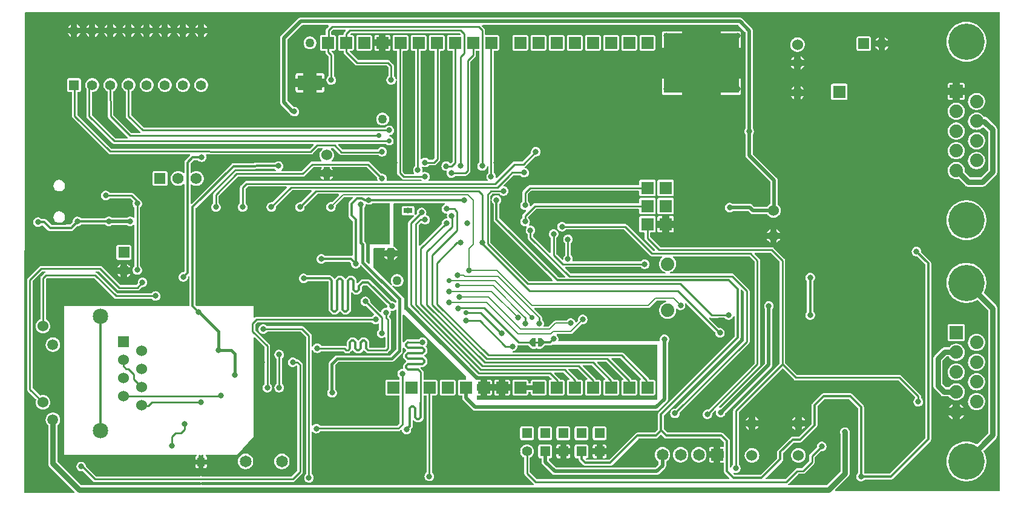
<source format=gbl>
G04 Layer: BottomLayer*
G04 EasyEDA v6.5.14, 2022-08-20 18:05:41*
G04 71264d21e31249e380a866b4b6076d16,6126cb6f80e34288b1b51c63ee1abbf7,10*
G04 Gerber Generator version 0.2*
G04 Scale: 100 percent, Rotated: No, Reflected: No *
G04 Dimensions in millimeters *
G04 leading zeros omitted , absolute positions ,4 integer and 5 decimal *
%FSLAX45Y45*%
%MOMM*%

%AMMACRO1*4,1,6,0.4128,0.6248,-0.0114,0.6248,-0.4128,0.2261,-0.4128,-0.2261,-0.0114,-0.6248,0.4128,-0.6248,0.4128,0.6248,0*%
%AMMACRO2*4,1,6,-0.4128,-0.6248,0.0114,-0.6248,0.4128,-0.2134,0.4128,0.2388,0.0114,0.6248,-0.4128,0.6248,-0.4128,-0.6248,0*%
%ADD10C,0.5080*%
%ADD11C,0.2540*%
%ADD12C,0.3048*%
%ADD13C,0.7620*%
%ADD14C,0.2032*%
%ADD15C,0.3810*%
%ADD16C,0.3302*%
%ADD17C,0.3800*%
%ADD18C,0.2500*%
%ADD19C,0.5000*%
%ADD20C,0.6350*%
%ADD21R,10.5029X8.4201*%
%ADD22R,1.0998X1.1989*%
%ADD23R,3.5052X2.1590*%
%ADD24R,1.2700X0.7620*%
%ADD25MACRO1*%
%ADD26MACRO2*%
%ADD27R,1.5748X1.5748*%
%ADD28C,1.5748*%
%ADD29C,1.5240*%
%ADD30C,1.6510*%
%ADD31C,1.4986*%
%ADD32R,1.4986X1.4986*%
%ADD33R,1.6510X1.6510*%
%ADD34R,1.3970X1.3970*%
%ADD35C,1.3970*%
%ADD36C,1.8796*%
%ADD37C,1.3995*%
%ADD38R,1.3995X1.3995*%
%ADD39R,1.5240X1.5240*%
%ADD40C,1.5200*%
%ADD41C,2.1590*%
%ADD42R,1.8796X1.8796*%
%ADD43C,5.0800*%
%ADD44R,1.6764X1.6764*%
%ADD45R,1.7780X1.7780*%
%ADD46C,1.2700*%
%ADD47C,0.8200*%
%ADD48C,0.7200*%
%ADD49C,0.0194*%

%LPD*%
G36*
X5857697Y-3585972D02*
G01*
X5853938Y-3585260D01*
X5850686Y-3583127D01*
X5848451Y-3579977D01*
X5847537Y-3576218D01*
X5848146Y-3572408D01*
X5850128Y-3569055D01*
X5853531Y-3565194D01*
X5859322Y-3556101D01*
X5863539Y-3546195D01*
X5866079Y-3535730D01*
X5866942Y-3525012D01*
X5866079Y-3514293D01*
X5863539Y-3503828D01*
X5859322Y-3493922D01*
X5853531Y-3484829D01*
X5846419Y-3476802D01*
X5838088Y-3469995D01*
X5828741Y-3464610D01*
X5818682Y-3460800D01*
X5808167Y-3458616D01*
X5797397Y-3458210D01*
X5786729Y-3459479D01*
X5775807Y-3462629D01*
X5771591Y-3462934D01*
X5767628Y-3461512D01*
X5764580Y-3458565D01*
X5763006Y-3454654D01*
X5763107Y-3450437D01*
X5765749Y-3439718D01*
X5766612Y-3429000D01*
X5765749Y-3418281D01*
X5763209Y-3407816D01*
X5759602Y-3399332D01*
X5758789Y-3395370D01*
X5759602Y-3391357D01*
X5761888Y-3388004D01*
X5765342Y-3385870D01*
X5769356Y-3385210D01*
X5773267Y-3386175D01*
X5776366Y-3387648D01*
X5786729Y-3390646D01*
X5797397Y-3391915D01*
X5808167Y-3391509D01*
X5818682Y-3389325D01*
X5828741Y-3385515D01*
X5838088Y-3380130D01*
X5846419Y-3373323D01*
X5851906Y-3367125D01*
X5855360Y-3364636D01*
X5859526Y-3363722D01*
X5924296Y-3363722D01*
X5932220Y-3362960D01*
X5939485Y-3360775D01*
X5946140Y-3357219D01*
X5952388Y-3352139D01*
X6001969Y-3302812D01*
X6007100Y-3296564D01*
X6010706Y-3289909D01*
X6012891Y-3282696D01*
X6013704Y-3274567D01*
X6013704Y-1769872D01*
X6014466Y-1765960D01*
X6016701Y-1762709D01*
X6019952Y-1760474D01*
X6023864Y-1759712D01*
X6047943Y-1759712D01*
X6054242Y-1759000D01*
X6059728Y-1757070D01*
X6064605Y-1754022D01*
X6068720Y-1749907D01*
X6071768Y-1745030D01*
X6073698Y-1739544D01*
X6074410Y-1733245D01*
X6074410Y-1566722D01*
X6073698Y-1560423D01*
X6071768Y-1554937D01*
X6068720Y-1550060D01*
X6064605Y-1545945D01*
X6059728Y-1542897D01*
X6054242Y-1540967D01*
X6047943Y-1540256D01*
X5881420Y-1540256D01*
X5875121Y-1540967D01*
X5869635Y-1542897D01*
X5864758Y-1545945D01*
X5860643Y-1550060D01*
X5857595Y-1554937D01*
X5855665Y-1560423D01*
X5854954Y-1566722D01*
X5854954Y-1733245D01*
X5855665Y-1739544D01*
X5857595Y-1745030D01*
X5860643Y-1749907D01*
X5864758Y-1754022D01*
X5869635Y-1757070D01*
X5875121Y-1759000D01*
X5881420Y-1759712D01*
X5926328Y-1759712D01*
X5930239Y-1760474D01*
X5933490Y-1762709D01*
X5935726Y-1765960D01*
X5936488Y-1769872D01*
X5936488Y-3254806D01*
X5935726Y-3258718D01*
X5933490Y-3262020D01*
X5911850Y-3283559D01*
X5908548Y-3285744D01*
X5904687Y-3286506D01*
X5859526Y-3286506D01*
X5855360Y-3285591D01*
X5851906Y-3283102D01*
X5846419Y-3276904D01*
X5838088Y-3270097D01*
X5828741Y-3264712D01*
X5818682Y-3260902D01*
X5808167Y-3258718D01*
X5797397Y-3258312D01*
X5786729Y-3259582D01*
X5776366Y-3262579D01*
X5766663Y-3267202D01*
X5757773Y-3273298D01*
X5755843Y-3275228D01*
X5752541Y-3277311D01*
X5748629Y-3278022D01*
X5744819Y-3277209D01*
X5741568Y-3275025D01*
X5739384Y-3271723D01*
X5738622Y-3267862D01*
X5738622Y-1769872D01*
X5739384Y-1765960D01*
X5741619Y-1762709D01*
X5744921Y-1760474D01*
X5748782Y-1759712D01*
X5793943Y-1759712D01*
X5800242Y-1759000D01*
X5805728Y-1757070D01*
X5810605Y-1754022D01*
X5814720Y-1749907D01*
X5817768Y-1745030D01*
X5819698Y-1739544D01*
X5820410Y-1733245D01*
X5820410Y-1566722D01*
X5819698Y-1560423D01*
X5817768Y-1554937D01*
X5814720Y-1550060D01*
X5810605Y-1545945D01*
X5805728Y-1542897D01*
X5800242Y-1540967D01*
X5793943Y-1540256D01*
X5627420Y-1540256D01*
X5621121Y-1540967D01*
X5615635Y-1542897D01*
X5610758Y-1545945D01*
X5606643Y-1550060D01*
X5603595Y-1554937D01*
X5601665Y-1560423D01*
X5600954Y-1566722D01*
X5600954Y-1733245D01*
X5601665Y-1739544D01*
X5603595Y-1745030D01*
X5606643Y-1749907D01*
X5610758Y-1754022D01*
X5615635Y-1757070D01*
X5621121Y-1759000D01*
X5627420Y-1759712D01*
X5651246Y-1759712D01*
X5655157Y-1760474D01*
X5658459Y-1762709D01*
X5660644Y-1765960D01*
X5661406Y-1769872D01*
X5661406Y-3369157D01*
X5660593Y-3373120D01*
X5658256Y-3376472D01*
X5649671Y-3384651D01*
X5643219Y-3393236D01*
X5638241Y-3402787D01*
X5634837Y-3412998D01*
X5633110Y-3423615D01*
X5633110Y-3434384D01*
X5634837Y-3445001D01*
X5638241Y-3455212D01*
X5643219Y-3464763D01*
X5647283Y-3470148D01*
X5649112Y-3474212D01*
X5649010Y-3478682D01*
X5647029Y-3482644D01*
X5643524Y-3485438D01*
X5639155Y-3486404D01*
X5520334Y-3486404D01*
X5516422Y-3485642D01*
X5513120Y-3483406D01*
X5491683Y-3461969D01*
X5489448Y-3458667D01*
X5488686Y-3454755D01*
X5488686Y-1769872D01*
X5489448Y-1765960D01*
X5491683Y-1762709D01*
X5494934Y-1760474D01*
X5498846Y-1759712D01*
X5539943Y-1759712D01*
X5546242Y-1759000D01*
X5551728Y-1757070D01*
X5556605Y-1754022D01*
X5560720Y-1749907D01*
X5563768Y-1745030D01*
X5565698Y-1739544D01*
X5566410Y-1733245D01*
X5566410Y-1566722D01*
X5565698Y-1560423D01*
X5563768Y-1554937D01*
X5560720Y-1550060D01*
X5556605Y-1545945D01*
X5551728Y-1542897D01*
X5546242Y-1540967D01*
X5539943Y-1540256D01*
X5373420Y-1540256D01*
X5367121Y-1540967D01*
X5361635Y-1542897D01*
X5356758Y-1545945D01*
X5352643Y-1550060D01*
X5349595Y-1554937D01*
X5347665Y-1560423D01*
X5346954Y-1566722D01*
X5346954Y-1733245D01*
X5347665Y-1739544D01*
X5349595Y-1745030D01*
X5352643Y-1749907D01*
X5356758Y-1754022D01*
X5361635Y-1757070D01*
X5367121Y-1759000D01*
X5373420Y-1759712D01*
X5401310Y-1759712D01*
X5405221Y-1760474D01*
X5408472Y-1762709D01*
X5410708Y-1765960D01*
X5411470Y-1769872D01*
X5411470Y-2154732D01*
X5410606Y-2158796D01*
X5408168Y-2162200D01*
X5404561Y-2164334D01*
X5400446Y-2164842D01*
X5396433Y-2163622D01*
X5393283Y-2160930D01*
X5391454Y-2157171D01*
X5389575Y-2149500D01*
X5385358Y-2139594D01*
X5379567Y-2130501D01*
X5372455Y-2122474D01*
X5368493Y-2119223D01*
X5365699Y-2115667D01*
X5364734Y-2111349D01*
X5364734Y-1973834D01*
X5363921Y-1965807D01*
X5361736Y-1958593D01*
X5358180Y-1951888D01*
X5353050Y-1945690D01*
X5310835Y-1903475D01*
X5309514Y-1902358D01*
X5306771Y-1898853D01*
X5305806Y-1894484D01*
X5305806Y-1891233D01*
X5302859Y-1893468D01*
X5299252Y-1894433D01*
X5295493Y-1894027D01*
X5290718Y-1892604D01*
X5282692Y-1891792D01*
X4871618Y-1891792D01*
X4867706Y-1891030D01*
X4864404Y-1888794D01*
X4752644Y-1777034D01*
X4750460Y-1773783D01*
X4749698Y-1769872D01*
X4750460Y-1765960D01*
X4752644Y-1762709D01*
X4755946Y-1760474D01*
X4759858Y-1759712D01*
X4777943Y-1759712D01*
X4784242Y-1759000D01*
X4789728Y-1757070D01*
X4794605Y-1754022D01*
X4798720Y-1749907D01*
X4801768Y-1745030D01*
X4803698Y-1739544D01*
X4804410Y-1733245D01*
X4804410Y-1566722D01*
X4803698Y-1560423D01*
X4801768Y-1554937D01*
X4798720Y-1550060D01*
X4794605Y-1545945D01*
X4789728Y-1542897D01*
X4784242Y-1540967D01*
X4777943Y-1540256D01*
X4763922Y-1540256D01*
X4760010Y-1539494D01*
X4756708Y-1537258D01*
X4754524Y-1534007D01*
X4753762Y-1530096D01*
X4754524Y-1526184D01*
X4756708Y-1522933D01*
X4763058Y-1516583D01*
X4766360Y-1514348D01*
X4770272Y-1513586D01*
X5298440Y-1513586D01*
X5302351Y-1514348D01*
X5305602Y-1516583D01*
X5307838Y-1519834D01*
X5307990Y-1520596D01*
X5308142Y-1519834D01*
X5310327Y-1516532D01*
X5313629Y-1514348D01*
X5317490Y-1513586D01*
X6279743Y-1513586D01*
X6283655Y-1514348D01*
X6286957Y-1516583D01*
X6293307Y-1522933D01*
X6295491Y-1526184D01*
X6296253Y-1530096D01*
X6295491Y-1534007D01*
X6293307Y-1537258D01*
X6290005Y-1539494D01*
X6286093Y-1540256D01*
X6135420Y-1540256D01*
X6129121Y-1540967D01*
X6123635Y-1542897D01*
X6118758Y-1545945D01*
X6114643Y-1550060D01*
X6111595Y-1554937D01*
X6109665Y-1560423D01*
X6108954Y-1566722D01*
X6108954Y-1733245D01*
X6109665Y-1739544D01*
X6111595Y-1745030D01*
X6114643Y-1749907D01*
X6118758Y-1754022D01*
X6123635Y-1757070D01*
X6129121Y-1759000D01*
X6135420Y-1759712D01*
X6176264Y-1759712D01*
X6180175Y-1760474D01*
X6183426Y-1762709D01*
X6185662Y-1765960D01*
X6186424Y-1769872D01*
X6186424Y-3304895D01*
X6185662Y-3308807D01*
X6183426Y-3312109D01*
X6162090Y-3333496D01*
X6158636Y-3335731D01*
X6154572Y-3336442D01*
X6150559Y-3335477D01*
X6147308Y-3333038D01*
X6142329Y-3327450D01*
X6133998Y-3320643D01*
X6124651Y-3315258D01*
X6114592Y-3311448D01*
X6104077Y-3309264D01*
X6093307Y-3308858D01*
X6082639Y-3310128D01*
X6072276Y-3313125D01*
X6062573Y-3317748D01*
X6053683Y-3323844D01*
X6045962Y-3331311D01*
X6039459Y-3339896D01*
X6034481Y-3349447D01*
X6031077Y-3359658D01*
X6029350Y-3370275D01*
X6029350Y-3381044D01*
X6031077Y-3391662D01*
X6034481Y-3401872D01*
X6039459Y-3411423D01*
X6045962Y-3420008D01*
X6053683Y-3427476D01*
X6062573Y-3433572D01*
X6072276Y-3438194D01*
X6082639Y-3441192D01*
X6093307Y-3442462D01*
X6095695Y-3442411D01*
X6099505Y-3442970D01*
X6102858Y-3445001D01*
X6105245Y-3448100D01*
X6106210Y-3451860D01*
X6105702Y-3455771D01*
X6104737Y-3458718D01*
X6103010Y-3469335D01*
X6103010Y-3480104D01*
X6104737Y-3490722D01*
X6108141Y-3500932D01*
X6113119Y-3510483D01*
X6119622Y-3519068D01*
X6127343Y-3526536D01*
X6136233Y-3532632D01*
X6145936Y-3537254D01*
X6156299Y-3540251D01*
X6166967Y-3541522D01*
X6177737Y-3541115D01*
X6188252Y-3538931D01*
X6198311Y-3535121D01*
X6207658Y-3529736D01*
X6215989Y-3522929D01*
X6221476Y-3516731D01*
X6224930Y-3514242D01*
X6229096Y-3513328D01*
X6361176Y-3513328D01*
X6369202Y-3512515D01*
X6376416Y-3510330D01*
X6383121Y-3506774D01*
X6389319Y-3501644D01*
X6424676Y-3466287D01*
X6429806Y-3460089D01*
X6433362Y-3453384D01*
X6435547Y-3446170D01*
X6436360Y-3438144D01*
X6436360Y-1919782D01*
X6437122Y-1915972D01*
X6439255Y-1912670D01*
X6499910Y-1850847D01*
X6504736Y-1844903D01*
X6508292Y-1838198D01*
X6510528Y-1830984D01*
X6511290Y-1822957D01*
X6511290Y-1769872D01*
X6512052Y-1765960D01*
X6514287Y-1762709D01*
X6517589Y-1760474D01*
X6521450Y-1759712D01*
X6551422Y-1759712D01*
X6555333Y-1760474D01*
X6558584Y-1762709D01*
X6560820Y-1765960D01*
X6561581Y-1769872D01*
X6561581Y-3315715D01*
X6560769Y-3319729D01*
X6558483Y-3323082D01*
X6550152Y-3331057D01*
X6543649Y-3339642D01*
X6538671Y-3349193D01*
X6535267Y-3359404D01*
X6533540Y-3370021D01*
X6533540Y-3380790D01*
X6535267Y-3391408D01*
X6538671Y-3401618D01*
X6543649Y-3411169D01*
X6550152Y-3419754D01*
X6557873Y-3427222D01*
X6566763Y-3433318D01*
X6576466Y-3437940D01*
X6586829Y-3440937D01*
X6597497Y-3442208D01*
X6608267Y-3441801D01*
X6618782Y-3439617D01*
X6628841Y-3435807D01*
X6638188Y-3430422D01*
X6646519Y-3423615D01*
X6653631Y-3415588D01*
X6659422Y-3406495D01*
X6663639Y-3396589D01*
X6666280Y-3385820D01*
X6668109Y-3382060D01*
X6671259Y-3379368D01*
X6675272Y-3378149D01*
X6679387Y-3378657D01*
X6682994Y-3380790D01*
X6685432Y-3384194D01*
X6686296Y-3388258D01*
X6686296Y-3465322D01*
X6685483Y-3469335D01*
X6683197Y-3472687D01*
X6674866Y-3480663D01*
X6668363Y-3489248D01*
X6663385Y-3498799D01*
X6659981Y-3509010D01*
X6658254Y-3519627D01*
X6658254Y-3530396D01*
X6659981Y-3541014D01*
X6663385Y-3551224D01*
X6668363Y-3560775D01*
X6675120Y-3569715D01*
X6676948Y-3573779D01*
X6676847Y-3578250D01*
X6674866Y-3582212D01*
X6671360Y-3585006D01*
X6666992Y-3585972D01*
G37*

%LPC*%
G36*
X5306364Y-1761489D02*
G01*
X5306415Y-1753311D01*
X5306771Y-1750517D01*
X5307939Y-1747926D01*
X5309768Y-1745030D01*
X5311698Y-1739544D01*
X5312410Y-1733245D01*
X5312410Y-1697228D01*
X5309362Y-1694992D01*
X5307634Y-1692300D01*
X5305602Y-1695246D01*
X5302351Y-1697482D01*
X5298440Y-1698243D01*
X5250942Y-1698243D01*
X5250942Y-1759712D01*
X5285943Y-1759712D01*
X5292242Y-1759000D01*
X5295087Y-1757984D01*
X5298897Y-1757425D01*
X5302656Y-1758340D01*
X5305806Y-1760575D01*
G37*
G36*
X5119420Y-1759712D02*
G01*
X5154422Y-1759712D01*
X5154422Y-1698243D01*
X5092954Y-1698243D01*
X5092954Y-1733245D01*
X5093665Y-1739544D01*
X5095595Y-1745030D01*
X5098643Y-1749907D01*
X5102758Y-1754022D01*
X5107635Y-1757070D01*
X5113121Y-1759000D01*
G37*
G36*
X4865420Y-1759712D02*
G01*
X5031943Y-1759712D01*
X5038242Y-1759000D01*
X5043728Y-1757070D01*
X5048605Y-1754022D01*
X5052720Y-1749907D01*
X5055768Y-1745030D01*
X5057698Y-1739544D01*
X5058410Y-1733245D01*
X5058410Y-1566722D01*
X5057698Y-1560423D01*
X5055768Y-1554937D01*
X5052720Y-1550060D01*
X5048605Y-1545945D01*
X5043728Y-1542897D01*
X5038242Y-1540967D01*
X5031943Y-1540256D01*
X4865420Y-1540256D01*
X4859121Y-1540967D01*
X4853635Y-1542897D01*
X4848758Y-1545945D01*
X4844643Y-1550060D01*
X4841595Y-1554937D01*
X4839665Y-1560423D01*
X4838954Y-1566722D01*
X4838954Y-1733245D01*
X4839665Y-1739544D01*
X4841595Y-1745030D01*
X4844643Y-1749907D01*
X4848758Y-1754022D01*
X4853635Y-1757070D01*
X4859121Y-1759000D01*
G37*
G36*
X5307838Y-1607972D02*
G01*
X5309514Y-1605127D01*
X5312410Y-1602892D01*
X5312410Y-1566722D01*
X5311698Y-1560423D01*
X5309768Y-1554937D01*
X5307634Y-1550771D01*
X5307228Y-1547926D01*
X5307279Y-1537106D01*
X5305806Y-1539392D01*
X5302656Y-1541627D01*
X5298897Y-1542542D01*
X5295087Y-1541983D01*
X5292242Y-1540967D01*
X5285943Y-1540256D01*
X5250942Y-1540256D01*
X5250942Y-1601724D01*
X5298440Y-1601724D01*
X5302351Y-1602486D01*
X5305602Y-1604721D01*
G37*
G36*
X5092954Y-1601724D02*
G01*
X5154422Y-1601724D01*
X5154422Y-1540256D01*
X5119420Y-1540256D01*
X5113121Y-1540967D01*
X5107635Y-1542897D01*
X5102758Y-1545945D01*
X5098643Y-1550060D01*
X5095595Y-1554937D01*
X5093665Y-1560423D01*
X5092954Y-1566722D01*
G37*

%LPD*%
G36*
X2527554Y-3908094D02*
G01*
X2523642Y-3907332D01*
X2520391Y-3905148D01*
X2518156Y-3901846D01*
X2517394Y-3897934D01*
X2517394Y-3639261D01*
X2518105Y-3635501D01*
X2520188Y-3632250D01*
X2523337Y-3630015D01*
X2527096Y-3629101D01*
X2530906Y-3629710D01*
X2534259Y-3631641D01*
X2535986Y-3633165D01*
X2547366Y-3640785D01*
X2559659Y-3646830D01*
X2572613Y-3651199D01*
X2586024Y-3653891D01*
X2599690Y-3654806D01*
X2613355Y-3653891D01*
X2626766Y-3651199D01*
X2639720Y-3646830D01*
X2652014Y-3640785D01*
X2663393Y-3633165D01*
X2673654Y-3624122D01*
X2682697Y-3613861D01*
X2690317Y-3602482D01*
X2696362Y-3590188D01*
X2700731Y-3577234D01*
X2703423Y-3563823D01*
X2704338Y-3550158D01*
X2703423Y-3536492D01*
X2700731Y-3523081D01*
X2696362Y-3510127D01*
X2690317Y-3497834D01*
X2682697Y-3486454D01*
X2673654Y-3476193D01*
X2663393Y-3467150D01*
X2652014Y-3459530D01*
X2639720Y-3453485D01*
X2626766Y-3449116D01*
X2613355Y-3446424D01*
X2599690Y-3445510D01*
X2586024Y-3446424D01*
X2572613Y-3449116D01*
X2559659Y-3453485D01*
X2547366Y-3459530D01*
X2535986Y-3467150D01*
X2534259Y-3468674D01*
X2530906Y-3470656D01*
X2527096Y-3471214D01*
X2523337Y-3470300D01*
X2520188Y-3468065D01*
X2518105Y-3464814D01*
X2517394Y-3461054D01*
X2517394Y-3346450D01*
X2518156Y-3342589D01*
X2520340Y-3339287D01*
X2564892Y-3294075D01*
X2568244Y-3291840D01*
X2572156Y-3291078D01*
X2617419Y-3291078D01*
X2621178Y-3291789D01*
X2624429Y-3293922D01*
X2632557Y-3301746D01*
X2641447Y-3307842D01*
X2651150Y-3312464D01*
X2661513Y-3315462D01*
X2672181Y-3316732D01*
X2682951Y-3316325D01*
X2693466Y-3314141D01*
X2703525Y-3310331D01*
X2712872Y-3304946D01*
X2721203Y-3298139D01*
X2728315Y-3290112D01*
X2734106Y-3281019D01*
X2738323Y-3271113D01*
X2740863Y-3260648D01*
X2741726Y-3249930D01*
X2740863Y-3239211D01*
X2738323Y-3228746D01*
X2736545Y-3224631D01*
X2735732Y-3220720D01*
X2736494Y-3216808D01*
X2738678Y-3213506D01*
X2741980Y-3211271D01*
X2745892Y-3210509D01*
X4199331Y-3212592D01*
X4207205Y-3211830D01*
X4214418Y-3209696D01*
X4221124Y-3206191D01*
X4227372Y-3201111D01*
X4301693Y-3127654D01*
X4304944Y-3125470D01*
X4308805Y-3124708D01*
X4355541Y-3124708D01*
X4359605Y-3125571D01*
X4363008Y-3127959D01*
X4365142Y-3131515D01*
X4365650Y-3135680D01*
X4364532Y-3139643D01*
X4361840Y-3142843D01*
X4356201Y-3147314D01*
X4346702Y-3157118D01*
X4338624Y-3168091D01*
X4332071Y-3180029D01*
X4327194Y-3192780D01*
X4323994Y-3206038D01*
X4322673Y-3219602D01*
X4323130Y-3233216D01*
X4325366Y-3246678D01*
X4329430Y-3259683D01*
X4335170Y-3272078D01*
X4342485Y-3283559D01*
X4351274Y-3293973D01*
X4353712Y-3297224D01*
X4354626Y-3301187D01*
X4353915Y-3305149D01*
X4351782Y-3308553D01*
X4348429Y-3310839D01*
X4344466Y-3311651D01*
X4225544Y-3311651D01*
X4217517Y-3312464D01*
X4210304Y-3314649D01*
X4203598Y-3318205D01*
X4197400Y-3323336D01*
X4077411Y-3443274D01*
X4074109Y-3445510D01*
X4070197Y-3446272D01*
X3796537Y-3446272D01*
X3792524Y-3445408D01*
X3789121Y-3443071D01*
X3786987Y-3439515D01*
X3786428Y-3435451D01*
X3787495Y-3431438D01*
X3790137Y-3428237D01*
X3796385Y-3423107D01*
X3803497Y-3415080D01*
X3809288Y-3405987D01*
X3813505Y-3396081D01*
X3816045Y-3385616D01*
X3816908Y-3374898D01*
X3816045Y-3364179D01*
X3813505Y-3353714D01*
X3809288Y-3343808D01*
X3803497Y-3334715D01*
X3796385Y-3326688D01*
X3788054Y-3319881D01*
X3778707Y-3314496D01*
X3768648Y-3310686D01*
X3758133Y-3308502D01*
X3747363Y-3308096D01*
X3736695Y-3309365D01*
X3726332Y-3312363D01*
X3716629Y-3316986D01*
X3707739Y-3323082D01*
X3700830Y-3329736D01*
X3697579Y-3331870D01*
X3693820Y-3332581D01*
X3124352Y-3333750D01*
X3115716Y-3334613D01*
X3107740Y-3337001D01*
X3100425Y-3340912D01*
X3093618Y-3346500D01*
X2534716Y-3905148D01*
X2531414Y-3907332D01*
G37*

%LPD*%
G36*
X5019040Y-4744821D02*
G01*
X5015128Y-4744059D01*
X5011826Y-4741824D01*
X4977790Y-4707737D01*
X4975606Y-4704486D01*
X4974844Y-4700574D01*
X4974742Y-4472838D01*
X4974031Y-4467047D01*
X4973523Y-4464608D01*
X4971745Y-4459122D01*
X4970780Y-4456785D01*
X4968036Y-4451705D01*
X4966614Y-4449622D01*
X4963007Y-4445101D01*
X4950256Y-4432604D01*
X4947970Y-4429302D01*
X4947158Y-4425340D01*
X4947158Y-3965244D01*
X4947818Y-3961637D01*
X4949698Y-3958488D01*
X4955641Y-3951782D01*
X4961432Y-3942689D01*
X4965649Y-3932783D01*
X4968189Y-3922318D01*
X4968595Y-3917289D01*
X4969662Y-3913530D01*
X4972050Y-3910431D01*
X4975453Y-3908501D01*
X4979314Y-3907942D01*
X4983124Y-3908907D01*
X4990998Y-3912666D01*
X5001361Y-3915664D01*
X5012029Y-3916934D01*
X5022799Y-3916527D01*
X5033314Y-3914343D01*
X5043373Y-3910533D01*
X5052720Y-3905148D01*
X5061712Y-3897833D01*
X5064709Y-3896156D01*
X5068112Y-3895547D01*
X5298440Y-3895547D01*
X5302351Y-3896309D01*
X5305602Y-3898544D01*
X5307838Y-3901795D01*
X5308600Y-3905707D01*
X5308600Y-4460240D01*
X5307838Y-4464151D01*
X5305602Y-4467402D01*
X5302351Y-4469638D01*
X5298440Y-4470400D01*
X5030216Y-4470400D01*
X5029200Y-4471416D01*
X5029200Y-4734661D01*
X5028438Y-4738573D01*
X5026202Y-4741875D01*
X5022900Y-4744059D01*
G37*

%LPD*%
G36*
X3413099Y-5497118D02*
G01*
X3409391Y-5496153D01*
X3406343Y-5493918D01*
X3404311Y-5490718D01*
X3403600Y-5487009D01*
X3403600Y-5335016D01*
X3402584Y-5334000D01*
X2608529Y-5334000D01*
X2604617Y-5333238D01*
X2601315Y-5331002D01*
X2595321Y-5325008D01*
X2593086Y-5321706D01*
X2592324Y-5317794D01*
X2592324Y-3971747D01*
X2593086Y-3967835D01*
X2595321Y-3964533D01*
X3138576Y-3421532D01*
X3141878Y-3419297D01*
X3145739Y-3418535D01*
X3694023Y-3417417D01*
X3697782Y-3418179D01*
X3701034Y-3420262D01*
X3707739Y-3426714D01*
X3709263Y-3427729D01*
X3712210Y-3430879D01*
X3713581Y-3434892D01*
X3713226Y-3439160D01*
X3711092Y-3442868D01*
X3707688Y-3445357D01*
X3703523Y-3446272D01*
X3165602Y-3446272D01*
X3157575Y-3447084D01*
X3150362Y-3449269D01*
X3143656Y-3452825D01*
X3137458Y-3457956D01*
X2848102Y-3747312D01*
X2842971Y-3753510D01*
X2839415Y-3760215D01*
X2837230Y-3767429D01*
X2836418Y-3775456D01*
X2836418Y-3890264D01*
X2835605Y-3894277D01*
X2833319Y-3897629D01*
X2824988Y-3905605D01*
X2818485Y-3914190D01*
X2813507Y-3923741D01*
X2810103Y-3933951D01*
X2808376Y-3944569D01*
X2808376Y-3955338D01*
X2810103Y-3965956D01*
X2813507Y-3976166D01*
X2818485Y-3985717D01*
X2824988Y-3994302D01*
X2832709Y-4001770D01*
X2841599Y-4007865D01*
X2851302Y-4012488D01*
X2861665Y-4015486D01*
X2872333Y-4016756D01*
X2883103Y-4016349D01*
X2893618Y-4014165D01*
X2903677Y-4010355D01*
X2913024Y-4004970D01*
X2921355Y-3998163D01*
X2928467Y-3990136D01*
X2934258Y-3981043D01*
X2938475Y-3971137D01*
X2941015Y-3960672D01*
X2941878Y-3949954D01*
X2941015Y-3939235D01*
X2938475Y-3928770D01*
X2934258Y-3918864D01*
X2928467Y-3909771D01*
X2921355Y-3901744D01*
X2917393Y-3898493D01*
X2914599Y-3894937D01*
X2913634Y-3890619D01*
X2913634Y-3795166D01*
X2914396Y-3791254D01*
X2916631Y-3787952D01*
X3178098Y-3526485D01*
X3181400Y-3524250D01*
X3185312Y-3523487D01*
X4089908Y-3523487D01*
X4097934Y-3522675D01*
X4105148Y-3520490D01*
X4111853Y-3516934D01*
X4118051Y-3511804D01*
X4238040Y-3391865D01*
X4241342Y-3389629D01*
X4245254Y-3388868D01*
X4344263Y-3388868D01*
X4348124Y-3389629D01*
X4351426Y-3391814D01*
X4353610Y-3395065D01*
X4354423Y-3398926D01*
X4353712Y-3402787D01*
X4351578Y-3406089D01*
X4346702Y-3411118D01*
X4338624Y-3422091D01*
X4332884Y-3432556D01*
X4380230Y-3432556D01*
X4380230Y-3399028D01*
X4380992Y-3395116D01*
X4383227Y-3391865D01*
X4386478Y-3389629D01*
X4390390Y-3388868D01*
X4458970Y-3388868D01*
X4462881Y-3389629D01*
X4466132Y-3391865D01*
X4468368Y-3395116D01*
X4469130Y-3399028D01*
X4469130Y-3432556D01*
X4516475Y-3432556D01*
X4510735Y-3422091D01*
X4502658Y-3411118D01*
X4497781Y-3406089D01*
X4495647Y-3402787D01*
X4494936Y-3398926D01*
X4495749Y-3395065D01*
X4497933Y-3391814D01*
X4501235Y-3389629D01*
X4505096Y-3388868D01*
X4979720Y-3388868D01*
X4983632Y-3389629D01*
X4986934Y-3391865D01*
X5130393Y-3535832D01*
X5132222Y-3538372D01*
X5133187Y-3541369D01*
X5133238Y-3555288D01*
X5134965Y-3565906D01*
X5137200Y-3572611D01*
X5137708Y-3576370D01*
X5136743Y-3580079D01*
X5134508Y-3583178D01*
X5131308Y-3585260D01*
X5127548Y-3585972D01*
X4477512Y-3585972D01*
X4473143Y-3584956D01*
X4469638Y-3582212D01*
X4468368Y-3579723D01*
X4466132Y-3582974D01*
X4462881Y-3585210D01*
X4458970Y-3585972D01*
X4390390Y-3585972D01*
X4386478Y-3585210D01*
X4383227Y-3582974D01*
X4380992Y-3579672D01*
X4379722Y-3582212D01*
X4376216Y-3584956D01*
X4371848Y-3585972D01*
X3302254Y-3585972D01*
X3294430Y-3586734D01*
X3287166Y-3588867D01*
X3280460Y-3592423D01*
X3274212Y-3597503D01*
X3223107Y-3648100D01*
X3217976Y-3654298D01*
X3214370Y-3660952D01*
X3212134Y-3668166D01*
X3211322Y-3676396D01*
X3211322Y-3890264D01*
X3210509Y-3894277D01*
X3208223Y-3897629D01*
X3199892Y-3905605D01*
X3193389Y-3914190D01*
X3188411Y-3923741D01*
X3185007Y-3933951D01*
X3183280Y-3944569D01*
X3183280Y-3955338D01*
X3185007Y-3965956D01*
X3188411Y-3976166D01*
X3193389Y-3985717D01*
X3199892Y-3994302D01*
X3207613Y-4001770D01*
X3216503Y-4007865D01*
X3226206Y-4012488D01*
X3236569Y-4015486D01*
X3247237Y-4016756D01*
X3258007Y-4016349D01*
X3268522Y-4014165D01*
X3278581Y-4010355D01*
X3287928Y-4004970D01*
X3296259Y-3998163D01*
X3303371Y-3990136D01*
X3309162Y-3981043D01*
X3313379Y-3971137D01*
X3315919Y-3960672D01*
X3316782Y-3949954D01*
X3315919Y-3939235D01*
X3313379Y-3928770D01*
X3309162Y-3918864D01*
X3303371Y-3909771D01*
X3296259Y-3901744D01*
X3292297Y-3898493D01*
X3289503Y-3894937D01*
X3288537Y-3890619D01*
X3288537Y-3696208D01*
X3289300Y-3692296D01*
X3291535Y-3688994D01*
X3314649Y-3666134D01*
X3317951Y-3663950D01*
X3321812Y-3663187D01*
X3857802Y-3663187D01*
X3861714Y-3663950D01*
X3865016Y-3666185D01*
X3867200Y-3669487D01*
X3867962Y-3673348D01*
X3867200Y-3677259D01*
X3864965Y-3680561D01*
X3664610Y-3880561D01*
X3661105Y-3882847D01*
X3656990Y-3883507D01*
X3647287Y-3883151D01*
X3636619Y-3884422D01*
X3626256Y-3887419D01*
X3616553Y-3892042D01*
X3607663Y-3898137D01*
X3599942Y-3905605D01*
X3593439Y-3914190D01*
X3588461Y-3923741D01*
X3585057Y-3933951D01*
X3583330Y-3944569D01*
X3583330Y-3955338D01*
X3585057Y-3965956D01*
X3588461Y-3976166D01*
X3593439Y-3985717D01*
X3599942Y-3994302D01*
X3607663Y-4001770D01*
X3616553Y-4007865D01*
X3626256Y-4012488D01*
X3636619Y-4015486D01*
X3647287Y-4016756D01*
X3658057Y-4016349D01*
X3668572Y-4014165D01*
X3678631Y-4010355D01*
X3687978Y-4004970D01*
X3696309Y-3998163D01*
X3703421Y-3990136D01*
X3709212Y-3981043D01*
X3713429Y-3971137D01*
X3715969Y-3960672D01*
X3716832Y-3949954D01*
X3716324Y-3943096D01*
X3716883Y-3938778D01*
X3719271Y-3935120D01*
X3938066Y-3716680D01*
X3941368Y-3714496D01*
X3945229Y-3713734D01*
X4208170Y-3713734D01*
X4212031Y-3714546D01*
X4215333Y-3716731D01*
X4217517Y-3720033D01*
X4218330Y-3723944D01*
X4217517Y-3727856D01*
X4215282Y-3731107D01*
X4064812Y-3880612D01*
X4061358Y-3882847D01*
X4057243Y-3883507D01*
X4047337Y-3883151D01*
X4036669Y-3884422D01*
X4026306Y-3887419D01*
X4016603Y-3892042D01*
X4007713Y-3898137D01*
X3999992Y-3905605D01*
X3993489Y-3914190D01*
X3988511Y-3923741D01*
X3985107Y-3933951D01*
X3983380Y-3944569D01*
X3983380Y-3955338D01*
X3985107Y-3965956D01*
X3988511Y-3976166D01*
X3993489Y-3985717D01*
X3999992Y-3994302D01*
X4007713Y-4001770D01*
X4016603Y-4007865D01*
X4026306Y-4012488D01*
X4036669Y-4015486D01*
X4047337Y-4016756D01*
X4058107Y-4016349D01*
X4068622Y-4014165D01*
X4078681Y-4010355D01*
X4088028Y-4004970D01*
X4096359Y-3998163D01*
X4103471Y-3990136D01*
X4109262Y-3981043D01*
X4113479Y-3971137D01*
X4116019Y-3960672D01*
X4116882Y-3949954D01*
X4116374Y-3943299D01*
X4116984Y-3938981D01*
X4119321Y-3935272D01*
X4288028Y-3767734D01*
X4291330Y-3765550D01*
X4295190Y-3764787D01*
X4589932Y-3764787D01*
X4593844Y-3765550D01*
X4597095Y-3767785D01*
X4599330Y-3771036D01*
X4600092Y-3774948D01*
X4599330Y-3778859D01*
X4597095Y-3782110D01*
X4501083Y-3878173D01*
X4498390Y-3880104D01*
X4495190Y-3881018D01*
X4480407Y-3880358D01*
X4469739Y-3881628D01*
X4459376Y-3884625D01*
X4449673Y-3889248D01*
X4440783Y-3895344D01*
X4433062Y-3902811D01*
X4426559Y-3911396D01*
X4421581Y-3920947D01*
X4418177Y-3931158D01*
X4416450Y-3941775D01*
X4416450Y-3952544D01*
X4418177Y-3963162D01*
X4421581Y-3973372D01*
X4426559Y-3982923D01*
X4433062Y-3991508D01*
X4440783Y-3998976D01*
X4449673Y-4005072D01*
X4459376Y-4009694D01*
X4469739Y-4012692D01*
X4480407Y-4013962D01*
X4491177Y-4013555D01*
X4501692Y-4011371D01*
X4511751Y-4007561D01*
X4521098Y-4002176D01*
X4529429Y-3995369D01*
X4536541Y-3987342D01*
X4542332Y-3978249D01*
X4546549Y-3968343D01*
X4549089Y-3957878D01*
X4549952Y-3947160D01*
X4549190Y-3937152D01*
X4549749Y-3932834D01*
X4552086Y-3929176D01*
X4667300Y-3814013D01*
X4670552Y-3811778D01*
X4674463Y-3811015D01*
X4780432Y-3811015D01*
X4784344Y-3811778D01*
X4787595Y-3814013D01*
X4789830Y-3817315D01*
X4790592Y-3821176D01*
X4789779Y-3825087D01*
X4787595Y-3828389D01*
X4742230Y-3873500D01*
X4737049Y-3880358D01*
X4733340Y-3887774D01*
X4731105Y-3895750D01*
X4730292Y-3904437D01*
X4730343Y-4070807D01*
X4731512Y-4079341D01*
X4734153Y-4087215D01*
X4738166Y-4094429D01*
X4743754Y-4101185D01*
X4783175Y-4140606D01*
X4785410Y-4143857D01*
X4786172Y-4147769D01*
X4786172Y-4621428D01*
X4785512Y-4625035D01*
X4783632Y-4628134D01*
X4780788Y-4630420D01*
X4777333Y-4631486D01*
X4763566Y-4630216D01*
X4403852Y-4630216D01*
X4399737Y-4629353D01*
X4396333Y-4626914D01*
X4388002Y-4620107D01*
X4378655Y-4614722D01*
X4368596Y-4610912D01*
X4358081Y-4608728D01*
X4347311Y-4608322D01*
X4336643Y-4609592D01*
X4326280Y-4612589D01*
X4316577Y-4617212D01*
X4307687Y-4623308D01*
X4299966Y-4630775D01*
X4293463Y-4639360D01*
X4288485Y-4648911D01*
X4285081Y-4659122D01*
X4283354Y-4669739D01*
X4283354Y-4680508D01*
X4285081Y-4691126D01*
X4288485Y-4701336D01*
X4293463Y-4710887D01*
X4299966Y-4719472D01*
X4307687Y-4726940D01*
X4316577Y-4733036D01*
X4326280Y-4737658D01*
X4336643Y-4740656D01*
X4347311Y-4741926D01*
X4358081Y-4741519D01*
X4368596Y-4739335D01*
X4378655Y-4735525D01*
X4388002Y-4730140D01*
X4396333Y-4723333D01*
X4399737Y-4720894D01*
X4403852Y-4720031D01*
X4741214Y-4720031D01*
X4745126Y-4720793D01*
X4748377Y-4723028D01*
X4761433Y-4736033D01*
X4763668Y-4739335D01*
X4764430Y-4743246D01*
X4764430Y-4747564D01*
X4766157Y-4758182D01*
X4769561Y-4768392D01*
X4774539Y-4777943D01*
X4781042Y-4786528D01*
X4788763Y-4793996D01*
X4797653Y-4800092D01*
X4807356Y-4804714D01*
X4817719Y-4807712D01*
X4828387Y-4808982D01*
X4839157Y-4808575D01*
X4849672Y-4806391D01*
X4859731Y-4802581D01*
X4869078Y-4797196D01*
X4877409Y-4790389D01*
X4884521Y-4782362D01*
X4890312Y-4773269D01*
X4892141Y-4768951D01*
X4894326Y-4765700D01*
X4897628Y-4763516D01*
X4901539Y-4762804D01*
X4905400Y-4763566D01*
X4908651Y-4765751D01*
X5395264Y-5253126D01*
X5397500Y-5256377D01*
X5398262Y-5260289D01*
X5398262Y-5279440D01*
X5397550Y-5283200D01*
X5395518Y-5286400D01*
X5392470Y-5288635D01*
X5388762Y-5289600D01*
X5385003Y-5289143D01*
X5381650Y-5287314D01*
X5374538Y-5281523D01*
X5365191Y-5276138D01*
X5355132Y-5272328D01*
X5344617Y-5270144D01*
X5330393Y-5269687D01*
X5327497Y-5268671D01*
X5325059Y-5266842D01*
X5033264Y-4975047D01*
X5026609Y-4969611D01*
X5019548Y-4965852D01*
X5011826Y-4963515D01*
X5003292Y-4962652D01*
X4928108Y-4962652D01*
X4919573Y-4963515D01*
X4911852Y-4965852D01*
X4904790Y-4969611D01*
X4898136Y-4975047D01*
X4859070Y-5014112D01*
X4855819Y-5016296D01*
X4851908Y-5017109D01*
X4847996Y-5016296D01*
X4844745Y-5014112D01*
X4842510Y-5010810D01*
X4841748Y-5006949D01*
X4841748Y-4978908D01*
X4840884Y-4970373D01*
X4838547Y-4962652D01*
X4834788Y-4955590D01*
X4829352Y-4948936D01*
X4804664Y-4924247D01*
X4798009Y-4918811D01*
X4790948Y-4915052D01*
X4783226Y-4912715D01*
X4774692Y-4911852D01*
X4750308Y-4911852D01*
X4741773Y-4912715D01*
X4734052Y-4915052D01*
X4726990Y-4918811D01*
X4720336Y-4924247D01*
X4695647Y-4948936D01*
X4694174Y-4950764D01*
X4690668Y-4953508D01*
X4686300Y-4954473D01*
X4681931Y-4953508D01*
X4678426Y-4950764D01*
X4676952Y-4948936D01*
X4652264Y-4924247D01*
X4645609Y-4918811D01*
X4638548Y-4915052D01*
X4630826Y-4912715D01*
X4622292Y-4911852D01*
X4597908Y-4911852D01*
X4589373Y-4912715D01*
X4581652Y-4915052D01*
X4574590Y-4918811D01*
X4567936Y-4924247D01*
X4543247Y-4948936D01*
X4541774Y-4950764D01*
X4538268Y-4953508D01*
X4533900Y-4954473D01*
X4529531Y-4953508D01*
X4526026Y-4950764D01*
X4524552Y-4948936D01*
X4494784Y-4919167D01*
X4488129Y-4913731D01*
X4481068Y-4909972D01*
X4473346Y-4907635D01*
X4464812Y-4906772D01*
X4161790Y-4906772D01*
X4157624Y-4905857D01*
X4154220Y-4903368D01*
X4150969Y-4899710D01*
X4142638Y-4892903D01*
X4133291Y-4887518D01*
X4123232Y-4883708D01*
X4112717Y-4881524D01*
X4101947Y-4881118D01*
X4091279Y-4882388D01*
X4080916Y-4885385D01*
X4071213Y-4890008D01*
X4062323Y-4896104D01*
X4054601Y-4903571D01*
X4048099Y-4912156D01*
X4043121Y-4921707D01*
X4039717Y-4931918D01*
X4037990Y-4942535D01*
X4037990Y-4953304D01*
X4039717Y-4963922D01*
X4043121Y-4974132D01*
X4048099Y-4983683D01*
X4054601Y-4992268D01*
X4062323Y-4999736D01*
X4071213Y-5005832D01*
X4080916Y-5010454D01*
X4091279Y-5013452D01*
X4101947Y-5014722D01*
X4112717Y-5014315D01*
X4123232Y-5012131D01*
X4133291Y-5008321D01*
X4142638Y-5002936D01*
X4150969Y-4996129D01*
X4154220Y-4992471D01*
X4157624Y-4989982D01*
X4161790Y-4989068D01*
X4444085Y-4989068D01*
X4447946Y-4989830D01*
X4451654Y-4992471D01*
X4453890Y-4995773D01*
X4454652Y-4999634D01*
X4454652Y-5384292D01*
X4455515Y-5392826D01*
X4457852Y-5400548D01*
X4461611Y-5407609D01*
X4467047Y-5414264D01*
X4491736Y-5438952D01*
X4498390Y-5444388D01*
X4505452Y-5448147D01*
X4513173Y-5450484D01*
X4521708Y-5451348D01*
X4546092Y-5451348D01*
X4554626Y-5450484D01*
X4562348Y-5448147D01*
X4569409Y-5444388D01*
X4576064Y-5438952D01*
X4600752Y-5414264D01*
X4602226Y-5412435D01*
X4605731Y-5409692D01*
X4610100Y-5408726D01*
X4614468Y-5409692D01*
X4617974Y-5412435D01*
X4619447Y-5414264D01*
X4644136Y-5438952D01*
X4650790Y-5444388D01*
X4657852Y-5448147D01*
X4665573Y-5450484D01*
X4674108Y-5451348D01*
X4698492Y-5451348D01*
X4707026Y-5450484D01*
X4714748Y-5448147D01*
X4721809Y-5444388D01*
X4728464Y-5438952D01*
X4753152Y-5414264D01*
X4758588Y-5407609D01*
X4762347Y-5400548D01*
X4764684Y-5392826D01*
X4765548Y-5384292D01*
X4765548Y-5153050D01*
X4766310Y-5149189D01*
X4768545Y-5145887D01*
X4771796Y-5143703D01*
X4775708Y-5142890D01*
X4779619Y-5143703D01*
X4782870Y-5145887D01*
X4796536Y-5159552D01*
X4803190Y-5164988D01*
X4810252Y-5168747D01*
X4817973Y-5171084D01*
X4826508Y-5171948D01*
X4850892Y-5171948D01*
X4859426Y-5171084D01*
X4867148Y-5168747D01*
X4874209Y-5164988D01*
X4880864Y-5159552D01*
X4905552Y-5134864D01*
X4910988Y-5128209D01*
X4914747Y-5121148D01*
X4917084Y-5113426D01*
X4917948Y-5104892D01*
X4917948Y-5075834D01*
X4918710Y-5071973D01*
X4920945Y-5068671D01*
X4941671Y-5047945D01*
X4944973Y-5045710D01*
X4948834Y-5044948D01*
X4982565Y-5044948D01*
X4986426Y-5045710D01*
X4989728Y-5047945D01*
X5266893Y-5325110D01*
X5269128Y-5328412D01*
X5269890Y-5332272D01*
X5269890Y-5341924D01*
X5270754Y-5347258D01*
X5270500Y-5351729D01*
X5268315Y-5355640D01*
X5264708Y-5358231D01*
X5260289Y-5359044D01*
X5250027Y-5358638D01*
X5239359Y-5359908D01*
X5228996Y-5362905D01*
X5219293Y-5367528D01*
X5210403Y-5373624D01*
X5202682Y-5381091D01*
X5196179Y-5389676D01*
X5191201Y-5399227D01*
X5187797Y-5409438D01*
X5186984Y-5414416D01*
X5185359Y-5418531D01*
X5182108Y-5421528D01*
X5177891Y-5422900D01*
X5173522Y-5422341D01*
X5169763Y-5419953D01*
X5034991Y-5285181D01*
X5032603Y-5281523D01*
X5032044Y-5277154D01*
X5032552Y-5270500D01*
X5031689Y-5259781D01*
X5029149Y-5249316D01*
X5024932Y-5239410D01*
X5019141Y-5230317D01*
X5012029Y-5222290D01*
X5003698Y-5215483D01*
X4994351Y-5210098D01*
X4984292Y-5206288D01*
X4973777Y-5204104D01*
X4963007Y-5203698D01*
X4952339Y-5204968D01*
X4941976Y-5207965D01*
X4932273Y-5212588D01*
X4923383Y-5218684D01*
X4915662Y-5226151D01*
X4909159Y-5234736D01*
X4904181Y-5244287D01*
X4900777Y-5254498D01*
X4899050Y-5265115D01*
X4899050Y-5275884D01*
X4900777Y-5286502D01*
X4904181Y-5296712D01*
X4909159Y-5306263D01*
X4915662Y-5314848D01*
X4923383Y-5322316D01*
X4932273Y-5328412D01*
X4941976Y-5333034D01*
X4952339Y-5336032D01*
X4963007Y-5337302D01*
X4972913Y-5336946D01*
X4977028Y-5337606D01*
X4980482Y-5339892D01*
X5086502Y-5445861D01*
X5088636Y-5449062D01*
X5089448Y-5452872D01*
X5088788Y-5456682D01*
X5086756Y-5459933D01*
X5083657Y-5462219D01*
X5074513Y-5466588D01*
X5065623Y-5472684D01*
X5057902Y-5480151D01*
X5054244Y-5484215D01*
X5051450Y-5485587D01*
X5048351Y-5486095D01*
X3444748Y-5486095D01*
X3436772Y-5486857D01*
X3429558Y-5489041D01*
X3422904Y-5492597D01*
X3420211Y-5494832D01*
X3416858Y-5496661D01*
G37*

%LPC*%
G36*
X4469130Y-3570325D02*
G01*
X4469485Y-3569614D01*
X4472940Y-3566718D01*
X4476699Y-3564839D01*
X4487926Y-3557117D01*
X4498086Y-3547973D01*
X4506874Y-3537559D01*
X4514189Y-3526078D01*
X4516323Y-3521456D01*
X4469130Y-3521456D01*
G37*
G36*
X4380230Y-3570325D02*
G01*
X4380230Y-3521456D01*
X4333036Y-3521456D01*
X4335170Y-3526078D01*
X4342485Y-3537559D01*
X4351274Y-3547973D01*
X4361434Y-3557117D01*
X4372660Y-3564839D01*
X4376420Y-3566718D01*
X4379874Y-3569614D01*
G37*

%LPD*%
G36*
X6535166Y-6649974D02*
G01*
X6531305Y-6649212D01*
X6528003Y-6646976D01*
X6525768Y-6643725D01*
X6525006Y-6639814D01*
X6525006Y-6595160D01*
X6525869Y-6591046D01*
X6528409Y-6587591D01*
X6532067Y-6585508D01*
X6536283Y-6585102D01*
X6541820Y-6585712D01*
X6576822Y-6585712D01*
X6576822Y-6524244D01*
X6535166Y-6524244D01*
X6531305Y-6523481D01*
X6528003Y-6521246D01*
X6525768Y-6517995D01*
X6525006Y-6514084D01*
X6525006Y-6437884D01*
X6525768Y-6433972D01*
X6528003Y-6430721D01*
X6531305Y-6428486D01*
X6535166Y-6427724D01*
X6576822Y-6427724D01*
X6576822Y-6366256D01*
X6541820Y-6366256D01*
X6535521Y-6366967D01*
X6525768Y-6370370D01*
X6521348Y-6369913D01*
X6517487Y-6367576D01*
X5514848Y-5387797D01*
X5512612Y-5384444D01*
X5511800Y-5380532D01*
X5511800Y-5233416D01*
X5511088Y-5231688D01*
X5347462Y-5068062D01*
X5345125Y-5064404D01*
X5344464Y-5060137D01*
X5345684Y-5055971D01*
X5348528Y-5052720D01*
X5352440Y-5050942D01*
X5356758Y-5050942D01*
X5360720Y-5052720D01*
X5361889Y-5053584D01*
X5373065Y-5059680D01*
X5385003Y-5064150D01*
X5397500Y-5066893D01*
X5410200Y-5067757D01*
X5422900Y-5066893D01*
X5435396Y-5064150D01*
X5447334Y-5059680D01*
X5458510Y-5053584D01*
X5468721Y-5045964D01*
X5477764Y-5036921D01*
X5485384Y-5026710D01*
X5491480Y-5015534D01*
X5495950Y-5003596D01*
X5498693Y-4991100D01*
X5499557Y-4978400D01*
X5498693Y-4965700D01*
X5495950Y-4953203D01*
X5491480Y-4941265D01*
X5485384Y-4930089D01*
X5477764Y-4919878D01*
X5468721Y-4910836D01*
X5458510Y-4903216D01*
X5447334Y-4897120D01*
X5435396Y-4892649D01*
X5422900Y-4889906D01*
X5410200Y-4889042D01*
X5397500Y-4889906D01*
X5385003Y-4892649D01*
X5373065Y-4897120D01*
X5361889Y-4903216D01*
X5351678Y-4910836D01*
X5342636Y-4919878D01*
X5335016Y-4930089D01*
X5328920Y-4941265D01*
X5324449Y-4953203D01*
X5321706Y-4965700D01*
X5320842Y-4978400D01*
X5321706Y-4991100D01*
X5324449Y-5003596D01*
X5328920Y-5015534D01*
X5335016Y-5026710D01*
X5335879Y-5027879D01*
X5337657Y-5031841D01*
X5337657Y-5036159D01*
X5335879Y-5040071D01*
X5332628Y-5042916D01*
X5328462Y-5044135D01*
X5324195Y-5043474D01*
X5320538Y-5041138D01*
X5082997Y-4803597D01*
X5080762Y-4800295D01*
X5080000Y-4796383D01*
X5080000Y-4531360D01*
X5080762Y-4527448D01*
X5082997Y-4524197D01*
X5086248Y-4521962D01*
X5090160Y-4521200D01*
X5230825Y-4521200D01*
X5235143Y-4522165D01*
X5238648Y-4524908D01*
X5240680Y-4528870D01*
X5240782Y-4533341D01*
X5239004Y-4537405D01*
X5235244Y-4542485D01*
X5229504Y-4552950D01*
X5276850Y-4552950D01*
X5276850Y-4531360D01*
X5277612Y-4527448D01*
X5279847Y-4524197D01*
X5283098Y-4521962D01*
X5287010Y-4521200D01*
X5355590Y-4521200D01*
X5359501Y-4521962D01*
X5362752Y-4524197D01*
X5364988Y-4527448D01*
X5365750Y-4531360D01*
X5365750Y-4552950D01*
X5413095Y-4552950D01*
X5407355Y-4542485D01*
X5399278Y-4531512D01*
X5389778Y-4521708D01*
X5379059Y-4513224D01*
X5367324Y-4506264D01*
X5365597Y-4505553D01*
X5362346Y-4503318D01*
X5360162Y-4500067D01*
X5359400Y-4496206D01*
X5359400Y-3905707D01*
X5360162Y-3901795D01*
X5362397Y-3898544D01*
X5365648Y-3896309D01*
X5369560Y-3895547D01*
X5674156Y-3895547D01*
X5680100Y-3895039D01*
X6068161Y-3895039D01*
X6072022Y-3895801D01*
X6075273Y-3897934D01*
X6077458Y-3901135D01*
X6078321Y-3904894D01*
X6077712Y-3908755D01*
X6075680Y-3912057D01*
X6072530Y-3914394D01*
X6066637Y-3917187D01*
X6057747Y-3923284D01*
X6050026Y-3930751D01*
X6043523Y-3939336D01*
X6038545Y-3948887D01*
X6035141Y-3959098D01*
X6033414Y-3969715D01*
X6033414Y-3980484D01*
X6035141Y-3991101D01*
X6038545Y-4001312D01*
X6043523Y-4010863D01*
X6050026Y-4019448D01*
X6057747Y-4026915D01*
X6066637Y-4033012D01*
X6076340Y-4037634D01*
X6086703Y-4040632D01*
X6098184Y-4042003D01*
X6101689Y-4043121D01*
X6104534Y-4045356D01*
X6106871Y-4049522D01*
X6107480Y-4052112D01*
X6107379Y-4054805D01*
X6105550Y-4066235D01*
X6105550Y-4077004D01*
X6107277Y-4087622D01*
X6109716Y-4094886D01*
X6110173Y-4098747D01*
X6109208Y-4102557D01*
X6106871Y-4105656D01*
X6103518Y-4107687D01*
X6099657Y-4108246D01*
X6097371Y-4108196D01*
X6086703Y-4109465D01*
X6076340Y-4112463D01*
X6066637Y-4117086D01*
X6057747Y-4123182D01*
X6050026Y-4130649D01*
X6043523Y-4139234D01*
X6038545Y-4148785D01*
X6035141Y-4158996D01*
X6033414Y-4169613D01*
X6033516Y-4184192D01*
X6032550Y-4187240D01*
X6030671Y-4189780D01*
X5730798Y-4489653D01*
X5727547Y-4491837D01*
X5723636Y-4492599D01*
X5719724Y-4491837D01*
X5716473Y-4489653D01*
X5714238Y-4486351D01*
X5713476Y-4482439D01*
X5713476Y-4205732D01*
X5714238Y-4201871D01*
X5716422Y-4198569D01*
X5740654Y-4174134D01*
X5743905Y-4171950D01*
X5747766Y-4171137D01*
X5751626Y-4171848D01*
X5754928Y-4173982D01*
X5757773Y-4176776D01*
X5766663Y-4182872D01*
X5776366Y-4187494D01*
X5786729Y-4190492D01*
X5797397Y-4191762D01*
X5808167Y-4191355D01*
X5818682Y-4189171D01*
X5828741Y-4185361D01*
X5838088Y-4179976D01*
X5846419Y-4173169D01*
X5853531Y-4165142D01*
X5859322Y-4156049D01*
X5863539Y-4146143D01*
X5866079Y-4135678D01*
X5866942Y-4124960D01*
X5866079Y-4114241D01*
X5863539Y-4103776D01*
X5859322Y-4093870D01*
X5853531Y-4084777D01*
X5846419Y-4076750D01*
X5838088Y-4069943D01*
X5828741Y-4064558D01*
X5821730Y-4061866D01*
X5818276Y-4059682D01*
X5815990Y-4056329D01*
X5815177Y-4052366D01*
X5819089Y-4036618D01*
X5819952Y-4025900D01*
X5819089Y-4015181D01*
X5816549Y-4004716D01*
X5812332Y-3994810D01*
X5806541Y-3985717D01*
X5799429Y-3977690D01*
X5791098Y-3970883D01*
X5781751Y-3965498D01*
X5771692Y-3961688D01*
X5761177Y-3959504D01*
X5750407Y-3959098D01*
X5739739Y-3960368D01*
X5729376Y-3963365D01*
X5719673Y-3967987D01*
X5710783Y-3974084D01*
X5703062Y-3981551D01*
X5696559Y-3990136D01*
X5691581Y-3999687D01*
X5688177Y-4009898D01*
X5686450Y-4020515D01*
X5686552Y-4035094D01*
X5685586Y-4038142D01*
X5683707Y-4040682D01*
X5667298Y-4057091D01*
X5664098Y-4059275D01*
X5660288Y-4060088D01*
X5656427Y-4059377D01*
X5653176Y-4057345D01*
X5650890Y-4054195D01*
X5649976Y-4050385D01*
X5650534Y-4046575D01*
X5651296Y-4044340D01*
X5652008Y-4038041D01*
X5652008Y-3962958D01*
X5651296Y-3956659D01*
X5649366Y-3951173D01*
X5646318Y-3946296D01*
X5642203Y-3942181D01*
X5637326Y-3939133D01*
X5631840Y-3937203D01*
X5625541Y-3936492D01*
X5583326Y-3936492D01*
X5581294Y-3936288D01*
X5570677Y-3934104D01*
X5559907Y-3933698D01*
X5549239Y-3934968D01*
X5545378Y-3936085D01*
X5542534Y-3936492D01*
X5499658Y-3936492D01*
X5493359Y-3937203D01*
X5487873Y-3939133D01*
X5482996Y-3942181D01*
X5478881Y-3946296D01*
X5475833Y-3951173D01*
X5473903Y-3956659D01*
X5473192Y-3962958D01*
X5473192Y-4038041D01*
X5473903Y-4044340D01*
X5475833Y-4049826D01*
X5478881Y-4054703D01*
X5482996Y-4058818D01*
X5487873Y-4061866D01*
X5493359Y-4063796D01*
X5499658Y-4064508D01*
X5542534Y-4064508D01*
X5545378Y-4064914D01*
X5549239Y-4066032D01*
X5559907Y-4067301D01*
X5570677Y-4066895D01*
X5581294Y-4064711D01*
X5583326Y-4064508D01*
X5625541Y-4064508D01*
X5631840Y-4063796D01*
X5634075Y-4063034D01*
X5637885Y-4062476D01*
X5641695Y-4063390D01*
X5644845Y-4065676D01*
X5646877Y-4068927D01*
X5647588Y-4072788D01*
X5646775Y-4076598D01*
X5644591Y-4079798D01*
X5573014Y-4151426D01*
X5567883Y-4157624D01*
X5564327Y-4164329D01*
X5562142Y-4171543D01*
X5561330Y-4179570D01*
X5561330Y-5320538D01*
X5562142Y-5328564D01*
X5564327Y-5335778D01*
X5567883Y-5342483D01*
X5573014Y-5348681D01*
X6527088Y-6302044D01*
X6533286Y-6307124D01*
X6539992Y-6310680D01*
X6547205Y-6312865D01*
X6555231Y-6313678D01*
X7530338Y-6313678D01*
X7534249Y-6314440D01*
X7537551Y-6316675D01*
X7569555Y-6348933D01*
X7571740Y-6352235D01*
X7572502Y-6356146D01*
X7571740Y-6360007D01*
X7569555Y-6363309D01*
X7566253Y-6365494D01*
X7562342Y-6366256D01*
X7557820Y-6366256D01*
X7551521Y-6366967D01*
X7546035Y-6368897D01*
X7541158Y-6371945D01*
X7537043Y-6376060D01*
X7533995Y-6380937D01*
X7532065Y-6386423D01*
X7531353Y-6392722D01*
X7531353Y-6559245D01*
X7532065Y-6565544D01*
X7533995Y-6571030D01*
X7537043Y-6575907D01*
X7541158Y-6580022D01*
X7546035Y-6583070D01*
X7551521Y-6585000D01*
X7557820Y-6585712D01*
X7724343Y-6585712D01*
X7730642Y-6585000D01*
X7736128Y-6583070D01*
X7741005Y-6580022D01*
X7745120Y-6575907D01*
X7748168Y-6571030D01*
X7750098Y-6565544D01*
X7750809Y-6559245D01*
X7750809Y-6392722D01*
X7750098Y-6386423D01*
X7748168Y-6380937D01*
X7745120Y-6376060D01*
X7741005Y-6371945D01*
X7736128Y-6368897D01*
X7730642Y-6366967D01*
X7724343Y-6366256D01*
X7694828Y-6366256D01*
X7691221Y-6365595D01*
X7688122Y-6363716D01*
X7685836Y-6360871D01*
X7682128Y-6353860D01*
X7677048Y-6347612D01*
X7610906Y-6280962D01*
X7608722Y-6277660D01*
X7607960Y-6273749D01*
X7608722Y-6269888D01*
X7610906Y-6266586D01*
X7614208Y-6264402D01*
X7618120Y-6263640D01*
X7729626Y-6263640D01*
X7733487Y-6264402D01*
X7736789Y-6266586D01*
X7819237Y-6348882D01*
X7821371Y-6352032D01*
X7822184Y-6355740D01*
X7821625Y-6359499D01*
X7819694Y-6362750D01*
X7816748Y-6365138D01*
X7813090Y-6366205D01*
X7805470Y-6366967D01*
X7800035Y-6368897D01*
X7795158Y-6371945D01*
X7791043Y-6376060D01*
X7787995Y-6380937D01*
X7786065Y-6386423D01*
X7785353Y-6392722D01*
X7785353Y-6559245D01*
X7786065Y-6565544D01*
X7787995Y-6571030D01*
X7791043Y-6575907D01*
X7795158Y-6580022D01*
X7800035Y-6583070D01*
X7805521Y-6585000D01*
X7811820Y-6585712D01*
X7978343Y-6585712D01*
X7984642Y-6585000D01*
X7990128Y-6583070D01*
X7995005Y-6580022D01*
X7999120Y-6575907D01*
X8002168Y-6571030D01*
X8004098Y-6565544D01*
X8004809Y-6559245D01*
X8004809Y-6392722D01*
X8004098Y-6386423D01*
X8002168Y-6380937D01*
X7999120Y-6376060D01*
X7995005Y-6371945D01*
X7990128Y-6368897D01*
X7984642Y-6366967D01*
X7978343Y-6366256D01*
X7944916Y-6366256D01*
X7941309Y-6365595D01*
X7938211Y-6363716D01*
X7935925Y-6360871D01*
X7931962Y-6353454D01*
X7926882Y-6347256D01*
X7810347Y-6230975D01*
X7808163Y-6227673D01*
X7807401Y-6223762D01*
X7808163Y-6219901D01*
X7810347Y-6216599D01*
X7813649Y-6214364D01*
X7817561Y-6213602D01*
X7928813Y-6213602D01*
X7932724Y-6214364D01*
X7935975Y-6216548D01*
X8069630Y-6349187D01*
X8071815Y-6352336D01*
X8072628Y-6355994D01*
X8072120Y-6359753D01*
X8070189Y-6363004D01*
X8067243Y-6365392D01*
X8063636Y-6366510D01*
X8059521Y-6366967D01*
X8054035Y-6368897D01*
X8049158Y-6371945D01*
X8045043Y-6376060D01*
X8041995Y-6380937D01*
X8040065Y-6386423D01*
X8039353Y-6392722D01*
X8039353Y-6559245D01*
X8040065Y-6565544D01*
X8041995Y-6571030D01*
X8045043Y-6575907D01*
X8049158Y-6580022D01*
X8054035Y-6583070D01*
X8059521Y-6585000D01*
X8065820Y-6585712D01*
X8232343Y-6585712D01*
X8238642Y-6585000D01*
X8244128Y-6583070D01*
X8249005Y-6580022D01*
X8253120Y-6575907D01*
X8256168Y-6571030D01*
X8258098Y-6565544D01*
X8258809Y-6559245D01*
X8258809Y-6392722D01*
X8258098Y-6386423D01*
X8256168Y-6380937D01*
X8253120Y-6376060D01*
X8249005Y-6371945D01*
X8244128Y-6368897D01*
X8238642Y-6366967D01*
X8232343Y-6366256D01*
X8194852Y-6366256D01*
X8191246Y-6365595D01*
X8188096Y-6363665D01*
X8185810Y-6360769D01*
X8181746Y-6352844D01*
X8176412Y-6346342D01*
X8009737Y-6180937D01*
X8007502Y-6177635D01*
X8006740Y-6173724D01*
X8007502Y-6169863D01*
X8009686Y-6166561D01*
X8012988Y-6164326D01*
X8016900Y-6163564D01*
X8129879Y-6163564D01*
X8133791Y-6164326D01*
X8137093Y-6166561D01*
X8319973Y-6349644D01*
X8322106Y-6352743D01*
X8322970Y-6356451D01*
X8322411Y-6360160D01*
X8320481Y-6363462D01*
X8317534Y-6365798D01*
X8313521Y-6366967D01*
X8308035Y-6368897D01*
X8303158Y-6371945D01*
X8299043Y-6376060D01*
X8295995Y-6380937D01*
X8294065Y-6386423D01*
X8293353Y-6392722D01*
X8293353Y-6559245D01*
X8294065Y-6565544D01*
X8295995Y-6571030D01*
X8299043Y-6575907D01*
X8303158Y-6580022D01*
X8308035Y-6583070D01*
X8313521Y-6585000D01*
X8319820Y-6585712D01*
X8486343Y-6585712D01*
X8492642Y-6585000D01*
X8498128Y-6583070D01*
X8503005Y-6580022D01*
X8507120Y-6575907D01*
X8510168Y-6571030D01*
X8512098Y-6565544D01*
X8512810Y-6559245D01*
X8512810Y-6392722D01*
X8512098Y-6386423D01*
X8510168Y-6380937D01*
X8507120Y-6376060D01*
X8503005Y-6371945D01*
X8498128Y-6368897D01*
X8492642Y-6366967D01*
X8486343Y-6366256D01*
X8444890Y-6366256D01*
X8441283Y-6365595D01*
X8438184Y-6363716D01*
X8435898Y-6360871D01*
X8432088Y-6353759D01*
X8427008Y-6347510D01*
X8210600Y-6130848D01*
X8208365Y-6127546D01*
X8207603Y-6123686D01*
X8208365Y-6119774D01*
X8210600Y-6116523D01*
X8213902Y-6114288D01*
X8217763Y-6113526D01*
X8329777Y-6113526D01*
X8333689Y-6114288D01*
X8336991Y-6116523D01*
X8570823Y-6350355D01*
X8573109Y-6353759D01*
X8573820Y-6357772D01*
X8572906Y-6361734D01*
X8570518Y-6365036D01*
X8567013Y-6367119D01*
X8562035Y-6368897D01*
X8557158Y-6371945D01*
X8553043Y-6376060D01*
X8549995Y-6380937D01*
X8548065Y-6386423D01*
X8547354Y-6392722D01*
X8547354Y-6559245D01*
X8548065Y-6565544D01*
X8549995Y-6571030D01*
X8553043Y-6575907D01*
X8557158Y-6580022D01*
X8562035Y-6583070D01*
X8567521Y-6585000D01*
X8573820Y-6585712D01*
X8740343Y-6585712D01*
X8746642Y-6585000D01*
X8752128Y-6583070D01*
X8757005Y-6580022D01*
X8761120Y-6575907D01*
X8764168Y-6571030D01*
X8766098Y-6565544D01*
X8766810Y-6559245D01*
X8766810Y-6392722D01*
X8766098Y-6386423D01*
X8764168Y-6380937D01*
X8761120Y-6376060D01*
X8757005Y-6371945D01*
X8752128Y-6368897D01*
X8746642Y-6366967D01*
X8740343Y-6366256D01*
X8694978Y-6366256D01*
X8691372Y-6365595D01*
X8688273Y-6363716D01*
X8685987Y-6360871D01*
X8682024Y-6353454D01*
X8676894Y-6347256D01*
X8410498Y-6080810D01*
X8408314Y-6077559D01*
X8407552Y-6073648D01*
X8408314Y-6069736D01*
X8410498Y-6066485D01*
X8413800Y-6064250D01*
X8417712Y-6063488D01*
X8529675Y-6063488D01*
X8533587Y-6064250D01*
X8536889Y-6066485D01*
X8821826Y-6351422D01*
X8824061Y-6354826D01*
X8824823Y-6358839D01*
X8823909Y-6362801D01*
X8821521Y-6366103D01*
X8818016Y-6368186D01*
X8816035Y-6368897D01*
X8811158Y-6371945D01*
X8807043Y-6376060D01*
X8803995Y-6380937D01*
X8802065Y-6386423D01*
X8801354Y-6392722D01*
X8801354Y-6559245D01*
X8802065Y-6565544D01*
X8803995Y-6571030D01*
X8807043Y-6575907D01*
X8811158Y-6580022D01*
X8816035Y-6583070D01*
X8821521Y-6585000D01*
X8827820Y-6585712D01*
X8994343Y-6585712D01*
X9000642Y-6585000D01*
X9006128Y-6583070D01*
X9011005Y-6580022D01*
X9015120Y-6575907D01*
X9018168Y-6571030D01*
X9020098Y-6565544D01*
X9020810Y-6559245D01*
X9020810Y-6392722D01*
X9020098Y-6386423D01*
X9018168Y-6380937D01*
X9015120Y-6376060D01*
X9011005Y-6371945D01*
X9006128Y-6368897D01*
X9000642Y-6366967D01*
X8994343Y-6366256D01*
X8944914Y-6366256D01*
X8941308Y-6365595D01*
X8938209Y-6363716D01*
X8935923Y-6360871D01*
X8931960Y-6353454D01*
X8926830Y-6347256D01*
X8577529Y-5997956D01*
X8571331Y-5992825D01*
X8564626Y-5989269D01*
X8557412Y-5987084D01*
X8549386Y-5986272D01*
X7035647Y-5986272D01*
X7031532Y-5985408D01*
X7028129Y-5982868D01*
X7025995Y-5979210D01*
X7025589Y-5974994D01*
X7026909Y-5970981D01*
X7029754Y-5967831D01*
X7033615Y-5966155D01*
X7043470Y-5964123D01*
X7053529Y-5960313D01*
X7062876Y-5954928D01*
X7071207Y-5948121D01*
X7078319Y-5940094D01*
X7084110Y-5931001D01*
X7088327Y-5921095D01*
X7090867Y-5910630D01*
X7091730Y-5899912D01*
X7091172Y-5892850D01*
X7091629Y-5888939D01*
X7093508Y-5885484D01*
X7096607Y-5882995D01*
X7100366Y-5881878D01*
X7112508Y-5883148D01*
X7237526Y-5883148D01*
X7241387Y-5883910D01*
X7244689Y-5886094D01*
X7283907Y-5925058D01*
X7288174Y-5928563D01*
X7292644Y-5930950D01*
X7297470Y-5932373D01*
X7303008Y-5932932D01*
X7344359Y-5932932D01*
X7350658Y-5932220D01*
X7356144Y-5930290D01*
X7360564Y-5928360D01*
X7364323Y-5928360D01*
X7368743Y-5930290D01*
X7374229Y-5932220D01*
X7380528Y-5932932D01*
X7421880Y-5932932D01*
X7427518Y-5932373D01*
X7432446Y-5930849D01*
X7436967Y-5928410D01*
X7441285Y-5924753D01*
X7476388Y-5888736D01*
X7479741Y-5886500D01*
X7483652Y-5885688D01*
X7550912Y-5885688D01*
X7559446Y-5884824D01*
X7567168Y-5882487D01*
X7574229Y-5878728D01*
X7575956Y-5877306D01*
X7578953Y-5875629D01*
X7582408Y-5875020D01*
X9039860Y-5875020D01*
X9043720Y-5875782D01*
X9047022Y-5878017D01*
X9049258Y-5881268D01*
X9050020Y-5885180D01*
X9050020Y-6639814D01*
X9049258Y-6643725D01*
X9047022Y-6646976D01*
X9043720Y-6649212D01*
X9039860Y-6649974D01*
G37*

%LPC*%
G36*
X7308138Y-6586728D02*
G01*
X7474661Y-6586728D01*
X7480960Y-6586016D01*
X7486446Y-6584086D01*
X7491323Y-6581038D01*
X7495438Y-6576923D01*
X7498486Y-6572046D01*
X7500416Y-6566560D01*
X7501128Y-6560261D01*
X7501128Y-6393738D01*
X7500416Y-6387439D01*
X7498486Y-6381953D01*
X7495438Y-6377076D01*
X7491323Y-6372961D01*
X7486446Y-6369913D01*
X7480960Y-6367983D01*
X7474661Y-6367272D01*
X7308138Y-6367272D01*
X7301839Y-6367983D01*
X7296353Y-6369913D01*
X7291476Y-6372961D01*
X7287361Y-6377076D01*
X7284313Y-6381953D01*
X7282383Y-6387439D01*
X7281672Y-6393738D01*
X7281672Y-6408166D01*
X7280909Y-6412077D01*
X7278674Y-6415328D01*
X7275423Y-6417564D01*
X7271512Y-6418326D01*
X7252970Y-6418326D01*
X7249058Y-6417564D01*
X7245807Y-6415328D01*
X7243572Y-6412077D01*
X7242809Y-6408166D01*
X7242809Y-6392722D01*
X7242098Y-6386423D01*
X7240168Y-6380937D01*
X7237120Y-6376060D01*
X7233005Y-6371945D01*
X7228128Y-6368897D01*
X7222642Y-6366967D01*
X7216343Y-6366256D01*
X7049820Y-6366256D01*
X7043521Y-6366967D01*
X7038035Y-6368897D01*
X7033158Y-6371945D01*
X7029043Y-6376060D01*
X7025995Y-6380937D01*
X7024065Y-6386423D01*
X7023353Y-6392722D01*
X7023353Y-6559245D01*
X7024065Y-6565544D01*
X7025995Y-6571030D01*
X7029043Y-6575907D01*
X7033158Y-6580022D01*
X7038035Y-6583070D01*
X7043521Y-6585000D01*
X7049820Y-6585712D01*
X7216343Y-6585712D01*
X7222642Y-6585000D01*
X7228128Y-6583070D01*
X7233005Y-6580022D01*
X7237120Y-6575907D01*
X7240168Y-6571030D01*
X7242098Y-6565544D01*
X7242809Y-6559245D01*
X7242809Y-6543802D01*
X7243572Y-6539890D01*
X7245807Y-6536639D01*
X7249058Y-6534404D01*
X7252970Y-6533642D01*
X7271512Y-6533642D01*
X7275423Y-6534404D01*
X7278674Y-6536639D01*
X7280909Y-6539890D01*
X7281672Y-6543802D01*
X7281672Y-6560261D01*
X7282383Y-6566560D01*
X7284313Y-6572046D01*
X7287361Y-6576923D01*
X7291476Y-6581038D01*
X7296353Y-6584086D01*
X7301839Y-6586016D01*
G37*
G36*
X6795820Y-6585712D02*
G01*
X6830822Y-6585712D01*
X6830822Y-6524244D01*
X6769353Y-6524244D01*
X6769353Y-6559245D01*
X6770065Y-6565544D01*
X6771995Y-6571030D01*
X6775043Y-6575907D01*
X6779158Y-6580022D01*
X6784035Y-6583070D01*
X6789521Y-6585000D01*
G37*
G36*
X6927342Y-6585712D02*
G01*
X6962343Y-6585712D01*
X6968642Y-6585000D01*
X6974128Y-6583070D01*
X6979005Y-6580022D01*
X6983120Y-6575907D01*
X6986168Y-6571030D01*
X6988098Y-6565544D01*
X6988809Y-6559245D01*
X6988809Y-6524244D01*
X6927342Y-6524244D01*
G37*
G36*
X6673342Y-6585712D02*
G01*
X6708343Y-6585712D01*
X6714642Y-6585000D01*
X6720128Y-6583070D01*
X6725005Y-6580022D01*
X6729120Y-6575907D01*
X6732168Y-6571030D01*
X6734098Y-6565544D01*
X6734809Y-6559245D01*
X6734809Y-6524244D01*
X6673342Y-6524244D01*
G37*
G36*
X6927342Y-6427724D02*
G01*
X6988809Y-6427724D01*
X6988809Y-6392722D01*
X6988098Y-6386423D01*
X6986168Y-6380937D01*
X6983120Y-6376060D01*
X6979005Y-6371945D01*
X6974128Y-6368897D01*
X6968642Y-6366967D01*
X6962343Y-6366256D01*
X6927342Y-6366256D01*
G37*
G36*
X6769353Y-6427724D02*
G01*
X6830822Y-6427724D01*
X6830822Y-6366256D01*
X6795820Y-6366256D01*
X6789521Y-6366967D01*
X6784035Y-6368897D01*
X6779158Y-6371945D01*
X6775043Y-6376060D01*
X6771995Y-6380937D01*
X6770065Y-6386423D01*
X6769353Y-6392722D01*
G37*
G36*
X6673342Y-6427724D02*
G01*
X6734809Y-6427724D01*
X6734809Y-6392722D01*
X6734098Y-6386423D01*
X6732168Y-6380937D01*
X6729120Y-6376060D01*
X6725005Y-6371945D01*
X6720128Y-6368897D01*
X6714642Y-6366967D01*
X6708343Y-6366256D01*
X6673342Y-6366256D01*
G37*
G36*
X5365750Y-4689043D02*
G01*
X5373319Y-4685233D01*
X5384546Y-4677511D01*
X5394706Y-4668367D01*
X5403494Y-4657953D01*
X5410809Y-4646472D01*
X5412943Y-4641850D01*
X5365750Y-4641850D01*
G37*
G36*
X5276850Y-4689043D02*
G01*
X5276850Y-4641850D01*
X5229656Y-4641850D01*
X5231790Y-4646472D01*
X5239105Y-4657953D01*
X5247894Y-4668367D01*
X5258054Y-4677511D01*
X5269280Y-4685233D01*
G37*

%LPD*%
G36*
X4337050Y-7009892D02*
G01*
X4332884Y-7008977D01*
X4329480Y-7006488D01*
X4326229Y-7002830D01*
X4317898Y-6996023D01*
X4308551Y-6990638D01*
X4298492Y-6986828D01*
X4287977Y-6984644D01*
X4277207Y-6984238D01*
X4266539Y-6985508D01*
X4256176Y-6988505D01*
X4246473Y-6993128D01*
X4237583Y-6999224D01*
X4231538Y-7005066D01*
X4228236Y-7007148D01*
X4224375Y-7007859D01*
X4220565Y-7007047D01*
X4217314Y-7004862D01*
X4215130Y-7001560D01*
X4214368Y-6997700D01*
X4214368Y-5961430D01*
X4215333Y-5957062D01*
X4218076Y-5953556D01*
X4222089Y-5951575D01*
X4226560Y-5951474D01*
X4230624Y-5953302D01*
X4233519Y-5956706D01*
X4236059Y-5961583D01*
X4242562Y-5970168D01*
X4250283Y-5977636D01*
X4259173Y-5983732D01*
X4268876Y-5988354D01*
X4279239Y-5991352D01*
X4289907Y-5992622D01*
X4300677Y-5992215D01*
X4311192Y-5990031D01*
X4321251Y-5986221D01*
X4330598Y-5980836D01*
X4338929Y-5974029D01*
X4339894Y-5972911D01*
X4343349Y-5970422D01*
X4347514Y-5969508D01*
X4653381Y-5969508D01*
X4657293Y-5970270D01*
X4660595Y-5972505D01*
X4671364Y-5983224D01*
X4677562Y-5988354D01*
X4684268Y-5991910D01*
X4691481Y-5994095D01*
X4699508Y-5994908D01*
X4723892Y-5994908D01*
X4731918Y-5994095D01*
X4739132Y-5991910D01*
X4745837Y-5988354D01*
X4752035Y-5983224D01*
X4766411Y-5968898D01*
X4768799Y-5967120D01*
X4772609Y-5965088D01*
X4778857Y-5959957D01*
X4780026Y-5958535D01*
X4783531Y-5955792D01*
X4787900Y-5954826D01*
X4792268Y-5955792D01*
X4795774Y-5958535D01*
X4797247Y-5960364D01*
X4821936Y-5985052D01*
X4828590Y-5990488D01*
X4835652Y-5994247D01*
X4843373Y-5996584D01*
X4851908Y-5997448D01*
X4876292Y-5997448D01*
X4884826Y-5996584D01*
X4892548Y-5994247D01*
X4899609Y-5990488D01*
X4906264Y-5985052D01*
X4930952Y-5960364D01*
X4932426Y-5958535D01*
X4935931Y-5955792D01*
X4940300Y-5954826D01*
X4944668Y-5955792D01*
X4948174Y-5958535D01*
X4949342Y-5959957D01*
X4955590Y-5965088D01*
X4959400Y-5967120D01*
X4961788Y-5968898D01*
X4976164Y-5983224D01*
X4982362Y-5988354D01*
X4989068Y-5991910D01*
X4996281Y-5994095D01*
X5004308Y-5994908D01*
X5257292Y-5994908D01*
X5265318Y-5994095D01*
X5272532Y-5991910D01*
X5279237Y-5988354D01*
X5285435Y-5983224D01*
X5310124Y-5958535D01*
X5315254Y-5952337D01*
X5318810Y-5945632D01*
X5320995Y-5938418D01*
X5321808Y-5930392D01*
X5321808Y-5527548D01*
X5320995Y-5519521D01*
X5318810Y-5512308D01*
X5315254Y-5505602D01*
X5310124Y-5499404D01*
X5298948Y-5488178D01*
X5296814Y-5485028D01*
X5295950Y-5481320D01*
X5296560Y-5477560D01*
X5298541Y-5474258D01*
X5306161Y-5465622D01*
X5311952Y-5456529D01*
X5316169Y-5446623D01*
X5318709Y-5436158D01*
X5319572Y-5425440D01*
X5318658Y-5413806D01*
X5319268Y-5409387D01*
X5321706Y-5405678D01*
X5325567Y-5403342D01*
X5329986Y-5402884D01*
X5333847Y-5403342D01*
X5344617Y-5402935D01*
X5355132Y-5400751D01*
X5365191Y-5396941D01*
X5374538Y-5391556D01*
X5381650Y-5385765D01*
X5385003Y-5383936D01*
X5388762Y-5383479D01*
X5392470Y-5384444D01*
X5395518Y-5386679D01*
X5397550Y-5389880D01*
X5398262Y-5393639D01*
X5398262Y-5938570D01*
X5397500Y-5942431D01*
X5395264Y-5945733D01*
X5318353Y-6022644D01*
X5315051Y-6024880D01*
X5311190Y-6025642D01*
X4570272Y-6025692D01*
X4561738Y-6026861D01*
X4553864Y-6029502D01*
X4546600Y-6033566D01*
X4539894Y-6039154D01*
X4462830Y-6116269D01*
X4457598Y-6123178D01*
X4453940Y-6130594D01*
X4451654Y-6138570D01*
X4450842Y-6147257D01*
X4450842Y-6501434D01*
X4450334Y-6504685D01*
X4448810Y-6507581D01*
X4443831Y-6514134D01*
X4438853Y-6523685D01*
X4435449Y-6533896D01*
X4433722Y-6544513D01*
X4433722Y-6555282D01*
X4435449Y-6565900D01*
X4438853Y-6576110D01*
X4443831Y-6585661D01*
X4450334Y-6594246D01*
X4458055Y-6601714D01*
X4466945Y-6607809D01*
X4476648Y-6612432D01*
X4487011Y-6615430D01*
X4497679Y-6616700D01*
X4508449Y-6616293D01*
X4518964Y-6614109D01*
X4529023Y-6610299D01*
X4538370Y-6604914D01*
X4546701Y-6598107D01*
X4553813Y-6590080D01*
X4559604Y-6580987D01*
X4563821Y-6571081D01*
X4566361Y-6560616D01*
X4567224Y-6549898D01*
X4566361Y-6539179D01*
X4563821Y-6528714D01*
X4559604Y-6518808D01*
X4553813Y-6509715D01*
X4546701Y-6501688D01*
X4544517Y-6499860D01*
X4541723Y-6496354D01*
X4540758Y-6491986D01*
X4540758Y-6169609D01*
X4541520Y-6165748D01*
X4543755Y-6162446D01*
X4587646Y-6118555D01*
X4590948Y-6116320D01*
X4594809Y-6115558D01*
X5335727Y-6115507D01*
X5344261Y-6114338D01*
X5352135Y-6111697D01*
X5359400Y-6107633D01*
X5366105Y-6102045D01*
X5476189Y-5991910D01*
X5481421Y-5985002D01*
X5485079Y-5977585D01*
X5487365Y-5969609D01*
X5488178Y-5960922D01*
X5488178Y-5925921D01*
X5488990Y-5921908D01*
X5491378Y-5918504D01*
X5494934Y-5916371D01*
X5498998Y-5915812D01*
X5502960Y-5916879D01*
X5506212Y-5919470D01*
X5508447Y-5922264D01*
X5533136Y-5946952D01*
X5534964Y-5948426D01*
X5537708Y-5951931D01*
X5538673Y-5956300D01*
X5537708Y-5960668D01*
X5534964Y-5964174D01*
X5533136Y-5965647D01*
X5508447Y-5990336D01*
X5503011Y-5996990D01*
X5499252Y-6004052D01*
X5496915Y-6011773D01*
X5496052Y-6020308D01*
X5496052Y-6044692D01*
X5496915Y-6053226D01*
X5499252Y-6060948D01*
X5503011Y-6068009D01*
X5508447Y-6074664D01*
X5533136Y-6099352D01*
X5534964Y-6100826D01*
X5537708Y-6104331D01*
X5538673Y-6108700D01*
X5537708Y-6113068D01*
X5534964Y-6116574D01*
X5533136Y-6118047D01*
X5508447Y-6142736D01*
X5503011Y-6149390D01*
X5499252Y-6156452D01*
X5496915Y-6164173D01*
X5496052Y-6172708D01*
X5496052Y-6197092D01*
X5496712Y-6203746D01*
X5496204Y-6208014D01*
X5493969Y-6211722D01*
X5490413Y-6214160D01*
X5486196Y-6214922D01*
X5478627Y-6214618D01*
X5467959Y-6215888D01*
X5457596Y-6218885D01*
X5447893Y-6223508D01*
X5439003Y-6229604D01*
X5431282Y-6237071D01*
X5424779Y-6245656D01*
X5419801Y-6255207D01*
X5416397Y-6265418D01*
X5414670Y-6276035D01*
X5414670Y-6286804D01*
X5416397Y-6297422D01*
X5419801Y-6307632D01*
X5424779Y-6317183D01*
X5431282Y-6325768D01*
X5439613Y-6333744D01*
X5441899Y-6337096D01*
X5442712Y-6341110D01*
X5442712Y-6356096D01*
X5441950Y-6360007D01*
X5439714Y-6363258D01*
X5436463Y-6365494D01*
X5432552Y-6366256D01*
X5271820Y-6366256D01*
X5265521Y-6366967D01*
X5260035Y-6368897D01*
X5255158Y-6371945D01*
X5251043Y-6376060D01*
X5247995Y-6380937D01*
X5246065Y-6386423D01*
X5245354Y-6392722D01*
X5245354Y-6559245D01*
X5246065Y-6565544D01*
X5247995Y-6571030D01*
X5251043Y-6575907D01*
X5255158Y-6580022D01*
X5260035Y-6583070D01*
X5265521Y-6585000D01*
X5271820Y-6585712D01*
X5432552Y-6585712D01*
X5436463Y-6586474D01*
X5439714Y-6588709D01*
X5441950Y-6591960D01*
X5442712Y-6595872D01*
X5442712Y-6973671D01*
X5441950Y-6977583D01*
X5439714Y-6980885D01*
X5413705Y-7006894D01*
X5410403Y-7009130D01*
X5406491Y-7009892D01*
G37*

%LPD*%
G36*
X10076586Y-7592974D02*
G01*
X10072573Y-7592314D01*
X10069118Y-7590129D01*
X10066832Y-7586776D01*
X10066020Y-7582814D01*
X10066020Y-7224268D01*
X10065156Y-7215733D01*
X10062819Y-7208012D01*
X10059060Y-7200950D01*
X10053370Y-7194042D01*
X9979152Y-7121093D01*
X9972802Y-7115962D01*
X9965690Y-7112152D01*
X9957968Y-7109815D01*
X9949434Y-7108952D01*
X9196273Y-7108952D01*
X9192412Y-7108190D01*
X9189110Y-7105954D01*
X9144152Y-7060895D01*
X9141968Y-7057593D01*
X9141206Y-7053732D01*
X9141206Y-6872376D01*
X9141968Y-6868515D01*
X9144203Y-6865213D01*
X10201452Y-5807964D01*
X10206888Y-5801309D01*
X10210647Y-5794248D01*
X10212984Y-5786526D01*
X10213848Y-5777992D01*
X10213848Y-5116474D01*
X10214610Y-5112562D01*
X10216845Y-5109260D01*
X10220096Y-5107076D01*
X10224008Y-5106314D01*
X10227919Y-5107076D01*
X10231170Y-5109260D01*
X10260634Y-5138724D01*
X10262870Y-5142026D01*
X10263632Y-5145938D01*
X10263632Y-5811621D01*
X10262870Y-5815533D01*
X10260634Y-5818835D01*
X9311182Y-6768287D01*
X9307728Y-6770573D01*
X9303613Y-6771233D01*
X9293707Y-6770878D01*
X9283039Y-6772148D01*
X9272676Y-6775145D01*
X9262973Y-6779768D01*
X9254083Y-6785864D01*
X9246362Y-6793331D01*
X9239859Y-6801916D01*
X9234881Y-6811467D01*
X9231477Y-6821678D01*
X9229750Y-6832295D01*
X9229750Y-6843064D01*
X9231477Y-6853681D01*
X9234881Y-6863892D01*
X9239859Y-6873443D01*
X9246362Y-6882028D01*
X9254083Y-6889496D01*
X9262973Y-6895592D01*
X9272676Y-6900214D01*
X9283039Y-6903212D01*
X9293707Y-6904481D01*
X9304477Y-6904075D01*
X9314992Y-6901891D01*
X9325051Y-6898081D01*
X9334398Y-6892696D01*
X9342729Y-6885889D01*
X9349841Y-6877862D01*
X9355632Y-6868769D01*
X9359849Y-6858863D01*
X9362389Y-6848398D01*
X9363252Y-6837680D01*
X9362744Y-6831025D01*
X9363303Y-6826656D01*
X9365691Y-6822998D01*
X10329214Y-5859475D01*
X10334294Y-5853277D01*
X10337850Y-5846572D01*
X10340086Y-5839358D01*
X10340848Y-5831332D01*
X10340848Y-5126228D01*
X10340086Y-5118201D01*
X10337850Y-5110988D01*
X10334294Y-5104282D01*
X10329214Y-5098084D01*
X10124135Y-4893056D01*
X10117937Y-4887925D01*
X10111232Y-4884369D01*
X10104018Y-4882184D01*
X10095992Y-4881372D01*
X9234119Y-4881372D01*
X9230207Y-4880610D01*
X9226905Y-4878324D01*
X9224721Y-4875022D01*
X9223959Y-4871059D01*
X9224822Y-4867148D01*
X9227108Y-4863896D01*
X9230461Y-4861712D01*
X9244888Y-4856175D01*
X9257893Y-4849164D01*
X9269933Y-4840630D01*
X9280855Y-4830724D01*
X9290456Y-4819497D01*
X9298584Y-4807204D01*
X9305188Y-4793996D01*
X9310116Y-4780076D01*
X9313265Y-4765649D01*
X9314637Y-4750968D01*
X9314180Y-4736185D01*
X9311894Y-4721606D01*
X9307830Y-4707432D01*
X9302089Y-4693818D01*
X9294723Y-4681067D01*
X9285833Y-4669282D01*
X9275572Y-4658664D01*
X9273032Y-4656632D01*
X9270390Y-4653432D01*
X9269222Y-4649419D01*
X9269780Y-4645355D01*
X9271914Y-4641799D01*
X9275318Y-4639411D01*
X9279382Y-4638548D01*
X10329773Y-4638548D01*
X10333685Y-4639310D01*
X10336987Y-4641545D01*
X10408462Y-4713020D01*
X10410698Y-4716322D01*
X10411460Y-4720234D01*
X10411460Y-6129883D01*
X10410698Y-6133795D01*
X10408462Y-6137097D01*
X9764826Y-6780733D01*
X9761321Y-6783019D01*
X9757257Y-6783679D01*
X9747351Y-6783324D01*
X9736683Y-6784594D01*
X9726320Y-6787591D01*
X9716617Y-6792214D01*
X9707727Y-6798309D01*
X9700006Y-6805777D01*
X9693503Y-6814362D01*
X9688525Y-6823913D01*
X9685121Y-6834124D01*
X9683394Y-6844741D01*
X9683394Y-6855510D01*
X9685121Y-6866128D01*
X9688525Y-6876338D01*
X9693503Y-6885889D01*
X9700006Y-6894474D01*
X9707727Y-6901942D01*
X9716617Y-6908038D01*
X9726320Y-6912660D01*
X9736683Y-6915658D01*
X9747351Y-6916928D01*
X9758121Y-6916521D01*
X9768636Y-6914337D01*
X9778695Y-6910527D01*
X9788042Y-6905142D01*
X9796373Y-6898335D01*
X9803485Y-6890308D01*
X9809276Y-6881215D01*
X9813493Y-6871309D01*
X9816033Y-6860844D01*
X9816896Y-6850125D01*
X9816388Y-6843420D01*
X9816947Y-6839102D01*
X9819335Y-6835444D01*
X9852152Y-6802628D01*
X9855708Y-6800291D01*
X9859873Y-6799630D01*
X9863988Y-6800748D01*
X9867239Y-6803440D01*
X9869170Y-6807200D01*
X9869373Y-6811416D01*
X9868052Y-6819595D01*
X9868052Y-6830364D01*
X9869779Y-6840981D01*
X9873183Y-6851192D01*
X9878161Y-6860743D01*
X9884664Y-6869328D01*
X9892385Y-6876796D01*
X9901275Y-6882892D01*
X9910978Y-6887514D01*
X9921341Y-6890512D01*
X9932009Y-6891781D01*
X9942779Y-6891375D01*
X9953294Y-6889191D01*
X9963353Y-6885381D01*
X9972700Y-6879996D01*
X9981031Y-6873189D01*
X9988143Y-6865162D01*
X9993934Y-6856069D01*
X9998151Y-6846163D01*
X9999472Y-6840677D01*
X10000488Y-6838086D01*
X10002164Y-6835902D01*
X10646714Y-6191351D01*
X10649915Y-6187897D01*
X10652607Y-6184341D01*
X10655046Y-6180582D01*
X10657078Y-6176619D01*
X10658805Y-6172454D01*
X10660126Y-6168186D01*
X10661091Y-6163818D01*
X10661700Y-6159398D01*
X10661904Y-6154724D01*
X10661904Y-5380482D01*
X10662310Y-5377637D01*
X10663478Y-5374995D01*
X10669828Y-5365089D01*
X10674045Y-5355183D01*
X10676585Y-5344718D01*
X10677448Y-5334000D01*
X10676585Y-5323281D01*
X10674045Y-5312816D01*
X10669828Y-5302910D01*
X10664037Y-5293817D01*
X10656925Y-5285790D01*
X10648594Y-5278983D01*
X10639247Y-5273598D01*
X10629188Y-5269788D01*
X10618673Y-5267604D01*
X10607903Y-5267198D01*
X10597235Y-5268468D01*
X10586872Y-5271465D01*
X10577169Y-5276088D01*
X10568279Y-5282184D01*
X10560558Y-5289651D01*
X10554055Y-5298236D01*
X10549077Y-5307787D01*
X10545673Y-5317998D01*
X10543946Y-5328615D01*
X10543946Y-5339384D01*
X10545673Y-5350002D01*
X10549077Y-5360212D01*
X10554055Y-5369763D01*
X10557256Y-5373979D01*
X10558780Y-5376875D01*
X10559288Y-5380075D01*
X10559288Y-6129477D01*
X10558526Y-6133338D01*
X10556290Y-6136640D01*
X9937648Y-6755282D01*
X9934956Y-6757263D01*
X9931704Y-6758178D01*
X9920935Y-6759498D01*
X9916769Y-6759143D01*
X9913112Y-6757162D01*
X9910572Y-6753859D01*
X9909556Y-6749846D01*
X9910267Y-6745731D01*
X9912553Y-6742226D01*
X10476992Y-6177737D01*
X10482122Y-6171539D01*
X10485678Y-6164834D01*
X10487863Y-6157620D01*
X10488676Y-6149594D01*
X10488676Y-4700524D01*
X10487863Y-4692497D01*
X10485678Y-4685284D01*
X10482122Y-4678578D01*
X10476992Y-4672380D01*
X10410494Y-4605832D01*
X10408310Y-4602581D01*
X10407548Y-4598670D01*
X10408310Y-4594758D01*
X10410494Y-4591507D01*
X10413796Y-4589272D01*
X10417708Y-4588510D01*
X10629747Y-4588510D01*
X10633659Y-4589272D01*
X10636961Y-4591507D01*
X10758474Y-4713020D01*
X10760710Y-4716322D01*
X10761472Y-4720234D01*
X10761472Y-6129883D01*
X10760710Y-6133795D01*
X10758474Y-6137097D01*
X10122916Y-6772706D01*
X10117785Y-6778904D01*
X10114229Y-6785609D01*
X10112044Y-6792823D01*
X10111232Y-6800850D01*
X10111232Y-7545070D01*
X10110419Y-7549083D01*
X10108133Y-7552436D01*
X10099802Y-7560411D01*
X10093299Y-7568996D01*
X10088321Y-7578547D01*
X10085832Y-7586014D01*
X10083800Y-7589570D01*
X10080548Y-7592009D01*
G37*

%LPD*%
G36*
X2679192Y-7843012D02*
G01*
X2675280Y-7842250D01*
X2672029Y-7840065D01*
X2669794Y-7836763D01*
X2669032Y-7832902D01*
X2668879Y-7808518D01*
X2669641Y-7804607D01*
X2671876Y-7801305D01*
X2675178Y-7799070D01*
X2679039Y-7798308D01*
X3949192Y-7798308D01*
X3957218Y-7797495D01*
X3964432Y-7795310D01*
X3971137Y-7791754D01*
X3977335Y-7786624D01*
X4078224Y-7685735D01*
X4083354Y-7679537D01*
X4086910Y-7672831D01*
X4089095Y-7665618D01*
X4089908Y-7657592D01*
X4089908Y-6160211D01*
X4089196Y-6152489D01*
X4087012Y-6145225D01*
X4083507Y-6138570D01*
X4078427Y-6132271D01*
X4041292Y-6094628D01*
X4035094Y-6089497D01*
X4028440Y-6085890D01*
X4021226Y-6083655D01*
X4013250Y-6082792D01*
X4009136Y-6082792D01*
X4004970Y-6081877D01*
X4001515Y-6079388D01*
X3996029Y-6073190D01*
X3987698Y-6066383D01*
X3978351Y-6060998D01*
X3968292Y-6057188D01*
X3957777Y-6055004D01*
X3947007Y-6054598D01*
X3936339Y-6055868D01*
X3925976Y-6058865D01*
X3916273Y-6063488D01*
X3907383Y-6069584D01*
X3899662Y-6077051D01*
X3893159Y-6085636D01*
X3888181Y-6095187D01*
X3884777Y-6105398D01*
X3883050Y-6116015D01*
X3883050Y-6126784D01*
X3884777Y-6137402D01*
X3888181Y-6147612D01*
X3893159Y-6157163D01*
X3899662Y-6165748D01*
X3907383Y-6173216D01*
X3916273Y-6179312D01*
X3925976Y-6183934D01*
X3936339Y-6186932D01*
X3947007Y-6188202D01*
X3957777Y-6187795D01*
X3968292Y-6185611D01*
X3978351Y-6181801D01*
X3987698Y-6176416D01*
X3994810Y-6170625D01*
X3998112Y-6168796D01*
X4001820Y-6168339D01*
X4005427Y-6169202D01*
X4009745Y-6172606D01*
X4011929Y-6175908D01*
X4012692Y-6179769D01*
X4012692Y-7637881D01*
X4011929Y-7641793D01*
X4009694Y-7645095D01*
X3936695Y-7718094D01*
X3933393Y-7720330D01*
X3929481Y-7721092D01*
X2678582Y-7721092D01*
X2674721Y-7720330D01*
X2671419Y-7718145D01*
X2669235Y-7714843D01*
X2668422Y-7710982D01*
X2667050Y-7427010D01*
X2667812Y-7423099D01*
X2669997Y-7419797D01*
X2673299Y-7417562D01*
X2677210Y-7416800D01*
X2690825Y-7416800D01*
X2694686Y-7417562D01*
X2697988Y-7419797D01*
X2700223Y-7423048D01*
X2700985Y-7426959D01*
X2700985Y-7482078D01*
X2748026Y-7482078D01*
X2748026Y-7459014D01*
X2747314Y-7452715D01*
X2745384Y-7447229D01*
X2742336Y-7442352D01*
X2738221Y-7438237D01*
X2733954Y-7435545D01*
X2730855Y-7432548D01*
X2729331Y-7428484D01*
X2729585Y-7424166D01*
X2731668Y-7420356D01*
X2735122Y-7417714D01*
X2739339Y-7416800D01*
X3173882Y-7416800D01*
X3175660Y-7416038D01*
X3402939Y-7163562D01*
X3403600Y-7161936D01*
X3403600Y-5782411D01*
X3404362Y-5778550D01*
X3406597Y-5775248D01*
X3409848Y-5773013D01*
X3413760Y-5772251D01*
X3417671Y-5773013D01*
X3420922Y-5775248D01*
X3552698Y-5907024D01*
X3554933Y-5910275D01*
X3555695Y-5914186D01*
X3555695Y-6417157D01*
X3554882Y-6421170D01*
X3552545Y-6424523D01*
X3544011Y-6432651D01*
X3537559Y-6441236D01*
X3532581Y-6450787D01*
X3529177Y-6460998D01*
X3527450Y-6471615D01*
X3527450Y-6482384D01*
X3529177Y-6493002D01*
X3532581Y-6503212D01*
X3537559Y-6512763D01*
X3544062Y-6521348D01*
X3551783Y-6528816D01*
X3560673Y-6534912D01*
X3570376Y-6539534D01*
X3580739Y-6542531D01*
X3591407Y-6543802D01*
X3602177Y-6543395D01*
X3612692Y-6541211D01*
X3622751Y-6537401D01*
X3632098Y-6532016D01*
X3640429Y-6525209D01*
X3647541Y-6517182D01*
X3653332Y-6508089D01*
X3657549Y-6498183D01*
X3660089Y-6487718D01*
X3660952Y-6477000D01*
X3660089Y-6466281D01*
X3657549Y-6455816D01*
X3653332Y-6445910D01*
X3647541Y-6436817D01*
X3640429Y-6428790D01*
X3636264Y-6425336D01*
X3633470Y-6421831D01*
X3632504Y-6417462D01*
X3632504Y-5894578D01*
X3631742Y-5886602D01*
X3629558Y-5879388D01*
X3626002Y-5872734D01*
X3620922Y-5866536D01*
X3429762Y-5675376D01*
X3427526Y-5672124D01*
X3426764Y-5668213D01*
X3426764Y-5600496D01*
X3427526Y-5596585D01*
X3429762Y-5593334D01*
X3457194Y-5565902D01*
X3460445Y-5563666D01*
X3464356Y-5562904D01*
X5048351Y-5562904D01*
X5051450Y-5563412D01*
X5054244Y-5564784D01*
X5057902Y-5568848D01*
X5065623Y-5576316D01*
X5074513Y-5582412D01*
X5084216Y-5587034D01*
X5094579Y-5590032D01*
X5105247Y-5591302D01*
X5116017Y-5590895D01*
X5126532Y-5588711D01*
X5136591Y-5584901D01*
X5140452Y-5582716D01*
X5144465Y-5581396D01*
X5148681Y-5581853D01*
X5152339Y-5583936D01*
X5154828Y-5587390D01*
X5155692Y-5591505D01*
X5155692Y-5655310D01*
X5154879Y-5659323D01*
X5152593Y-5662676D01*
X5144262Y-5670651D01*
X5137759Y-5679236D01*
X5132781Y-5688787D01*
X5129377Y-5698998D01*
X5127650Y-5709615D01*
X5127650Y-5720384D01*
X5129377Y-5731002D01*
X5132781Y-5741212D01*
X5137759Y-5750763D01*
X5144262Y-5759348D01*
X5151983Y-5766816D01*
X5160873Y-5772912D01*
X5170576Y-5777534D01*
X5180939Y-5780532D01*
X5191607Y-5781802D01*
X5202377Y-5781395D01*
X5212892Y-5779211D01*
X5222951Y-5775401D01*
X5229352Y-5771743D01*
X5233365Y-5770422D01*
X5237581Y-5770880D01*
X5241239Y-5772962D01*
X5243728Y-5776417D01*
X5244592Y-5780532D01*
X5244592Y-5907532D01*
X5243830Y-5911443D01*
X5241594Y-5914694D01*
X5238343Y-5916930D01*
X5234432Y-5917692D01*
X5029708Y-5917692D01*
X5025796Y-5916930D01*
X5022545Y-5914694D01*
X5020310Y-5911443D01*
X5019548Y-5907532D01*
X5019548Y-5842508D01*
X5018684Y-5833973D01*
X5016347Y-5826252D01*
X5012588Y-5819190D01*
X5007152Y-5812536D01*
X4982464Y-5787847D01*
X4975809Y-5782411D01*
X4968748Y-5778652D01*
X4961026Y-5776315D01*
X4952492Y-5775452D01*
X4928108Y-5775452D01*
X4919573Y-5776315D01*
X4911852Y-5778652D01*
X4904790Y-5782411D01*
X4898136Y-5787847D01*
X4873447Y-5812536D01*
X4871974Y-5814364D01*
X4868468Y-5817108D01*
X4864100Y-5818073D01*
X4859731Y-5817108D01*
X4856226Y-5814364D01*
X4854752Y-5812536D01*
X4830064Y-5787847D01*
X4823409Y-5782411D01*
X4816348Y-5778652D01*
X4808626Y-5776315D01*
X4800092Y-5775452D01*
X4775708Y-5775452D01*
X4767173Y-5776315D01*
X4759452Y-5778652D01*
X4752390Y-5782411D01*
X4745736Y-5787847D01*
X4721047Y-5812536D01*
X4715611Y-5819190D01*
X4711852Y-5826252D01*
X4709515Y-5833973D01*
X4708652Y-5842508D01*
X4708652Y-5889193D01*
X4707788Y-5893257D01*
X4705400Y-5896610D01*
X4701844Y-5898794D01*
X4697679Y-5899302D01*
X4693716Y-5898134D01*
X4688332Y-5895289D01*
X4681118Y-5893104D01*
X4673092Y-5892292D01*
X4355846Y-5892292D01*
X4352493Y-5891733D01*
X4349546Y-5890107D01*
X4346041Y-5885637D01*
X4338929Y-5877610D01*
X4330598Y-5870803D01*
X4321251Y-5865418D01*
X4311192Y-5861608D01*
X4300677Y-5859424D01*
X4289907Y-5859018D01*
X4279239Y-5860288D01*
X4268876Y-5863285D01*
X4259173Y-5867908D01*
X4250283Y-5874004D01*
X4242562Y-5881471D01*
X4236059Y-5890056D01*
X4233519Y-5894933D01*
X4230624Y-5898337D01*
X4226560Y-5900166D01*
X4222089Y-5900115D01*
X4218076Y-5898083D01*
X4215333Y-5894578D01*
X4214368Y-5890209D01*
X4214368Y-5751322D01*
X4213606Y-5743448D01*
X4211421Y-5736183D01*
X4207865Y-5729478D01*
X4202785Y-5723280D01*
X4109161Y-5629656D01*
X4102963Y-5624525D01*
X4096308Y-5620969D01*
X4089044Y-5618784D01*
X4081018Y-5617972D01*
X3595115Y-5617972D01*
X3590950Y-5617057D01*
X3587496Y-5614568D01*
X3582009Y-5608370D01*
X3573678Y-5601563D01*
X3564331Y-5596178D01*
X3554272Y-5592368D01*
X3543757Y-5590184D01*
X3532987Y-5589778D01*
X3522319Y-5591048D01*
X3511956Y-5594045D01*
X3502253Y-5598668D01*
X3493363Y-5604764D01*
X3485642Y-5612231D01*
X3479139Y-5620816D01*
X3474161Y-5630367D01*
X3470757Y-5640578D01*
X3469030Y-5651195D01*
X3469030Y-5661964D01*
X3470757Y-5672582D01*
X3474161Y-5682792D01*
X3479139Y-5692343D01*
X3485642Y-5700928D01*
X3493363Y-5708396D01*
X3502253Y-5714492D01*
X3511956Y-5719114D01*
X3522319Y-5722112D01*
X3532987Y-5723382D01*
X3543757Y-5722975D01*
X3554272Y-5720791D01*
X3564331Y-5716981D01*
X3573678Y-5711596D01*
X3582009Y-5704789D01*
X3587496Y-5698591D01*
X3590950Y-5696102D01*
X3595115Y-5695188D01*
X4061307Y-5695188D01*
X4065219Y-5695950D01*
X4068521Y-5698185D01*
X4134154Y-5763818D01*
X4136390Y-5767120D01*
X4137151Y-5770981D01*
X4137151Y-7679690D01*
X4136339Y-7683703D01*
X4134002Y-7687056D01*
X4125722Y-7695031D01*
X4119219Y-7703616D01*
X4114241Y-7713167D01*
X4110837Y-7723378D01*
X4109110Y-7733995D01*
X4109110Y-7744764D01*
X4110837Y-7755381D01*
X4114241Y-7765592D01*
X4119219Y-7775143D01*
X4125722Y-7783728D01*
X4133443Y-7791196D01*
X4142333Y-7797292D01*
X4152036Y-7801914D01*
X4162399Y-7804912D01*
X4173067Y-7806181D01*
X4183837Y-7805775D01*
X4194352Y-7803591D01*
X4204411Y-7799781D01*
X4213758Y-7794396D01*
X4222089Y-7787589D01*
X4229201Y-7779562D01*
X4234992Y-7770469D01*
X4239209Y-7760563D01*
X4241749Y-7750098D01*
X4242612Y-7739380D01*
X4241749Y-7728661D01*
X4239209Y-7718196D01*
X4234992Y-7708290D01*
X4229201Y-7699197D01*
X4222089Y-7691170D01*
X4218076Y-7687919D01*
X4215333Y-7684363D01*
X4214368Y-7680045D01*
X4214368Y-7104380D01*
X4215130Y-7100519D01*
X4217314Y-7097217D01*
X4220565Y-7095032D01*
X4224375Y-7094220D01*
X4228236Y-7094931D01*
X4231538Y-7097064D01*
X4237583Y-7102856D01*
X4246473Y-7108952D01*
X4256176Y-7113574D01*
X4266539Y-7116572D01*
X4277207Y-7117842D01*
X4287977Y-7117435D01*
X4298492Y-7115251D01*
X4308551Y-7111441D01*
X4317898Y-7106056D01*
X4326229Y-7099249D01*
X4333951Y-7090562D01*
X4337405Y-7088022D01*
X4341571Y-7087108D01*
X5426202Y-7087108D01*
X5434228Y-7086295D01*
X5441442Y-7084110D01*
X5448147Y-7080554D01*
X5454345Y-7075424D01*
X5457342Y-7072477D01*
X5461050Y-7070140D01*
X5465419Y-7069581D01*
X5469636Y-7070902D01*
X5472887Y-7073950D01*
X5474512Y-7078065D01*
X5474817Y-7079742D01*
X5478221Y-7089952D01*
X5483199Y-7099503D01*
X5489702Y-7108088D01*
X5497423Y-7115556D01*
X5506313Y-7121652D01*
X5516016Y-7126274D01*
X5526379Y-7129272D01*
X5537047Y-7130542D01*
X5547817Y-7130135D01*
X5558332Y-7127951D01*
X5568391Y-7124141D01*
X5577738Y-7118756D01*
X5586069Y-7111949D01*
X5593181Y-7103922D01*
X5598972Y-7094829D01*
X5603189Y-7084923D01*
X5605729Y-7074458D01*
X5606592Y-7063740D01*
X5605983Y-7055662D01*
X5606542Y-7051344D01*
X5608929Y-7047687D01*
X5616752Y-7039864D01*
X5622188Y-7033209D01*
X5625947Y-7026148D01*
X5628284Y-7018426D01*
X5629148Y-7009892D01*
X5629148Y-6943750D01*
X5629910Y-6939889D01*
X5632145Y-6936587D01*
X5635396Y-6934403D01*
X5639308Y-6933590D01*
X5643219Y-6934403D01*
X5646470Y-6936587D01*
X5660136Y-6950252D01*
X5666790Y-6955688D01*
X5673852Y-6959447D01*
X5681573Y-6961784D01*
X5690108Y-6962648D01*
X5714492Y-6962648D01*
X5723026Y-6961784D01*
X5730748Y-6959447D01*
X5737809Y-6955688D01*
X5744464Y-6950252D01*
X5769152Y-6925564D01*
X5774588Y-6918909D01*
X5778347Y-6911848D01*
X5780684Y-6904126D01*
X5781548Y-6895592D01*
X5781548Y-6693408D01*
X5780684Y-6684873D01*
X5779465Y-6680708D01*
X5779008Y-6677761D01*
X5779008Y-6595872D01*
X5779770Y-6591960D01*
X5782005Y-6588709D01*
X5785256Y-6586474D01*
X5789168Y-6585712D01*
X5811215Y-6585712D01*
X5815126Y-6586474D01*
X5818378Y-6588709D01*
X5820613Y-6591960D01*
X5821375Y-6595872D01*
X5821375Y-7659217D01*
X5820562Y-7663230D01*
X5818225Y-7666583D01*
X5809691Y-7674711D01*
X5803239Y-7683296D01*
X5798261Y-7692847D01*
X5794857Y-7703058D01*
X5793130Y-7713675D01*
X5793130Y-7724444D01*
X5794857Y-7735062D01*
X5798261Y-7745272D01*
X5803239Y-7754823D01*
X5809742Y-7763408D01*
X5817463Y-7770875D01*
X5826353Y-7776972D01*
X5836056Y-7781594D01*
X5846419Y-7784592D01*
X5857087Y-7785862D01*
X5867857Y-7785455D01*
X5878372Y-7783271D01*
X5888431Y-7779461D01*
X5897778Y-7774076D01*
X5906109Y-7767269D01*
X5913221Y-7759242D01*
X5919012Y-7750149D01*
X5923229Y-7740243D01*
X5925769Y-7729778D01*
X5926632Y-7719059D01*
X5925769Y-7708341D01*
X5923229Y-7697876D01*
X5919012Y-7687970D01*
X5913221Y-7678877D01*
X5906109Y-7670850D01*
X5901944Y-7667396D01*
X5899150Y-7663891D01*
X5898184Y-7659522D01*
X5898184Y-6595872D01*
X5898946Y-6591960D01*
X5901182Y-6588709D01*
X5904484Y-6586474D01*
X5908344Y-6585712D01*
X5946343Y-6585712D01*
X5952642Y-6585000D01*
X5958128Y-6583070D01*
X5963005Y-6580022D01*
X5967120Y-6575907D01*
X5970168Y-6571030D01*
X5972098Y-6565544D01*
X5972810Y-6559245D01*
X5972810Y-6392722D01*
X5972098Y-6386423D01*
X5970168Y-6380937D01*
X5967120Y-6376060D01*
X5963005Y-6371945D01*
X5958128Y-6368897D01*
X5952642Y-6366967D01*
X5946343Y-6366256D01*
X5789168Y-6366256D01*
X5785256Y-6365494D01*
X5782005Y-6363258D01*
X5779770Y-6360007D01*
X5779008Y-6356096D01*
X5779008Y-6261608D01*
X5778195Y-6253581D01*
X5776010Y-6246368D01*
X5772454Y-6239662D01*
X5767324Y-6233464D01*
X5740298Y-6206388D01*
X5737910Y-6202883D01*
X5736742Y-6198920D01*
X5737301Y-6194755D01*
X5739434Y-6191199D01*
X5742838Y-6188811D01*
X5746902Y-6187948D01*
X5765292Y-6187948D01*
X5773826Y-6187084D01*
X5781548Y-6184747D01*
X5788609Y-6180988D01*
X5795264Y-6175552D01*
X5819952Y-6150864D01*
X5825388Y-6144209D01*
X5829147Y-6137148D01*
X5831484Y-6129426D01*
X5832348Y-6120892D01*
X5832348Y-6096508D01*
X5831484Y-6087973D01*
X5829147Y-6080252D01*
X5825388Y-6073190D01*
X5819952Y-6066536D01*
X5795264Y-6041847D01*
X5793435Y-6040374D01*
X5790692Y-6036868D01*
X5789726Y-6032500D01*
X5790692Y-6028131D01*
X5793435Y-6024626D01*
X5795264Y-6023152D01*
X5819952Y-5998464D01*
X5825388Y-5991809D01*
X5829147Y-5984748D01*
X5831484Y-5977026D01*
X5832348Y-5968492D01*
X5832348Y-5944108D01*
X5831484Y-5935573D01*
X5829147Y-5927852D01*
X5825388Y-5920790D01*
X5819952Y-5914136D01*
X5811215Y-5905398D01*
X5808929Y-5901893D01*
X5808268Y-5897727D01*
X5809335Y-5893663D01*
X5812129Y-5890209D01*
X5819241Y-5882182D01*
X5825032Y-5873089D01*
X5829249Y-5863183D01*
X5831789Y-5852718D01*
X5832652Y-5842000D01*
X5831789Y-5831281D01*
X5829249Y-5820816D01*
X5825032Y-5810910D01*
X5819241Y-5801817D01*
X5812129Y-5793790D01*
X5803798Y-5786983D01*
X5794451Y-5781598D01*
X5784392Y-5777788D01*
X5773877Y-5775604D01*
X5763107Y-5775198D01*
X5752439Y-5776468D01*
X5742076Y-5779465D01*
X5732373Y-5784088D01*
X5723483Y-5790184D01*
X5715762Y-5797651D01*
X5712256Y-5801512D01*
X5709462Y-5802934D01*
X5706364Y-5803392D01*
X5577738Y-5803392D01*
X5574792Y-5802934D01*
X5570626Y-5801715D01*
X5562600Y-5800902D01*
X5554573Y-5801715D01*
X5546852Y-5804052D01*
X5539790Y-5807811D01*
X5533136Y-5813247D01*
X5508447Y-5837936D01*
X5506212Y-5840730D01*
X5502960Y-5843320D01*
X5498998Y-5844387D01*
X5494934Y-5843828D01*
X5491378Y-5841695D01*
X5488990Y-5838291D01*
X5488178Y-5834278D01*
X5488178Y-5461914D01*
X5488940Y-5458002D01*
X5491124Y-5454700D01*
X5494426Y-5452516D01*
X5498338Y-5451754D01*
X5502198Y-5452516D01*
X5505500Y-5454700D01*
X6372402Y-6321602D01*
X6374638Y-6324904D01*
X6375400Y-6328816D01*
X6375400Y-6356096D01*
X6374638Y-6360007D01*
X6372402Y-6363258D01*
X6369151Y-6365494D01*
X6365240Y-6366256D01*
X6287820Y-6366256D01*
X6281521Y-6366967D01*
X6276035Y-6368897D01*
X6271158Y-6371945D01*
X6267043Y-6376060D01*
X6263995Y-6380937D01*
X6262065Y-6386423D01*
X6261354Y-6392722D01*
X6261354Y-6559245D01*
X6262065Y-6565544D01*
X6263995Y-6571030D01*
X6267043Y-6575907D01*
X6271158Y-6580022D01*
X6276035Y-6583070D01*
X6281521Y-6585000D01*
X6287820Y-6585712D01*
X6309614Y-6585712D01*
X6313525Y-6586474D01*
X6316776Y-6588709D01*
X6319012Y-6591960D01*
X6319774Y-6595872D01*
X6319774Y-6620814D01*
X6319977Y-6625437D01*
X6320586Y-6629908D01*
X6321501Y-6634225D01*
X6322872Y-6638544D01*
X6324549Y-6642658D01*
X6326682Y-6646672D01*
X6329019Y-6650380D01*
X6331813Y-6653987D01*
X6334912Y-6657441D01*
X6463385Y-6786118D01*
X6466890Y-6789369D01*
X6470396Y-6792061D01*
X6474206Y-6794500D01*
X6478117Y-6796531D01*
X6482334Y-6798259D01*
X6486550Y-6799580D01*
X6490970Y-6800545D01*
X6495338Y-6801154D01*
X6500063Y-6801358D01*
X9036050Y-6801358D01*
X9040977Y-6801154D01*
X9045194Y-6800596D01*
X9049766Y-6799529D01*
X9053830Y-6798259D01*
X9058148Y-6796481D01*
X9061958Y-6794500D01*
X9065869Y-6791959D01*
X9069273Y-6789369D01*
X9072880Y-6786067D01*
X9186113Y-6672072D01*
X9189110Y-6668770D01*
X9191955Y-6665010D01*
X9194241Y-6661454D01*
X9196425Y-6657238D01*
X9198051Y-6653326D01*
X9199422Y-6648856D01*
X9200337Y-6644690D01*
X9200946Y-6640017D01*
X9201150Y-6635546D01*
X9201607Y-5846013D01*
X9202013Y-5843168D01*
X9203182Y-5840577D01*
X9209328Y-5830925D01*
X9213545Y-5821019D01*
X9216085Y-5810554D01*
X9216948Y-5799836D01*
X9216085Y-5789117D01*
X9213545Y-5778652D01*
X9209328Y-5768746D01*
X9203537Y-5759653D01*
X9196425Y-5751626D01*
X9188094Y-5744819D01*
X9178747Y-5739434D01*
X9168688Y-5735624D01*
X9158173Y-5733440D01*
X9147403Y-5733034D01*
X9136735Y-5734304D01*
X9126372Y-5737301D01*
X9116669Y-5741924D01*
X9107779Y-5748020D01*
X9100058Y-5755487D01*
X9093555Y-5764072D01*
X9088577Y-5773623D01*
X9085173Y-5783834D01*
X9083446Y-5794451D01*
X9083446Y-5805220D01*
X9085681Y-5819698D01*
X9084767Y-5823407D01*
X9082532Y-5826506D01*
X9079331Y-5828588D01*
X9075572Y-5829300D01*
X7673187Y-5829300D01*
X7669580Y-5828639D01*
X7666431Y-5826760D01*
X7664145Y-5823864D01*
X7663078Y-5820359D01*
X7663281Y-5816701D01*
X7665669Y-5806998D01*
X7666532Y-5796280D01*
X7665669Y-5785561D01*
X7663129Y-5775096D01*
X7658912Y-5765190D01*
X7653121Y-5756097D01*
X7646009Y-5748070D01*
X7643774Y-5746242D01*
X7641183Y-5743041D01*
X7640066Y-5739028D01*
X7640624Y-5734964D01*
X7642809Y-5731408D01*
X7646162Y-5729071D01*
X7650225Y-5728208D01*
X7835392Y-5728208D01*
X7843367Y-5727344D01*
X7850530Y-5725058D01*
X7857185Y-5721197D01*
X7861706Y-5717387D01*
X7988198Y-5590844D01*
X7990636Y-5589066D01*
X7993532Y-5588050D01*
X7996580Y-5587949D01*
X8003387Y-5588762D01*
X8014157Y-5588355D01*
X8024672Y-5586171D01*
X8034731Y-5582361D01*
X8044078Y-5576976D01*
X8052409Y-5570169D01*
X8059521Y-5562142D01*
X8065312Y-5553049D01*
X8069529Y-5543143D01*
X8072069Y-5532678D01*
X8072932Y-5521960D01*
X8072069Y-5511241D01*
X8069529Y-5500776D01*
X8065312Y-5490870D01*
X8059521Y-5481777D01*
X8052409Y-5473750D01*
X8044078Y-5466943D01*
X8034731Y-5461558D01*
X8024672Y-5457748D01*
X8014157Y-5455564D01*
X8003387Y-5455158D01*
X7992719Y-5456428D01*
X7982356Y-5459425D01*
X7972653Y-5464048D01*
X7963763Y-5470144D01*
X7956042Y-5477611D01*
X7949539Y-5486196D01*
X7944561Y-5495747D01*
X7941157Y-5505958D01*
X7939430Y-5516575D01*
X7939430Y-5527344D01*
X7940040Y-5531053D01*
X7940040Y-5534253D01*
X7939074Y-5537250D01*
X7937195Y-5539841D01*
X7919262Y-5557774D01*
X7915706Y-5560060D01*
X7911490Y-5560720D01*
X7907375Y-5559552D01*
X7904073Y-5556859D01*
X7902244Y-5552998D01*
X7901889Y-5551576D01*
X7897672Y-5541670D01*
X7891881Y-5532577D01*
X7884769Y-5524550D01*
X7876438Y-5517743D01*
X7867091Y-5512358D01*
X7857032Y-5508548D01*
X7846517Y-5506364D01*
X7835747Y-5505958D01*
X7825079Y-5507228D01*
X7814716Y-5510225D01*
X7805013Y-5514848D01*
X7796123Y-5520944D01*
X7788402Y-5528411D01*
X7785201Y-5532628D01*
X7782966Y-5534812D01*
X7780172Y-5536234D01*
X7777073Y-5536692D01*
X7630566Y-5536692D01*
X7622540Y-5537555D01*
X7615428Y-5539841D01*
X7608773Y-5543702D01*
X7604252Y-5547563D01*
X7531709Y-5620054D01*
X7528407Y-5622290D01*
X7524546Y-5623052D01*
X7469733Y-5623052D01*
X7465822Y-5622290D01*
X7462520Y-5620054D01*
X7460335Y-5616702D01*
X7459573Y-5612790D01*
X7460386Y-5608929D01*
X7462469Y-5604103D01*
X7465009Y-5593638D01*
X7465872Y-5582920D01*
X7465009Y-5572201D01*
X7462469Y-5561736D01*
X7458252Y-5551830D01*
X7452461Y-5542737D01*
X7445349Y-5534710D01*
X7442352Y-5532272D01*
X7439609Y-5528767D01*
X7438644Y-5524398D01*
X7438644Y-5500624D01*
X7437831Y-5492597D01*
X7435646Y-5485384D01*
X7432090Y-5478678D01*
X7427315Y-5472836D01*
X7421473Y-5468061D01*
X7417460Y-5465927D01*
X7415072Y-5464149D01*
X7329424Y-5378500D01*
X7327239Y-5375198D01*
X7326477Y-5371338D01*
X7327239Y-5367426D01*
X7329424Y-5364175D01*
X7332725Y-5361940D01*
X7336637Y-5361178D01*
X8924493Y-5361178D01*
X8932519Y-5360314D01*
X8939682Y-5358028D01*
X8946337Y-5354167D01*
X8950706Y-5350459D01*
X9037980Y-5264048D01*
X9041282Y-5261864D01*
X9045143Y-5261102D01*
X9163710Y-5261102D01*
X9167723Y-5261914D01*
X9171076Y-5264251D01*
X9173260Y-5267756D01*
X9173870Y-5271770D01*
X9172854Y-5275732D01*
X9170314Y-5278983D01*
X9166758Y-5280964D01*
X9151467Y-5285740D01*
X9138107Y-5291886D01*
X9125559Y-5299659D01*
X9114028Y-5308904D01*
X9103766Y-5319522D01*
X9094876Y-5331307D01*
X9087510Y-5344058D01*
X9081770Y-5357672D01*
X9077706Y-5371846D01*
X9075420Y-5386425D01*
X9075013Y-5401208D01*
X9076334Y-5415889D01*
X9079484Y-5430316D01*
X9084411Y-5444236D01*
X9091015Y-5457444D01*
X9099143Y-5469737D01*
X9108744Y-5480964D01*
X9119666Y-5490870D01*
X9131706Y-5499404D01*
X9144711Y-5506415D01*
X9158478Y-5511749D01*
X9172752Y-5515305D01*
X9187434Y-5517134D01*
X9202166Y-5517134D01*
X9216847Y-5515305D01*
X9231122Y-5511749D01*
X9244888Y-5506415D01*
X9257893Y-5499404D01*
X9269933Y-5490870D01*
X9280855Y-5480964D01*
X9290456Y-5469737D01*
X9298584Y-5457444D01*
X9305188Y-5444236D01*
X9310116Y-5430316D01*
X9313265Y-5415889D01*
X9314637Y-5401208D01*
X9314180Y-5386425D01*
X9313773Y-5383885D01*
X9313976Y-5379669D01*
X9315856Y-5375960D01*
X9319107Y-5373319D01*
X9323120Y-5372150D01*
X9327286Y-5372760D01*
X9330842Y-5374995D01*
X9332823Y-5376926D01*
X9341713Y-5383022D01*
X9351416Y-5387644D01*
X9361779Y-5390642D01*
X9372447Y-5391912D01*
X9383217Y-5391505D01*
X9393732Y-5389321D01*
X9403791Y-5385511D01*
X9413138Y-5380126D01*
X9421469Y-5373319D01*
X9428581Y-5365292D01*
X9434372Y-5356199D01*
X9438589Y-5346293D01*
X9441129Y-5335828D01*
X9441992Y-5325110D01*
X9441129Y-5314391D01*
X9439859Y-5309108D01*
X9439757Y-5304739D01*
X9441484Y-5300726D01*
X9444736Y-5297830D01*
X9448901Y-5296509D01*
X9453219Y-5297119D01*
X9456877Y-5299456D01*
X9856419Y-5699201D01*
X9858654Y-5702503D01*
X9859416Y-5706364D01*
X9859416Y-5716320D01*
X9861143Y-5726938D01*
X9864547Y-5737148D01*
X9869525Y-5746699D01*
X9876028Y-5755284D01*
X9883749Y-5762752D01*
X9892639Y-5768848D01*
X9902342Y-5773470D01*
X9912705Y-5776468D01*
X9923373Y-5777738D01*
X9934143Y-5777331D01*
X9944658Y-5775147D01*
X9954717Y-5771337D01*
X9964064Y-5765952D01*
X9972395Y-5759145D01*
X9979507Y-5751118D01*
X9985298Y-5742025D01*
X9989515Y-5732119D01*
X9992055Y-5721654D01*
X9992918Y-5710936D01*
X9992055Y-5700217D01*
X9989515Y-5689752D01*
X9985298Y-5679846D01*
X9979507Y-5670753D01*
X9972395Y-5662726D01*
X9964064Y-5655919D01*
X9954717Y-5650534D01*
X9944658Y-5646724D01*
X9934143Y-5644540D01*
X9923373Y-5644134D01*
X9916871Y-5644896D01*
X9913823Y-5644794D01*
X9910927Y-5643829D01*
X9908438Y-5642000D01*
X9776307Y-5509818D01*
X9773970Y-5506110D01*
X9773361Y-5501741D01*
X9774682Y-5497576D01*
X9777628Y-5494324D01*
X9781641Y-5492648D01*
X9786061Y-5492800D01*
X9796983Y-5498642D01*
X9804196Y-5500827D01*
X9812629Y-5501640D01*
X9989870Y-5500116D01*
X9992969Y-5500573D01*
X9995814Y-5501995D01*
X9998964Y-5505348D01*
X10006685Y-5512816D01*
X10015575Y-5518912D01*
X10025278Y-5523534D01*
X10035641Y-5526532D01*
X10046309Y-5527802D01*
X10057079Y-5527395D01*
X10067594Y-5525211D01*
X10077653Y-5521401D01*
X10087000Y-5516016D01*
X10095331Y-5509209D01*
X10102443Y-5501182D01*
X10108234Y-5492089D01*
X10112044Y-5483098D01*
X10114280Y-5479846D01*
X10117582Y-5477662D01*
X10121442Y-5476900D01*
X10125303Y-5477713D01*
X10128605Y-5479897D01*
X10130790Y-5483199D01*
X10131552Y-5487060D01*
X10131552Y-5757265D01*
X10130790Y-5761126D01*
X10128554Y-5764428D01*
X9071305Y-6821678D01*
X9065869Y-6828332D01*
X9062110Y-6835394D01*
X9059773Y-6843115D01*
X9058910Y-6851650D01*
X9058910Y-7058507D01*
X9058148Y-7062368D01*
X9055912Y-7065670D01*
X9015628Y-7105954D01*
X9012326Y-7108190D01*
X9008465Y-7108952D01*
X8773668Y-7108952D01*
X8765133Y-7109815D01*
X8757412Y-7112152D01*
X8750350Y-7115911D01*
X8743696Y-7121347D01*
X8378088Y-7486954D01*
X8374786Y-7489190D01*
X8370925Y-7489952D01*
X8065414Y-7489952D01*
X8061553Y-7489190D01*
X8058251Y-7486954D01*
X8054644Y-7483398D01*
X8052511Y-7480249D01*
X8051698Y-7476591D01*
X8052257Y-7472832D01*
X8054136Y-7469581D01*
X8057083Y-7467193D01*
X8060690Y-7466075D01*
X8064906Y-7465618D01*
X8070392Y-7463688D01*
X8075269Y-7460640D01*
X8079384Y-7456525D01*
X8082432Y-7451648D01*
X8084362Y-7446162D01*
X8085074Y-7439863D01*
X8085074Y-7301026D01*
X8084362Y-7294727D01*
X8082432Y-7289241D01*
X8079384Y-7284364D01*
X8075269Y-7280249D01*
X8070392Y-7277201D01*
X8064906Y-7275271D01*
X8058607Y-7274559D01*
X7919770Y-7274559D01*
X7913471Y-7275271D01*
X7907985Y-7277201D01*
X7903108Y-7280249D01*
X7898993Y-7284364D01*
X7895945Y-7289241D01*
X7894015Y-7294727D01*
X7893303Y-7301026D01*
X7893303Y-7439863D01*
X7894015Y-7446162D01*
X7895945Y-7451648D01*
X7898993Y-7456525D01*
X7903108Y-7460640D01*
X7907985Y-7463688D01*
X7913471Y-7465618D01*
X7919770Y-7466330D01*
X7937347Y-7466330D01*
X7941005Y-7466990D01*
X7944205Y-7468971D01*
X7946440Y-7471968D01*
X7947456Y-7475524D01*
X7948168Y-7483195D01*
X7950453Y-7490917D01*
X7954213Y-7498029D01*
X7959801Y-7504938D01*
X8014716Y-7559852D01*
X8021370Y-7565288D01*
X8028431Y-7569047D01*
X8036153Y-7571384D01*
X8044688Y-7572248D01*
X8391652Y-7572248D01*
X8400186Y-7571384D01*
X8407908Y-7569047D01*
X8414969Y-7565288D01*
X8421624Y-7559852D01*
X8787231Y-7194245D01*
X8790533Y-7192009D01*
X8794394Y-7191248D01*
X9029192Y-7191248D01*
X9037726Y-7190384D01*
X9045448Y-7188047D01*
X9052509Y-7184288D01*
X9059164Y-7178852D01*
X9095232Y-7142784D01*
X9098534Y-7140549D01*
X9102394Y-7139787D01*
X9106306Y-7140549D01*
X9109608Y-7142784D01*
X9145473Y-7178802D01*
X9152077Y-7184237D01*
X9159189Y-7188047D01*
X9166910Y-7190384D01*
X9175496Y-7191248D01*
X9928961Y-7191248D01*
X9932771Y-7192009D01*
X9936073Y-7194143D01*
X9980676Y-7238034D01*
X9982911Y-7241336D01*
X9983724Y-7245248D01*
X9983724Y-7298994D01*
X9982860Y-7303109D01*
X9980320Y-7306564D01*
X9976662Y-7308646D01*
X9972446Y-7309103D01*
X9965893Y-7308342D01*
X9931552Y-7308342D01*
X9931552Y-7369200D01*
X9973564Y-7369200D01*
X9977475Y-7369962D01*
X9980726Y-7372146D01*
X9982962Y-7375448D01*
X9983724Y-7379360D01*
X9983724Y-7454290D01*
X9982962Y-7458151D01*
X9980726Y-7461453D01*
X9977475Y-7463637D01*
X9973564Y-7464450D01*
X9931552Y-7464450D01*
X9931552Y-7525258D01*
X9965893Y-7525258D01*
X9972446Y-7524496D01*
X9976662Y-7524953D01*
X9980320Y-7527036D01*
X9982860Y-7530490D01*
X9983724Y-7534605D01*
X9983724Y-7649972D01*
X9984587Y-7658506D01*
X9986924Y-7666228D01*
X9990683Y-7673289D01*
X9996119Y-7679893D01*
X10055809Y-7739278D01*
X10058044Y-7742580D01*
X10058806Y-7746492D01*
X10058044Y-7750352D01*
X10055860Y-7753654D01*
X10052558Y-7755890D01*
X10048646Y-7756652D01*
X7365136Y-7756652D01*
X7361275Y-7755890D01*
X7357973Y-7753654D01*
X7268616Y-7664145D01*
X7266431Y-7660843D01*
X7265670Y-7656982D01*
X7265670Y-7464501D01*
X7266279Y-7461097D01*
X7267956Y-7458049D01*
X7270546Y-7455814D01*
X7282332Y-7448651D01*
X7292492Y-7440371D01*
X7301433Y-7430820D01*
X7308951Y-7420102D01*
X7314996Y-7408519D01*
X7319365Y-7396175D01*
X7322007Y-7383373D01*
X7322921Y-7370318D01*
X7322007Y-7357262D01*
X7319365Y-7344460D01*
X7314996Y-7332116D01*
X7308951Y-7320534D01*
X7301433Y-7309815D01*
X7292492Y-7300264D01*
X7282332Y-7291984D01*
X7271156Y-7285228D01*
X7259167Y-7279995D01*
X7246569Y-7276439D01*
X7233615Y-7274661D01*
X7220508Y-7274661D01*
X7207554Y-7276439D01*
X7194956Y-7279995D01*
X7182967Y-7285228D01*
X7171791Y-7291984D01*
X7161631Y-7300264D01*
X7152690Y-7309815D01*
X7145172Y-7320534D01*
X7139127Y-7332116D01*
X7134758Y-7344460D01*
X7132116Y-7357262D01*
X7131202Y-7370318D01*
X7132116Y-7383373D01*
X7134758Y-7396175D01*
X7139127Y-7408519D01*
X7145172Y-7420102D01*
X7152690Y-7430820D01*
X7161631Y-7440371D01*
X7171791Y-7448651D01*
X7183577Y-7455814D01*
X7186168Y-7458049D01*
X7187844Y-7461097D01*
X7188453Y-7464501D01*
X7188453Y-7676642D01*
X7189216Y-7684617D01*
X7191400Y-7691881D01*
X7194956Y-7698536D01*
X7200087Y-7704785D01*
X7317231Y-7822184D01*
X7320686Y-7825028D01*
X7323277Y-7828229D01*
X7324344Y-7832191D01*
X7323785Y-7836255D01*
X7321651Y-7839811D01*
X7318248Y-7842199D01*
X7314234Y-7843012D01*
G37*

%LPC*%
G36*
X7615123Y-7701788D02*
G01*
X9039656Y-7701788D01*
X9044330Y-7701584D01*
X9048750Y-7700975D01*
X9053118Y-7700009D01*
X9057386Y-7698689D01*
X9061551Y-7696962D01*
X9065514Y-7694930D01*
X9069273Y-7692491D01*
X9072829Y-7689799D01*
X9076283Y-7686598D01*
X9157258Y-7605623D01*
X9160459Y-7602169D01*
X9163151Y-7598613D01*
X9165590Y-7594853D01*
X9167622Y-7590891D01*
X9169349Y-7586725D01*
X9170670Y-7582458D01*
X9171635Y-7578090D01*
X9172244Y-7573670D01*
X9172448Y-7568996D01*
X9172448Y-7518603D01*
X9173006Y-7515352D01*
X9174530Y-7512405D01*
X9176969Y-7510170D01*
X9187891Y-7502804D01*
X9198559Y-7493457D01*
X9207906Y-7482789D01*
X9215831Y-7471003D01*
X9222079Y-7458303D01*
X9226651Y-7444841D01*
X9229394Y-7430973D01*
X9230360Y-7416800D01*
X9229394Y-7402626D01*
X9226651Y-7388758D01*
X9222079Y-7375296D01*
X9215831Y-7362596D01*
X9207906Y-7350810D01*
X9198559Y-7340142D01*
X9187891Y-7330795D01*
X9176105Y-7322870D01*
X9163405Y-7316622D01*
X9149943Y-7312050D01*
X9136075Y-7309307D01*
X9121902Y-7308342D01*
X9107728Y-7309307D01*
X9093860Y-7312050D01*
X9080398Y-7316622D01*
X9067698Y-7322870D01*
X9055912Y-7330795D01*
X9045244Y-7340142D01*
X9035897Y-7350810D01*
X9027972Y-7362596D01*
X9021724Y-7375296D01*
X9017152Y-7388758D01*
X9014409Y-7402626D01*
X9013444Y-7416800D01*
X9014409Y-7430973D01*
X9017152Y-7444841D01*
X9021724Y-7458303D01*
X9027972Y-7471003D01*
X9035897Y-7482789D01*
X9045244Y-7493457D01*
X9055912Y-7502804D01*
X9065310Y-7509103D01*
X9067749Y-7511389D01*
X9069273Y-7514285D01*
X9069832Y-7517587D01*
X9069832Y-7543749D01*
X9069070Y-7547609D01*
X9066834Y-7550912D01*
X9021572Y-7596174D01*
X9018270Y-7598409D01*
X9014409Y-7599172D01*
X7640370Y-7599172D01*
X7636509Y-7598409D01*
X7633208Y-7596174D01*
X7535468Y-7498486D01*
X7533284Y-7495184D01*
X7532522Y-7491272D01*
X7532522Y-7476490D01*
X7533284Y-7472578D01*
X7535468Y-7469327D01*
X7538770Y-7467092D01*
X7542682Y-7466330D01*
X7550607Y-7466330D01*
X7556906Y-7465618D01*
X7562392Y-7463688D01*
X7567269Y-7460640D01*
X7571384Y-7456525D01*
X7574432Y-7451648D01*
X7576362Y-7446162D01*
X7577074Y-7439863D01*
X7577074Y-7301026D01*
X7576362Y-7294727D01*
X7574432Y-7289241D01*
X7571384Y-7284364D01*
X7567269Y-7280249D01*
X7562392Y-7277201D01*
X7556906Y-7275271D01*
X7550607Y-7274559D01*
X7411770Y-7274559D01*
X7405471Y-7275271D01*
X7399985Y-7277201D01*
X7395108Y-7280249D01*
X7390993Y-7284364D01*
X7387945Y-7289241D01*
X7386015Y-7294727D01*
X7385303Y-7301026D01*
X7385303Y-7439863D01*
X7386015Y-7446162D01*
X7387945Y-7451648D01*
X7390993Y-7456525D01*
X7395108Y-7460640D01*
X7399985Y-7463688D01*
X7405471Y-7465618D01*
X7411770Y-7466330D01*
X7419746Y-7466330D01*
X7423607Y-7467092D01*
X7426909Y-7469327D01*
X7429093Y-7472578D01*
X7429906Y-7476490D01*
X7429906Y-7516520D01*
X7430109Y-7521244D01*
X7430668Y-7525664D01*
X7431633Y-7530033D01*
X7433005Y-7534300D01*
X7434681Y-7538415D01*
X7436764Y-7542377D01*
X7439152Y-7546187D01*
X7441895Y-7549743D01*
X7445044Y-7553198D01*
X7578496Y-7686598D01*
X7581950Y-7689799D01*
X7585506Y-7692491D01*
X7589266Y-7694930D01*
X7593228Y-7696962D01*
X7597394Y-7698689D01*
X7601661Y-7700009D01*
X7606030Y-7700975D01*
X7610449Y-7701584D01*
G37*
G36*
X3797046Y-7618475D02*
G01*
X3811219Y-7617510D01*
X3825087Y-7614767D01*
X3838549Y-7610195D01*
X3851249Y-7603947D01*
X3863035Y-7596022D01*
X3873703Y-7586675D01*
X3883050Y-7576007D01*
X3890975Y-7564221D01*
X3897223Y-7551521D01*
X3901795Y-7538059D01*
X3904538Y-7524191D01*
X3905504Y-7510018D01*
X3904538Y-7495844D01*
X3901795Y-7481976D01*
X3897223Y-7468514D01*
X3890975Y-7455814D01*
X3883050Y-7444028D01*
X3873703Y-7433360D01*
X3863035Y-7424013D01*
X3851249Y-7416088D01*
X3838549Y-7409840D01*
X3825087Y-7405268D01*
X3811219Y-7402525D01*
X3797046Y-7401559D01*
X3782872Y-7402525D01*
X3769004Y-7405268D01*
X3755542Y-7409840D01*
X3742842Y-7416088D01*
X3731056Y-7424013D01*
X3720388Y-7433360D01*
X3711041Y-7444028D01*
X3703116Y-7455814D01*
X3696868Y-7468514D01*
X3692296Y-7481976D01*
X3689553Y-7495844D01*
X3688587Y-7510018D01*
X3689553Y-7524191D01*
X3692296Y-7538059D01*
X3696868Y-7551521D01*
X3703116Y-7564221D01*
X3711041Y-7576007D01*
X3720388Y-7586675D01*
X3731056Y-7596022D01*
X3742842Y-7603947D01*
X3755542Y-7610195D01*
X3769004Y-7614767D01*
X3782872Y-7617510D01*
G37*
G36*
X3289046Y-7618475D02*
G01*
X3303219Y-7617510D01*
X3317087Y-7614767D01*
X3330549Y-7610195D01*
X3343249Y-7603947D01*
X3355035Y-7596022D01*
X3365703Y-7586675D01*
X3375050Y-7576007D01*
X3382975Y-7564221D01*
X3389223Y-7551521D01*
X3393795Y-7538059D01*
X3396538Y-7524191D01*
X3397504Y-7510018D01*
X3396538Y-7495844D01*
X3393795Y-7481976D01*
X3389223Y-7468514D01*
X3382975Y-7455814D01*
X3375050Y-7444028D01*
X3365703Y-7433360D01*
X3355035Y-7424013D01*
X3343249Y-7416088D01*
X3330549Y-7409840D01*
X3317087Y-7405268D01*
X3303219Y-7402525D01*
X3289046Y-7401559D01*
X3274872Y-7402525D01*
X3261004Y-7405268D01*
X3247542Y-7409840D01*
X3234842Y-7416088D01*
X3223056Y-7424013D01*
X3212388Y-7433360D01*
X3203041Y-7444028D01*
X3195116Y-7455814D01*
X3188868Y-7468514D01*
X3184296Y-7481976D01*
X3181553Y-7495844D01*
X3180588Y-7510018D01*
X3181553Y-7524191D01*
X3184296Y-7538059D01*
X3188868Y-7551521D01*
X3195116Y-7564221D01*
X3203041Y-7576007D01*
X3212388Y-7586675D01*
X3223056Y-7596022D01*
X3234842Y-7603947D01*
X3247542Y-7610195D01*
X3261004Y-7614767D01*
X3274872Y-7617510D01*
G37*
G36*
X2700985Y-7604252D02*
G01*
X2721559Y-7604252D01*
X2727858Y-7603540D01*
X2733344Y-7601610D01*
X2738221Y-7598562D01*
X2742336Y-7594447D01*
X2745384Y-7589570D01*
X2747314Y-7584084D01*
X2748026Y-7577785D01*
X2748026Y-7554722D01*
X2700985Y-7554722D01*
G37*
G36*
X9801910Y-7525258D02*
G01*
X9836302Y-7525258D01*
X9836302Y-7464450D01*
X9775444Y-7464450D01*
X9775444Y-7498791D01*
X9776155Y-7505090D01*
X9778085Y-7510576D01*
X9781133Y-7515453D01*
X9785248Y-7519568D01*
X9790125Y-7522616D01*
X9795611Y-7524546D01*
G37*
G36*
X9629902Y-7525258D02*
G01*
X9644075Y-7524292D01*
X9657943Y-7521549D01*
X9671405Y-7516977D01*
X9684105Y-7510729D01*
X9695891Y-7502804D01*
X9706559Y-7493457D01*
X9715906Y-7482789D01*
X9723831Y-7471003D01*
X9730079Y-7458303D01*
X9734651Y-7444841D01*
X9737394Y-7430973D01*
X9738360Y-7416800D01*
X9737394Y-7402626D01*
X9734651Y-7388758D01*
X9730079Y-7375296D01*
X9723831Y-7362596D01*
X9715906Y-7350810D01*
X9706559Y-7340142D01*
X9695891Y-7330795D01*
X9684105Y-7322870D01*
X9671405Y-7316622D01*
X9657943Y-7312050D01*
X9644075Y-7309307D01*
X9629902Y-7308342D01*
X9615728Y-7309307D01*
X9601860Y-7312050D01*
X9588398Y-7316622D01*
X9575698Y-7322870D01*
X9563912Y-7330795D01*
X9553244Y-7340142D01*
X9543897Y-7350810D01*
X9535972Y-7362596D01*
X9529724Y-7375296D01*
X9525152Y-7388758D01*
X9522409Y-7402626D01*
X9521444Y-7416800D01*
X9522409Y-7430973D01*
X9525152Y-7444841D01*
X9529724Y-7458303D01*
X9535972Y-7471003D01*
X9543897Y-7482789D01*
X9553244Y-7493457D01*
X9563912Y-7502804D01*
X9575698Y-7510729D01*
X9588398Y-7516977D01*
X9601860Y-7521549D01*
X9615728Y-7524292D01*
G37*
G36*
X9375902Y-7525258D02*
G01*
X9390075Y-7524292D01*
X9403943Y-7521549D01*
X9417405Y-7516977D01*
X9430105Y-7510729D01*
X9441891Y-7502804D01*
X9452559Y-7493457D01*
X9461906Y-7482789D01*
X9469831Y-7471003D01*
X9476079Y-7458303D01*
X9480651Y-7444841D01*
X9483394Y-7430973D01*
X9484360Y-7416800D01*
X9483394Y-7402626D01*
X9480651Y-7388758D01*
X9476079Y-7375296D01*
X9469831Y-7362596D01*
X9461906Y-7350810D01*
X9452559Y-7340142D01*
X9441891Y-7330795D01*
X9430105Y-7322870D01*
X9417405Y-7316622D01*
X9403943Y-7312050D01*
X9390075Y-7309307D01*
X9375902Y-7308342D01*
X9361728Y-7309307D01*
X9347860Y-7312050D01*
X9334398Y-7316622D01*
X9321698Y-7322870D01*
X9309912Y-7330795D01*
X9299244Y-7340142D01*
X9289897Y-7350810D01*
X9281972Y-7362596D01*
X9275724Y-7375296D01*
X9271152Y-7388758D01*
X9268409Y-7402626D01*
X9267444Y-7416800D01*
X9268409Y-7430973D01*
X9271152Y-7444841D01*
X9275724Y-7458303D01*
X9281972Y-7471003D01*
X9289897Y-7482789D01*
X9299244Y-7493457D01*
X9309912Y-7502804D01*
X9321698Y-7510729D01*
X9334398Y-7516977D01*
X9347860Y-7521549D01*
X9361728Y-7524292D01*
G37*
G36*
X7776514Y-7466330D02*
G01*
X7804607Y-7466330D01*
X7810906Y-7465618D01*
X7816392Y-7463688D01*
X7821269Y-7460640D01*
X7825384Y-7456525D01*
X7828432Y-7451648D01*
X7830362Y-7446162D01*
X7831074Y-7439863D01*
X7831074Y-7411770D01*
X7776514Y-7411770D01*
G37*
G36*
X8284514Y-7466330D02*
G01*
X8312607Y-7466330D01*
X8318906Y-7465618D01*
X8324392Y-7463688D01*
X8329269Y-7460640D01*
X8333384Y-7456525D01*
X8336432Y-7451648D01*
X8338362Y-7446162D01*
X8339074Y-7439863D01*
X8339074Y-7411770D01*
X8284514Y-7411770D01*
G37*
G36*
X8173770Y-7466330D02*
G01*
X8201863Y-7466330D01*
X8201863Y-7411770D01*
X8147303Y-7411770D01*
X8147303Y-7439863D01*
X8148015Y-7446162D01*
X8149945Y-7451648D01*
X8152993Y-7456525D01*
X8157108Y-7460640D01*
X8161985Y-7463688D01*
X8167471Y-7465618D01*
G37*
G36*
X7665770Y-7466330D02*
G01*
X7693863Y-7466330D01*
X7693863Y-7411770D01*
X7639303Y-7411770D01*
X7639303Y-7439863D01*
X7640015Y-7446162D01*
X7641945Y-7451648D01*
X7644993Y-7456525D01*
X7649108Y-7460640D01*
X7653985Y-7463688D01*
X7659471Y-7465618D01*
G37*
G36*
X9775444Y-7369200D02*
G01*
X9836302Y-7369200D01*
X9836302Y-7308342D01*
X9801910Y-7308342D01*
X9795611Y-7309053D01*
X9790125Y-7310983D01*
X9785248Y-7314031D01*
X9781133Y-7318146D01*
X9778085Y-7323023D01*
X9776155Y-7328509D01*
X9775444Y-7334808D01*
G37*
G36*
X7639303Y-7329119D02*
G01*
X7693863Y-7329119D01*
X7693863Y-7274559D01*
X7665770Y-7274559D01*
X7659471Y-7275271D01*
X7653985Y-7277201D01*
X7649108Y-7280249D01*
X7644993Y-7284364D01*
X7641945Y-7289241D01*
X7640015Y-7294727D01*
X7639303Y-7301026D01*
G37*
G36*
X8284514Y-7329119D02*
G01*
X8339074Y-7329119D01*
X8339074Y-7301026D01*
X8338362Y-7294727D01*
X8336432Y-7289241D01*
X8333384Y-7284364D01*
X8329269Y-7280249D01*
X8324392Y-7277201D01*
X8318906Y-7275271D01*
X8312607Y-7274559D01*
X8284514Y-7274559D01*
G37*
G36*
X7776514Y-7329119D02*
G01*
X7831074Y-7329119D01*
X7831074Y-7301026D01*
X7830362Y-7294727D01*
X7828432Y-7289241D01*
X7825384Y-7284364D01*
X7821269Y-7280249D01*
X7816392Y-7277201D01*
X7810906Y-7275271D01*
X7804607Y-7274559D01*
X7776514Y-7274559D01*
G37*
G36*
X8147303Y-7329119D02*
G01*
X8201863Y-7329119D01*
X8201863Y-7274559D01*
X8173770Y-7274559D01*
X8167471Y-7275271D01*
X8161985Y-7277201D01*
X8157108Y-7280249D01*
X8152993Y-7284364D01*
X8149945Y-7289241D01*
X8148015Y-7294727D01*
X8147303Y-7301026D01*
G37*
G36*
X7157770Y-7212330D02*
G01*
X7296607Y-7212330D01*
X7302906Y-7211618D01*
X7308392Y-7209688D01*
X7313269Y-7206640D01*
X7317384Y-7202525D01*
X7320432Y-7197648D01*
X7322362Y-7192162D01*
X7323074Y-7185863D01*
X7323074Y-7047026D01*
X7322362Y-7040727D01*
X7320432Y-7035241D01*
X7317384Y-7030364D01*
X7313269Y-7026249D01*
X7308392Y-7023201D01*
X7302906Y-7021271D01*
X7296607Y-7020559D01*
X7157770Y-7020559D01*
X7151471Y-7021271D01*
X7145985Y-7023201D01*
X7141108Y-7026249D01*
X7136993Y-7030364D01*
X7133945Y-7035241D01*
X7132015Y-7040727D01*
X7131303Y-7047026D01*
X7131303Y-7185863D01*
X7132015Y-7192162D01*
X7133945Y-7197648D01*
X7136993Y-7202525D01*
X7141108Y-7206640D01*
X7145985Y-7209688D01*
X7151471Y-7211618D01*
G37*
G36*
X8173770Y-7212330D02*
G01*
X8312607Y-7212330D01*
X8318906Y-7211618D01*
X8324392Y-7209688D01*
X8329269Y-7206640D01*
X8333384Y-7202525D01*
X8336432Y-7197648D01*
X8338362Y-7192162D01*
X8339074Y-7185863D01*
X8339074Y-7047026D01*
X8338362Y-7040727D01*
X8336432Y-7035241D01*
X8333384Y-7030364D01*
X8329269Y-7026249D01*
X8324392Y-7023201D01*
X8318906Y-7021271D01*
X8312607Y-7020559D01*
X8173770Y-7020559D01*
X8167471Y-7021271D01*
X8161985Y-7023201D01*
X8157108Y-7026249D01*
X8152993Y-7030364D01*
X8149945Y-7035241D01*
X8148015Y-7040727D01*
X8147303Y-7047026D01*
X8147303Y-7185863D01*
X8148015Y-7192162D01*
X8149945Y-7197648D01*
X8152993Y-7202525D01*
X8157108Y-7206640D01*
X8161985Y-7209688D01*
X8167471Y-7211618D01*
G37*
G36*
X7665770Y-7212330D02*
G01*
X7804607Y-7212330D01*
X7810906Y-7211618D01*
X7816392Y-7209688D01*
X7821269Y-7206640D01*
X7825384Y-7202525D01*
X7828432Y-7197648D01*
X7830362Y-7192162D01*
X7831074Y-7185863D01*
X7831074Y-7047026D01*
X7830362Y-7040727D01*
X7828432Y-7035241D01*
X7825384Y-7030364D01*
X7821269Y-7026249D01*
X7816392Y-7023201D01*
X7810906Y-7021271D01*
X7804607Y-7020559D01*
X7665770Y-7020559D01*
X7659471Y-7021271D01*
X7653985Y-7023201D01*
X7649108Y-7026249D01*
X7644993Y-7030364D01*
X7641945Y-7035241D01*
X7640015Y-7040727D01*
X7639303Y-7047026D01*
X7639303Y-7185863D01*
X7640015Y-7192162D01*
X7641945Y-7197648D01*
X7644993Y-7202525D01*
X7649108Y-7206640D01*
X7653985Y-7209688D01*
X7659471Y-7211618D01*
G37*
G36*
X7919770Y-7212330D02*
G01*
X8058607Y-7212330D01*
X8064906Y-7211618D01*
X8070392Y-7209688D01*
X8075269Y-7206640D01*
X8079384Y-7202525D01*
X8082432Y-7197648D01*
X8084362Y-7192162D01*
X8085074Y-7185863D01*
X8085074Y-7047026D01*
X8084362Y-7040727D01*
X8082432Y-7035241D01*
X8079384Y-7030364D01*
X8075269Y-7026249D01*
X8070392Y-7023201D01*
X8064906Y-7021271D01*
X8058607Y-7020559D01*
X7919770Y-7020559D01*
X7913471Y-7021271D01*
X7907985Y-7023201D01*
X7903108Y-7026249D01*
X7898993Y-7030364D01*
X7895945Y-7035241D01*
X7894015Y-7040727D01*
X7893303Y-7047026D01*
X7893303Y-7185863D01*
X7894015Y-7192162D01*
X7895945Y-7197648D01*
X7898993Y-7202525D01*
X7903108Y-7206640D01*
X7907985Y-7209688D01*
X7913471Y-7211618D01*
G37*
G36*
X7411770Y-7212330D02*
G01*
X7550607Y-7212330D01*
X7556906Y-7211618D01*
X7562392Y-7209688D01*
X7567269Y-7206640D01*
X7571384Y-7202525D01*
X7574432Y-7197648D01*
X7576362Y-7192162D01*
X7577074Y-7185863D01*
X7577074Y-7047026D01*
X7576362Y-7040727D01*
X7574432Y-7035241D01*
X7571384Y-7030364D01*
X7567269Y-7026249D01*
X7562392Y-7023201D01*
X7556906Y-7021271D01*
X7550607Y-7020559D01*
X7411770Y-7020559D01*
X7405471Y-7021271D01*
X7399985Y-7023201D01*
X7395108Y-7026249D01*
X7390993Y-7030364D01*
X7387945Y-7035241D01*
X7386015Y-7040727D01*
X7385303Y-7047026D01*
X7385303Y-7185863D01*
X7386015Y-7192162D01*
X7387945Y-7197648D01*
X7390993Y-7202525D01*
X7395108Y-7206640D01*
X7399985Y-7209688D01*
X7405471Y-7211618D01*
G37*
G36*
X6033820Y-6585712D02*
G01*
X6200343Y-6585712D01*
X6206642Y-6585000D01*
X6212128Y-6583070D01*
X6217005Y-6580022D01*
X6221120Y-6575907D01*
X6224168Y-6571030D01*
X6226098Y-6565544D01*
X6226810Y-6559245D01*
X6226810Y-6392722D01*
X6226098Y-6386423D01*
X6224168Y-6380937D01*
X6221120Y-6376060D01*
X6217005Y-6371945D01*
X6212128Y-6368897D01*
X6206642Y-6366967D01*
X6200343Y-6366256D01*
X6033820Y-6366256D01*
X6027521Y-6366967D01*
X6022035Y-6368897D01*
X6017158Y-6371945D01*
X6013043Y-6376060D01*
X6009995Y-6380937D01*
X6008065Y-6386423D01*
X6007354Y-6392722D01*
X6007354Y-6559245D01*
X6008065Y-6565544D01*
X6009995Y-6571030D01*
X6013043Y-6575907D01*
X6017158Y-6580022D01*
X6022035Y-6583070D01*
X6027521Y-6585000D01*
G37*
G36*
X3756507Y-6543802D02*
G01*
X3767277Y-6543395D01*
X3777792Y-6541211D01*
X3787851Y-6537401D01*
X3797198Y-6532016D01*
X3805529Y-6525209D01*
X3812641Y-6517182D01*
X3818432Y-6508089D01*
X3822649Y-6498183D01*
X3825189Y-6487718D01*
X3826052Y-6477000D01*
X3825189Y-6466281D01*
X3822649Y-6455816D01*
X3818432Y-6445910D01*
X3812641Y-6436817D01*
X3805529Y-6428790D01*
X3801364Y-6425336D01*
X3798570Y-6421831D01*
X3797604Y-6417462D01*
X3797604Y-6074257D01*
X3798570Y-6069888D01*
X3801364Y-6066383D01*
X3805529Y-6062929D01*
X3812641Y-6054902D01*
X3818432Y-6045809D01*
X3822649Y-6035903D01*
X3825189Y-6025438D01*
X3826052Y-6014720D01*
X3825189Y-6004001D01*
X3822649Y-5993536D01*
X3818432Y-5983630D01*
X3812641Y-5974537D01*
X3805529Y-5966510D01*
X3797198Y-5959703D01*
X3787851Y-5954318D01*
X3777792Y-5950508D01*
X3767277Y-5948324D01*
X3756507Y-5947918D01*
X3745839Y-5949188D01*
X3735476Y-5952185D01*
X3725773Y-5956808D01*
X3716883Y-5962904D01*
X3709162Y-5970371D01*
X3702659Y-5978956D01*
X3697681Y-5988507D01*
X3694277Y-5998718D01*
X3692550Y-6009335D01*
X3692550Y-6020104D01*
X3694277Y-6030722D01*
X3697681Y-6040932D01*
X3702659Y-6050483D01*
X3709111Y-6059068D01*
X3717645Y-6067196D01*
X3719982Y-6070549D01*
X3720795Y-6074562D01*
X3720795Y-6417157D01*
X3719982Y-6421170D01*
X3717645Y-6424523D01*
X3709111Y-6432651D01*
X3702659Y-6441236D01*
X3697681Y-6450787D01*
X3694277Y-6460998D01*
X3692550Y-6471615D01*
X3692550Y-6482384D01*
X3694277Y-6493002D01*
X3697681Y-6503212D01*
X3702659Y-6512763D01*
X3709162Y-6521348D01*
X3716883Y-6528816D01*
X3725773Y-6534912D01*
X3735476Y-6539534D01*
X3745839Y-6542531D01*
G37*

%LPD*%
G36*
X205790Y-7952689D02*
G01*
X201879Y-7951927D01*
X198577Y-7949742D01*
X196392Y-7946390D01*
X195580Y-7942529D01*
X203200Y-1229360D01*
X203962Y-1225448D01*
X206146Y-1222197D01*
X209448Y-1219962D01*
X213360Y-1219200D01*
X5298440Y-1219200D01*
X5302351Y-1219962D01*
X5305602Y-1222197D01*
X5307838Y-1225448D01*
X5308549Y-1229207D01*
X5309362Y-1225448D01*
X5311546Y-1222146D01*
X5314848Y-1219962D01*
X5318709Y-1219200D01*
X13832840Y-1219200D01*
X13836751Y-1219962D01*
X13840002Y-1222197D01*
X13842238Y-1225448D01*
X13843000Y-1229360D01*
X13843000Y-7914640D01*
X13842238Y-7918551D01*
X13840002Y-7921802D01*
X13836751Y-7924038D01*
X13832840Y-7924800D01*
X11545062Y-7924800D01*
X11541150Y-7924038D01*
X11537848Y-7921802D01*
X11535664Y-7918551D01*
X11534902Y-7914640D01*
X11535664Y-7910728D01*
X11537848Y-7907477D01*
X11720169Y-7725156D01*
X11725706Y-7718856D01*
X11727078Y-7717028D01*
X11731498Y-7710017D01*
X11735714Y-7700314D01*
X11738254Y-7690053D01*
X11738610Y-7687818D01*
X11739118Y-7679385D01*
X11739372Y-7119162D01*
X11739676Y-7116724D01*
X11741099Y-7110780D01*
X11741962Y-7100062D01*
X11741099Y-7089343D01*
X11738559Y-7078878D01*
X11734342Y-7068972D01*
X11728551Y-7059879D01*
X11721439Y-7051852D01*
X11713108Y-7045045D01*
X11703761Y-7039660D01*
X11693702Y-7035850D01*
X11683187Y-7033666D01*
X11672417Y-7033259D01*
X11661749Y-7034530D01*
X11651386Y-7037527D01*
X11641683Y-7042150D01*
X11632793Y-7048246D01*
X11625072Y-7055713D01*
X11618569Y-7064298D01*
X11613591Y-7073849D01*
X11610187Y-7084059D01*
X11608460Y-7094677D01*
X11608460Y-7105446D01*
X11610187Y-7116064D01*
X11611356Y-7121245D01*
X11611102Y-7648956D01*
X11610340Y-7652867D01*
X11608155Y-7656118D01*
X11424259Y-7840014D01*
X11420957Y-7842250D01*
X11417046Y-7843012D01*
X10885881Y-7843012D01*
X10881868Y-7842148D01*
X10878464Y-7839811D01*
X10876330Y-7836255D01*
X10875772Y-7832191D01*
X10876889Y-7828178D01*
X10879480Y-7824978D01*
X10882782Y-7822285D01*
X11018774Y-7686954D01*
X11022076Y-7684770D01*
X11025936Y-7684008D01*
X11086592Y-7684008D01*
X11094618Y-7683195D01*
X11101832Y-7681010D01*
X11108537Y-7677454D01*
X11114735Y-7672324D01*
X11241024Y-7546035D01*
X11246154Y-7539837D01*
X11249710Y-7533131D01*
X11251895Y-7525918D01*
X11252708Y-7517942D01*
X11252301Y-7456474D01*
X11253063Y-7452563D01*
X11255298Y-7449261D01*
X11335308Y-7369251D01*
X11337747Y-7367422D01*
X11340642Y-7366457D01*
X11343690Y-7366355D01*
X11347297Y-7366762D01*
X11358067Y-7366355D01*
X11368582Y-7364171D01*
X11378641Y-7360361D01*
X11387988Y-7354976D01*
X11396319Y-7348169D01*
X11403431Y-7340142D01*
X11409222Y-7331049D01*
X11413439Y-7321143D01*
X11415979Y-7310678D01*
X11416842Y-7299959D01*
X11415979Y-7289241D01*
X11413439Y-7278776D01*
X11409222Y-7268870D01*
X11403431Y-7259777D01*
X11396319Y-7251750D01*
X11387988Y-7244943D01*
X11378641Y-7239558D01*
X11368582Y-7235748D01*
X11358067Y-7233564D01*
X11347297Y-7233158D01*
X11336629Y-7234428D01*
X11326266Y-7237425D01*
X11316563Y-7242048D01*
X11307673Y-7248144D01*
X11299952Y-7255611D01*
X11293449Y-7264196D01*
X11288471Y-7273747D01*
X11285067Y-7283958D01*
X11283340Y-7294575D01*
X11283442Y-7309154D01*
X11282476Y-7312202D01*
X11280597Y-7314742D01*
X11186668Y-7408722D01*
X11181537Y-7414920D01*
X11177981Y-7421625D01*
X11175796Y-7428839D01*
X11174984Y-7436815D01*
X11175390Y-7498283D01*
X11174628Y-7502194D01*
X11172393Y-7505496D01*
X11074095Y-7603794D01*
X11070793Y-7606030D01*
X11066881Y-7606792D01*
X11006328Y-7606792D01*
X10998403Y-7607553D01*
X10991138Y-7609738D01*
X10984484Y-7613294D01*
X10978235Y-7618374D01*
X10842244Y-7753705D01*
X10838942Y-7755890D01*
X10835081Y-7756652D01*
X10576356Y-7756652D01*
X10572445Y-7755890D01*
X10569143Y-7753654D01*
X10566958Y-7750352D01*
X10566196Y-7746492D01*
X10566958Y-7742580D01*
X10569194Y-7739278D01*
X10792104Y-7517231D01*
X10795000Y-7514081D01*
X10801045Y-7506868D01*
X10803839Y-7503109D01*
X10805718Y-7500010D01*
X10807598Y-7495997D01*
X10808868Y-7492593D01*
X10809935Y-7488275D01*
X10810494Y-7484668D01*
X10810748Y-7480046D01*
X10810748Y-7400594D01*
X10811510Y-7396734D01*
X10813694Y-7393431D01*
X10955731Y-7250125D01*
X10959033Y-7247890D01*
X10962944Y-7247128D01*
X11042904Y-7247128D01*
X11051336Y-7246315D01*
X11059058Y-7243978D01*
X11066170Y-7240219D01*
X11072825Y-7234783D01*
X11278616Y-7029754D01*
X11284051Y-7023150D01*
X11287861Y-7016038D01*
X11290198Y-7008317D01*
X11291062Y-6999833D01*
X11291062Y-6746951D01*
X11291824Y-6743090D01*
X11293957Y-6739788D01*
X11389156Y-6643116D01*
X11392458Y-6640880D01*
X11396370Y-6640068D01*
X11728805Y-6640068D01*
X11732666Y-6640830D01*
X11735968Y-6643065D01*
X11855754Y-6762851D01*
X11857990Y-6766153D01*
X11858752Y-6770014D01*
X11858752Y-7664348D01*
X11857939Y-7668361D01*
X11855653Y-7671714D01*
X11849862Y-7677251D01*
X11843359Y-7685836D01*
X11838381Y-7695387D01*
X11834977Y-7705598D01*
X11833250Y-7716215D01*
X11833250Y-7726984D01*
X11834977Y-7737602D01*
X11838381Y-7747812D01*
X11843359Y-7757363D01*
X11849862Y-7765948D01*
X11857583Y-7773416D01*
X11866473Y-7779512D01*
X11876176Y-7784134D01*
X11886539Y-7787131D01*
X11897207Y-7788402D01*
X11907977Y-7787995D01*
X11918492Y-7785811D01*
X11928551Y-7782001D01*
X11937898Y-7776616D01*
X11946229Y-7769809D01*
X11949480Y-7766151D01*
X11952884Y-7763662D01*
X11957050Y-7762748D01*
X12318492Y-7762748D01*
X12327026Y-7761884D01*
X12334748Y-7759547D01*
X12341809Y-7755788D01*
X12348464Y-7750352D01*
X12868452Y-7230364D01*
X12873888Y-7223709D01*
X12877647Y-7216648D01*
X12879984Y-7208926D01*
X12880848Y-7200392D01*
X12880848Y-4737608D01*
X12879984Y-4729073D01*
X12877647Y-4721352D01*
X12873888Y-4714290D01*
X12868452Y-4707636D01*
X12744145Y-4583379D01*
X12741808Y-4579670D01*
X12741198Y-4575352D01*
X12741452Y-4572000D01*
X12740589Y-4561281D01*
X12738049Y-4550816D01*
X12733832Y-4540910D01*
X12728041Y-4531817D01*
X12720929Y-4523790D01*
X12712598Y-4516983D01*
X12703251Y-4511598D01*
X12693192Y-4507788D01*
X12682677Y-4505604D01*
X12671907Y-4505198D01*
X12661239Y-4506468D01*
X12650876Y-4509465D01*
X12641173Y-4514088D01*
X12632283Y-4520184D01*
X12624562Y-4527651D01*
X12618059Y-4536236D01*
X12613081Y-4545787D01*
X12609677Y-4555998D01*
X12607950Y-4566615D01*
X12607950Y-4577384D01*
X12609677Y-4588002D01*
X12613081Y-4598212D01*
X12618059Y-4607763D01*
X12624562Y-4616348D01*
X12632283Y-4623816D01*
X12641173Y-4629912D01*
X12650876Y-4634534D01*
X12661239Y-4637532D01*
X12671907Y-4638802D01*
X12678359Y-4638548D01*
X12682474Y-4639259D01*
X12685928Y-4641545D01*
X12795554Y-4751171D01*
X12797790Y-4754473D01*
X12798552Y-4758334D01*
X12798552Y-7179665D01*
X12797790Y-7183526D01*
X12795554Y-7186828D01*
X12304928Y-7677454D01*
X12301626Y-7679690D01*
X12297765Y-7680452D01*
X11957050Y-7680452D01*
X11952884Y-7679537D01*
X11949480Y-7677048D01*
X11946229Y-7673390D01*
X11944807Y-7672171D01*
X11942013Y-7668666D01*
X11941048Y-7664297D01*
X11941048Y-6749288D01*
X11940184Y-6740753D01*
X11937847Y-6733031D01*
X11934088Y-6725970D01*
X11928652Y-6719316D01*
X11779504Y-6570167D01*
X11772849Y-6564731D01*
X11765788Y-6560972D01*
X11758066Y-6558635D01*
X11749532Y-6557772D01*
X11375390Y-6557772D01*
X11366855Y-6558635D01*
X11359134Y-6560972D01*
X11352072Y-6564731D01*
X11345164Y-6570421D01*
X11220907Y-6696709D01*
X11215776Y-6703059D01*
X11211966Y-6710172D01*
X11209629Y-6717893D01*
X11208766Y-6726428D01*
X11208766Y-6978954D01*
X11208004Y-6982815D01*
X11205768Y-6986117D01*
X11029391Y-7161885D01*
X11026089Y-7164070D01*
X11022228Y-7164831D01*
X10942066Y-7164831D01*
X10933531Y-7165695D01*
X10925810Y-7168032D01*
X10918748Y-7171791D01*
X10911992Y-7177379D01*
X10740694Y-7350150D01*
X10735411Y-7356602D01*
X10731652Y-7363714D01*
X10729315Y-7371435D01*
X10728452Y-7379970D01*
X10728452Y-7460284D01*
X10727690Y-7464196D01*
X10725454Y-7467498D01*
X10494213Y-7697825D01*
X10490911Y-7700009D01*
X10487050Y-7700772D01*
X10138003Y-7700772D01*
X10134092Y-7700009D01*
X10130840Y-7697825D01*
X10117632Y-7684668D01*
X10115245Y-7680959D01*
X10114686Y-7676540D01*
X10116007Y-7672324D01*
X10119055Y-7669072D01*
X10123170Y-7667447D01*
X10127589Y-7667701D01*
X10136479Y-7670292D01*
X10147147Y-7671562D01*
X10157917Y-7671155D01*
X10168432Y-7668971D01*
X10178491Y-7665161D01*
X10187838Y-7659776D01*
X10196169Y-7652969D01*
X10203281Y-7644942D01*
X10209072Y-7635849D01*
X10213289Y-7625943D01*
X10215829Y-7615478D01*
X10216692Y-7604759D01*
X10215829Y-7594041D01*
X10213289Y-7583576D01*
X10209072Y-7573670D01*
X10203281Y-7564577D01*
X10196169Y-7556550D01*
X10192207Y-7553299D01*
X10189413Y-7549743D01*
X10188448Y-7545425D01*
X10188448Y-6820560D01*
X10189210Y-6816648D01*
X10191445Y-6813346D01*
X10792917Y-6211874D01*
X10796168Y-6209690D01*
X10800080Y-6208928D01*
X10803991Y-6209690D01*
X10807242Y-6211874D01*
X10959642Y-6364224D01*
X10965840Y-6369354D01*
X10972546Y-6372910D01*
X10979759Y-6375095D01*
X10987786Y-6375908D01*
X12417145Y-6375908D01*
X12421057Y-6376670D01*
X12424359Y-6378905D01*
X12656007Y-6610553D01*
X12658242Y-6613906D01*
X12659004Y-6617868D01*
X12658191Y-6621780D01*
X12655854Y-6625081D01*
X12649962Y-6630771D01*
X12643459Y-6639356D01*
X12638481Y-6648907D01*
X12635077Y-6659118D01*
X12633350Y-6669735D01*
X12633350Y-6680504D01*
X12635077Y-6691122D01*
X12638481Y-6701332D01*
X12643459Y-6710883D01*
X12649962Y-6719468D01*
X12657683Y-6726936D01*
X12666573Y-6733031D01*
X12676276Y-6737654D01*
X12686639Y-6740652D01*
X12697307Y-6741922D01*
X12708077Y-6741515D01*
X12718592Y-6739331D01*
X12728651Y-6735521D01*
X12737998Y-6730136D01*
X12746329Y-6723329D01*
X12753441Y-6715302D01*
X12759232Y-6706209D01*
X12763449Y-6696303D01*
X12765989Y-6685838D01*
X12766852Y-6675120D01*
X12765989Y-6664401D01*
X12763449Y-6653936D01*
X12759232Y-6644030D01*
X12753441Y-6634937D01*
X12746329Y-6626910D01*
X12742367Y-6623659D01*
X12739573Y-6620103D01*
X12738608Y-6615785D01*
X12738608Y-6600444D01*
X12737795Y-6592417D01*
X12735610Y-6585203D01*
X12732054Y-6578498D01*
X12726924Y-6572300D01*
X12464999Y-6310376D01*
X12458801Y-6305245D01*
X12452096Y-6301689D01*
X12444882Y-6299504D01*
X12436856Y-6298692D01*
X11007496Y-6298692D01*
X11003584Y-6297930D01*
X11000282Y-6295694D01*
X10841685Y-6137097D01*
X10839450Y-6133795D01*
X10838688Y-6129883D01*
X10838688Y-4700524D01*
X10837875Y-4692497D01*
X10835690Y-4685284D01*
X10832134Y-4678578D01*
X10827004Y-4672380D01*
X10677601Y-4522978D01*
X10671403Y-4517847D01*
X10664698Y-4514291D01*
X10657484Y-4512106D01*
X10649458Y-4511294D01*
X9095130Y-4511294D01*
X9091218Y-4510532D01*
X9087916Y-4508296D01*
X8952687Y-4373067D01*
X8950452Y-4369765D01*
X8949690Y-4365853D01*
X8949690Y-4314952D01*
X8950452Y-4311040D01*
X8952687Y-4307789D01*
X8955938Y-4305554D01*
X8959850Y-4304792D01*
X8999423Y-4304792D01*
X9005722Y-4304080D01*
X9011208Y-4302150D01*
X9016085Y-4299102D01*
X9020200Y-4294987D01*
X9023248Y-4290110D01*
X9025178Y-4284624D01*
X9025890Y-4278325D01*
X9025890Y-4101642D01*
X9025178Y-4095343D01*
X9023248Y-4089857D01*
X9020200Y-4084980D01*
X9016085Y-4080865D01*
X9011208Y-4077817D01*
X9005722Y-4075887D01*
X8999423Y-4075176D01*
X8822740Y-4075176D01*
X8816441Y-4075887D01*
X8810955Y-4077817D01*
X8806078Y-4080865D01*
X8801963Y-4084980D01*
X8798915Y-4089857D01*
X8796985Y-4095343D01*
X8796274Y-4101642D01*
X8796274Y-4278325D01*
X8796985Y-4284624D01*
X8798915Y-4290110D01*
X8801963Y-4294987D01*
X8806078Y-4299102D01*
X8810955Y-4302150D01*
X8816441Y-4304080D01*
X8822740Y-4304792D01*
X8862314Y-4304792D01*
X8866225Y-4305554D01*
X8869476Y-4307789D01*
X8871712Y-4311040D01*
X8872474Y-4314952D01*
X8872474Y-4385564D01*
X8873286Y-4393590D01*
X8875471Y-4400804D01*
X8879027Y-4407509D01*
X8884158Y-4413707D01*
X9014409Y-4544009D01*
X9016593Y-4547311D01*
X9017355Y-4551172D01*
X9016593Y-4555083D01*
X9014409Y-4558334D01*
X9011107Y-4560570D01*
X9007195Y-4561332D01*
X8995308Y-4561332D01*
X8991396Y-4560570D01*
X8988094Y-4558334D01*
X8626805Y-4197096D01*
X8620607Y-4191965D01*
X8613902Y-4188409D01*
X8606688Y-4186224D01*
X8598662Y-4185412D01*
X7775956Y-4185412D01*
X7771790Y-4184497D01*
X7768336Y-4182008D01*
X7762849Y-4175810D01*
X7754518Y-4169003D01*
X7745171Y-4163618D01*
X7735112Y-4159808D01*
X7724597Y-4157624D01*
X7713827Y-4157218D01*
X7703159Y-4158487D01*
X7692796Y-4161485D01*
X7683093Y-4166108D01*
X7674203Y-4172204D01*
X7666481Y-4179671D01*
X7659979Y-4188256D01*
X7655001Y-4197807D01*
X7651597Y-4208018D01*
X7649870Y-4218635D01*
X7649870Y-4229404D01*
X7651597Y-4240022D01*
X7655001Y-4250232D01*
X7659979Y-4259783D01*
X7666481Y-4268368D01*
X7674203Y-4275836D01*
X7683093Y-4281932D01*
X7692796Y-4286554D01*
X7703159Y-4289552D01*
X7713827Y-4290822D01*
X7724597Y-4290415D01*
X7735112Y-4288231D01*
X7745171Y-4284421D01*
X7754518Y-4279036D01*
X7762849Y-4272229D01*
X7768336Y-4266031D01*
X7771790Y-4263542D01*
X7775956Y-4262628D01*
X8578951Y-4262628D01*
X8582863Y-4263390D01*
X8586165Y-4265625D01*
X8947454Y-4626914D01*
X8953652Y-4631994D01*
X8960358Y-4635550D01*
X8967571Y-4637786D01*
X8975598Y-4638548D01*
X9110218Y-4638548D01*
X9114282Y-4639411D01*
X9117685Y-4641799D01*
X9119819Y-4645355D01*
X9120378Y-4649419D01*
X9119209Y-4653432D01*
X9116568Y-4656632D01*
X9114028Y-4658664D01*
X9103766Y-4669282D01*
X9094876Y-4681067D01*
X9087510Y-4693818D01*
X9081770Y-4707432D01*
X9077706Y-4721606D01*
X9075420Y-4736185D01*
X9075013Y-4750968D01*
X9076334Y-4765649D01*
X9079484Y-4780076D01*
X9084411Y-4793996D01*
X9091015Y-4807204D01*
X9099143Y-4819497D01*
X9108744Y-4830724D01*
X9119666Y-4840630D01*
X9131706Y-4849164D01*
X9144711Y-4856175D01*
X9159138Y-4861712D01*
X9162491Y-4863896D01*
X9164777Y-4867148D01*
X9165640Y-4871059D01*
X9164878Y-4875022D01*
X9162694Y-4878324D01*
X9159392Y-4880610D01*
X9155480Y-4881372D01*
X7840319Y-4881372D01*
X7836458Y-4880610D01*
X7833156Y-4878374D01*
X7760512Y-4805832D01*
X7758328Y-4802530D01*
X7757566Y-4798618D01*
X7758328Y-4794758D01*
X7760512Y-4791456D01*
X7763814Y-4789220D01*
X7767726Y-4788458D01*
X8815425Y-4788458D01*
X8818524Y-4788966D01*
X8821318Y-4790338D01*
X8824976Y-4794402D01*
X8832697Y-4801870D01*
X8841587Y-4807966D01*
X8851290Y-4812588D01*
X8861653Y-4815586D01*
X8872321Y-4816856D01*
X8883091Y-4816449D01*
X8893606Y-4814265D01*
X8903665Y-4810455D01*
X8913012Y-4805070D01*
X8921343Y-4798263D01*
X8928455Y-4790236D01*
X8934246Y-4781143D01*
X8938463Y-4771237D01*
X8941003Y-4760772D01*
X8941866Y-4750054D01*
X8941003Y-4739335D01*
X8938463Y-4728870D01*
X8934246Y-4718964D01*
X8928455Y-4709871D01*
X8921343Y-4701844D01*
X8913012Y-4695037D01*
X8903665Y-4689652D01*
X8893606Y-4685842D01*
X8883091Y-4683658D01*
X8872321Y-4683252D01*
X8861653Y-4684522D01*
X8851290Y-4687519D01*
X8841587Y-4692142D01*
X8832697Y-4698238D01*
X8824976Y-4705705D01*
X8821318Y-4709769D01*
X8818524Y-4711141D01*
X8815425Y-4711649D01*
X7872374Y-4711649D01*
X7868462Y-4710887D01*
X7865160Y-4708652D01*
X7862925Y-4705299D01*
X7862214Y-4701387D01*
X7866075Y-4685842D01*
X7866938Y-4675124D01*
X7866075Y-4664405D01*
X7863535Y-4653940D01*
X7859318Y-4644034D01*
X7853527Y-4634941D01*
X7846415Y-4626914D01*
X7842351Y-4623612D01*
X7839608Y-4620056D01*
X7838643Y-4615738D01*
X7838440Y-4459579D01*
X7839456Y-4455261D01*
X7842199Y-4451705D01*
X7846415Y-4448251D01*
X7853527Y-4440224D01*
X7859318Y-4431131D01*
X7863535Y-4421225D01*
X7866075Y-4410760D01*
X7866938Y-4400042D01*
X7866075Y-4389323D01*
X7863535Y-4378858D01*
X7859318Y-4368952D01*
X7853527Y-4359859D01*
X7846415Y-4351832D01*
X7838084Y-4345025D01*
X7828737Y-4339640D01*
X7818678Y-4335830D01*
X7808163Y-4333646D01*
X7797393Y-4333240D01*
X7786725Y-4334510D01*
X7776362Y-4337507D01*
X7766659Y-4342130D01*
X7757769Y-4348226D01*
X7750048Y-4355693D01*
X7743545Y-4364278D01*
X7738567Y-4373829D01*
X7735163Y-4384040D01*
X7733436Y-4394657D01*
X7733436Y-4405426D01*
X7735163Y-4416044D01*
X7738567Y-4426254D01*
X7743545Y-4435805D01*
X7749997Y-4444390D01*
X7758480Y-4452467D01*
X7760817Y-4455820D01*
X7761630Y-4459833D01*
X7761833Y-4615180D01*
X7760970Y-4619193D01*
X7758633Y-4622596D01*
X7749997Y-4630775D01*
X7743545Y-4639360D01*
X7738567Y-4648911D01*
X7735163Y-4659122D01*
X7733436Y-4669739D01*
X7733436Y-4679645D01*
X7732674Y-4683556D01*
X7730439Y-4686858D01*
X7727137Y-4689043D01*
X7723276Y-4689805D01*
X7719364Y-4689043D01*
X7716062Y-4686858D01*
X7641336Y-4611928D01*
X7639100Y-4608626D01*
X7638338Y-4604766D01*
X7638338Y-4384649D01*
X7639303Y-4380280D01*
X7642098Y-4376775D01*
X7646263Y-4373321D01*
X7653375Y-4365294D01*
X7659166Y-4356201D01*
X7663383Y-4346295D01*
X7665923Y-4335830D01*
X7666786Y-4325112D01*
X7665923Y-4314393D01*
X7663383Y-4303928D01*
X7659166Y-4294022D01*
X7653375Y-4284929D01*
X7646263Y-4276902D01*
X7637932Y-4270095D01*
X7628585Y-4264710D01*
X7618526Y-4260900D01*
X7608011Y-4258716D01*
X7597241Y-4258310D01*
X7586573Y-4259580D01*
X7576210Y-4262577D01*
X7566507Y-4267200D01*
X7557617Y-4273296D01*
X7549896Y-4280763D01*
X7543393Y-4289348D01*
X7538415Y-4298899D01*
X7535011Y-4309110D01*
X7533284Y-4319727D01*
X7533284Y-4330496D01*
X7535011Y-4341114D01*
X7538415Y-4351324D01*
X7543393Y-4360875D01*
X7549845Y-4369460D01*
X7558379Y-4377588D01*
X7560716Y-4380941D01*
X7561529Y-4384954D01*
X7561529Y-4582363D01*
X7560767Y-4586274D01*
X7558531Y-4589576D01*
X7555230Y-4591761D01*
X7551369Y-4592523D01*
X7547457Y-4591761D01*
X7544206Y-4589576D01*
X7316673Y-4362145D01*
X7314438Y-4358843D01*
X7313675Y-4354931D01*
X7313675Y-4334408D01*
X7314641Y-4330090D01*
X7317384Y-4326585D01*
X7321397Y-4323283D01*
X7328509Y-4315256D01*
X7334300Y-4306163D01*
X7338517Y-4296257D01*
X7341057Y-4285792D01*
X7341920Y-4275074D01*
X7341057Y-4264355D01*
X7338517Y-4253890D01*
X7334300Y-4243984D01*
X7328509Y-4234891D01*
X7321397Y-4226864D01*
X7313066Y-4220057D01*
X7303719Y-4214672D01*
X7293660Y-4210862D01*
X7283145Y-4208678D01*
X7272375Y-4208272D01*
X7263739Y-4209288D01*
X7259929Y-4209034D01*
X7256525Y-4207408D01*
X7253935Y-4204614D01*
X7252512Y-4201109D01*
X7252512Y-4197299D01*
X7253935Y-4193743D01*
X7260132Y-4183989D01*
X7264349Y-4174083D01*
X7266889Y-4163618D01*
X7267752Y-4152900D01*
X7266889Y-4142181D01*
X7264349Y-4131716D01*
X7260132Y-4121810D01*
X7254341Y-4112717D01*
X7247229Y-4104690D01*
X7243673Y-4101795D01*
X7241031Y-4098493D01*
X7239965Y-4094429D01*
X7240625Y-4090263D01*
X7242911Y-4086707D01*
X7352080Y-3977589D01*
X7355382Y-3975354D01*
X7359294Y-3974592D01*
X8786114Y-3974592D01*
X8790025Y-3975354D01*
X8793276Y-3977589D01*
X8795512Y-3980840D01*
X8796274Y-3984751D01*
X8796274Y-4024325D01*
X8796985Y-4030624D01*
X8798915Y-4036110D01*
X8801963Y-4040987D01*
X8806078Y-4045102D01*
X8810955Y-4048150D01*
X8816441Y-4050080D01*
X8822740Y-4050792D01*
X8999423Y-4050792D01*
X9005722Y-4050080D01*
X9011208Y-4048150D01*
X9016085Y-4045102D01*
X9020200Y-4040987D01*
X9023248Y-4036110D01*
X9025178Y-4030624D01*
X9025890Y-4024325D01*
X9025890Y-3847642D01*
X9025178Y-3841343D01*
X9023248Y-3835857D01*
X9020200Y-3830980D01*
X9016085Y-3826865D01*
X9011208Y-3823817D01*
X9005722Y-3821887D01*
X8999423Y-3821176D01*
X8822740Y-3821176D01*
X8816441Y-3821887D01*
X8810955Y-3823817D01*
X8806078Y-3826865D01*
X8801963Y-3830980D01*
X8798915Y-3835857D01*
X8796985Y-3841343D01*
X8796274Y-3847642D01*
X8796274Y-3887215D01*
X8795512Y-3891127D01*
X8793276Y-3894378D01*
X8790025Y-3896614D01*
X8786114Y-3897376D01*
X7339584Y-3897376D01*
X7331557Y-3898188D01*
X7324344Y-3900373D01*
X7317638Y-3903929D01*
X7311440Y-3909060D01*
X7283754Y-3936695D01*
X7280351Y-3938930D01*
X7276338Y-3939641D01*
X7272324Y-3938727D01*
X7269022Y-3936288D01*
X7266990Y-3932732D01*
X7266482Y-3928668D01*
X7266736Y-3925062D01*
X7265873Y-3914343D01*
X7263333Y-3903878D01*
X7259116Y-3893972D01*
X7253325Y-3884879D01*
X7246213Y-3876852D01*
X7242251Y-3873601D01*
X7239457Y-3870045D01*
X7238492Y-3865727D01*
X7238492Y-3770274D01*
X7239253Y-3766362D01*
X7241489Y-3763060D01*
X7280960Y-3723589D01*
X7284262Y-3721354D01*
X7288174Y-3720592D01*
X8786114Y-3720592D01*
X8790025Y-3721354D01*
X8793276Y-3723589D01*
X8795512Y-3726840D01*
X8796274Y-3730751D01*
X8796274Y-3770325D01*
X8796985Y-3776624D01*
X8798915Y-3782110D01*
X8801963Y-3786987D01*
X8806078Y-3791102D01*
X8810955Y-3794150D01*
X8816441Y-3796080D01*
X8822740Y-3796792D01*
X8999423Y-3796792D01*
X9005722Y-3796080D01*
X9011208Y-3794150D01*
X9016085Y-3791102D01*
X9020200Y-3786987D01*
X9023248Y-3782110D01*
X9025178Y-3776624D01*
X9025890Y-3770325D01*
X9025890Y-3593642D01*
X9025178Y-3587343D01*
X9023248Y-3581857D01*
X9020200Y-3576980D01*
X9016085Y-3572865D01*
X9011208Y-3569817D01*
X9005722Y-3567887D01*
X8999423Y-3567176D01*
X8822740Y-3567176D01*
X8816441Y-3567887D01*
X8810955Y-3569817D01*
X8806078Y-3572865D01*
X8801963Y-3576980D01*
X8798915Y-3581857D01*
X8796985Y-3587343D01*
X8796274Y-3593642D01*
X8796274Y-3633215D01*
X8795512Y-3637127D01*
X8793276Y-3640378D01*
X8790025Y-3642614D01*
X8786114Y-3643376D01*
X7268464Y-3643376D01*
X7260437Y-3644188D01*
X7253224Y-3646373D01*
X7246518Y-3649929D01*
X7240320Y-3655060D01*
X7172959Y-3722420D01*
X7167829Y-3728618D01*
X7164273Y-3735324D01*
X7162088Y-3742537D01*
X7161275Y-3750564D01*
X7161275Y-3865372D01*
X7160463Y-3869385D01*
X7158177Y-3872737D01*
X7149846Y-3880713D01*
X7143343Y-3889298D01*
X7138365Y-3898849D01*
X7134961Y-3909060D01*
X7133234Y-3919677D01*
X7133234Y-3930446D01*
X7134961Y-3941064D01*
X7138365Y-3951274D01*
X7143343Y-3960825D01*
X7149846Y-3969410D01*
X7157567Y-3976878D01*
X7166457Y-3982974D01*
X7176160Y-3987596D01*
X7186523Y-3990594D01*
X7197191Y-3991864D01*
X7203897Y-3991610D01*
X7207910Y-3992270D01*
X7211314Y-3994404D01*
X7213650Y-3997706D01*
X7214463Y-4001617D01*
X7213752Y-4005579D01*
X7211517Y-4008932D01*
X7173975Y-4046524D01*
X7168845Y-4052722D01*
X7165289Y-4059428D01*
X7163104Y-4066641D01*
X7162292Y-4074668D01*
X7162292Y-4093210D01*
X7161479Y-4097223D01*
X7159193Y-4100576D01*
X7150862Y-4108551D01*
X7144359Y-4117136D01*
X7139381Y-4126687D01*
X7135977Y-4136898D01*
X7134250Y-4147515D01*
X7134250Y-4158284D01*
X7135977Y-4168901D01*
X7139381Y-4179112D01*
X7144359Y-4188663D01*
X7150862Y-4197248D01*
X7158583Y-4204716D01*
X7167473Y-4210812D01*
X7177176Y-4215434D01*
X7187539Y-4218432D01*
X7198207Y-4219702D01*
X7208977Y-4219295D01*
X7211822Y-4218686D01*
X7215886Y-4218686D01*
X7219645Y-4220311D01*
X7222439Y-4223207D01*
X7223861Y-4227017D01*
X7223709Y-4231081D01*
X7221981Y-4234738D01*
X7218527Y-4239310D01*
X7213549Y-4248861D01*
X7210145Y-4259072D01*
X7208418Y-4269689D01*
X7208418Y-4280458D01*
X7210145Y-4291076D01*
X7213549Y-4301286D01*
X7218527Y-4310837D01*
X7225030Y-4319422D01*
X7233310Y-4327398D01*
X7235647Y-4330750D01*
X7236459Y-4334764D01*
X7236459Y-4374642D01*
X7237272Y-4382668D01*
X7239457Y-4389882D01*
X7243013Y-4396587D01*
X7248093Y-4402785D01*
X7762138Y-4916627D01*
X7764373Y-4919878D01*
X7765135Y-4923790D01*
X7764373Y-4927701D01*
X7762138Y-4930952D01*
X7758887Y-4933188D01*
X7754975Y-4933950D01*
X7671206Y-4933950D01*
X7667345Y-4933188D01*
X7664043Y-4930952D01*
X6844233Y-4110888D01*
X6841998Y-4107586D01*
X6841236Y-4103725D01*
X6841236Y-3907434D01*
X6842201Y-3903065D01*
X6844995Y-3899560D01*
X6846417Y-3898341D01*
X6853529Y-3890314D01*
X6859320Y-3881221D01*
X6863537Y-3871315D01*
X6866077Y-3860850D01*
X6866940Y-3850132D01*
X6866077Y-3839413D01*
X6863537Y-3828948D01*
X6859320Y-3819042D01*
X6853529Y-3809949D01*
X6846417Y-3801922D01*
X6838086Y-3795115D01*
X6828739Y-3789730D01*
X6818680Y-3785920D01*
X6807606Y-3783634D01*
X6803745Y-3781958D01*
X6800900Y-3779316D01*
X6797751Y-3782314D01*
X6793687Y-3783787D01*
X6786727Y-3784600D01*
X6776364Y-3787597D01*
X6766661Y-3792220D01*
X6757771Y-3798315D01*
X6750050Y-3805783D01*
X6743547Y-3814368D01*
X6738569Y-3823919D01*
X6735165Y-3834129D01*
X6733895Y-3841750D01*
X6732371Y-3845763D01*
X6729272Y-3848760D01*
X6725412Y-3850132D01*
X6729272Y-3851503D01*
X6732371Y-3854500D01*
X6733895Y-3858514D01*
X6735165Y-3866134D01*
X6738569Y-3876344D01*
X6743547Y-3885895D01*
X6750050Y-3894480D01*
X6755841Y-3900017D01*
X6758127Y-3903370D01*
X6758940Y-3907383D01*
X6758940Y-4124451D01*
X6759752Y-4132986D01*
X6762140Y-4140657D01*
X6765899Y-4147769D01*
X6771335Y-4154424D01*
X7585608Y-4968951D01*
X7587843Y-4972202D01*
X7588605Y-4976114D01*
X7587843Y-4980025D01*
X7585608Y-4983276D01*
X7582306Y-4985512D01*
X7578445Y-4986274D01*
X7255611Y-4986274D01*
X7251700Y-4985512D01*
X7248448Y-4983327D01*
X6716725Y-4452772D01*
X6714490Y-4449470D01*
X6713728Y-4445609D01*
X6713728Y-3860139D01*
X6714642Y-3855923D01*
X6717182Y-3852519D01*
X6720941Y-3850436D01*
X6724446Y-3850132D01*
X6720941Y-3849827D01*
X6717182Y-3847744D01*
X6714642Y-3844340D01*
X6713728Y-3840124D01*
X6713728Y-3794861D01*
X6714490Y-3791000D01*
X6716623Y-3787749D01*
X6737400Y-3766565D01*
X6740702Y-3764330D01*
X6744614Y-3763518D01*
X6792417Y-3763518D01*
X6796684Y-3764432D01*
X6800138Y-3767074D01*
X6801053Y-3768699D01*
X6802069Y-3766921D01*
X6805472Y-3764381D01*
X6809638Y-3763518D01*
X6840474Y-3763518D01*
X6843572Y-3763975D01*
X6846366Y-3765397D01*
X6849872Y-3769258D01*
X6857593Y-3776726D01*
X6866483Y-3782822D01*
X6876186Y-3787444D01*
X6886549Y-3790442D01*
X6897217Y-3791712D01*
X6907987Y-3791305D01*
X6918502Y-3789121D01*
X6928561Y-3785311D01*
X6937908Y-3779926D01*
X6946239Y-3773119D01*
X6953351Y-3765092D01*
X6959142Y-3755999D01*
X6963359Y-3746093D01*
X6965899Y-3735628D01*
X6966762Y-3724910D01*
X6965899Y-3714191D01*
X6963359Y-3703726D01*
X6959142Y-3693820D01*
X6953351Y-3684727D01*
X6946239Y-3676700D01*
X6937908Y-3669893D01*
X6928561Y-3664508D01*
X6918502Y-3660698D01*
X6904075Y-3657600D01*
X6900875Y-3655364D01*
X6898792Y-3652062D01*
X6898081Y-3648252D01*
X6898894Y-3644392D01*
X6901078Y-3641191D01*
X7033564Y-3508705D01*
X7036866Y-3506470D01*
X7040778Y-3505708D01*
X7128764Y-3505708D01*
X7131862Y-3506165D01*
X7134656Y-3507587D01*
X7138162Y-3511448D01*
X7145883Y-3518915D01*
X7154773Y-3525012D01*
X7164476Y-3529634D01*
X7174839Y-3532632D01*
X7185507Y-3533901D01*
X7196277Y-3533495D01*
X7206792Y-3531311D01*
X7216851Y-3527501D01*
X7226198Y-3522116D01*
X7234529Y-3515309D01*
X7241641Y-3507282D01*
X7247432Y-3498189D01*
X7251649Y-3488283D01*
X7254189Y-3477818D01*
X7255052Y-3467100D01*
X7254189Y-3456381D01*
X7251649Y-3445916D01*
X7247432Y-3436010D01*
X7241641Y-3426917D01*
X7234529Y-3418890D01*
X7226198Y-3412083D01*
X7216851Y-3406698D01*
X7206792Y-3402888D01*
X7199071Y-3401263D01*
X7195312Y-3399637D01*
X7192467Y-3396691D01*
X7191044Y-3392779D01*
X7191298Y-3388664D01*
X7193178Y-3385007D01*
X7202627Y-3377184D01*
X7335316Y-3244494D01*
X7337806Y-3242716D01*
X7340701Y-3241700D01*
X7343749Y-3241598D01*
X7347559Y-3242056D01*
X7358329Y-3241649D01*
X7368844Y-3239465D01*
X7378903Y-3235655D01*
X7388250Y-3230270D01*
X7396581Y-3223463D01*
X7403693Y-3215436D01*
X7409484Y-3206343D01*
X7413701Y-3196437D01*
X7416241Y-3185972D01*
X7417104Y-3175254D01*
X7416241Y-3164535D01*
X7413701Y-3154070D01*
X7409484Y-3144164D01*
X7403693Y-3135071D01*
X7396581Y-3127044D01*
X7388250Y-3120237D01*
X7378903Y-3114852D01*
X7368844Y-3111042D01*
X7358329Y-3108858D01*
X7347559Y-3108452D01*
X7336891Y-3109722D01*
X7326528Y-3112719D01*
X7316825Y-3117342D01*
X7307935Y-3123438D01*
X7300214Y-3130905D01*
X7293711Y-3139490D01*
X7288733Y-3149041D01*
X7285329Y-3159252D01*
X7283602Y-3169869D01*
X7283653Y-3184194D01*
X7282688Y-3187242D01*
X7280808Y-3189833D01*
X7161987Y-3308654D01*
X7158685Y-3310890D01*
X7154773Y-3311651D01*
X7051548Y-3311651D01*
X7043521Y-3312464D01*
X7036308Y-3314649D01*
X7029602Y-3318205D01*
X7023404Y-3323336D01*
X6808673Y-3537864D01*
X6805269Y-3540099D01*
X6801256Y-3540810D01*
X6797243Y-3539896D01*
X6793941Y-3537458D01*
X6791909Y-3533901D01*
X6791401Y-3529837D01*
X6791756Y-3525012D01*
X6790893Y-3514293D01*
X6788353Y-3503828D01*
X6784136Y-3493922D01*
X6778345Y-3484829D01*
X6771233Y-3476802D01*
X6767271Y-3473551D01*
X6764477Y-3469995D01*
X6763512Y-3465677D01*
X6763512Y-1769872D01*
X6764274Y-1765960D01*
X6766509Y-1762709D01*
X6769760Y-1760474D01*
X6773672Y-1759712D01*
X6809943Y-1759712D01*
X6816242Y-1759000D01*
X6821728Y-1757070D01*
X6826605Y-1754022D01*
X6830720Y-1749907D01*
X6833768Y-1745030D01*
X6835698Y-1739544D01*
X6836409Y-1733245D01*
X6836409Y-1566722D01*
X6835698Y-1560423D01*
X6833768Y-1554937D01*
X6830720Y-1550060D01*
X6826605Y-1545945D01*
X6821728Y-1542897D01*
X6816242Y-1540967D01*
X6809943Y-1540256D01*
X6648958Y-1540256D01*
X6645046Y-1539494D01*
X6641795Y-1537258D01*
X6639559Y-1534007D01*
X6638798Y-1530096D01*
X6638798Y-1475740D01*
X6637985Y-1467713D01*
X6635800Y-1460500D01*
X6632244Y-1453794D01*
X6627114Y-1447596D01*
X6599478Y-1419910D01*
X6597294Y-1416659D01*
X6596532Y-1412748D01*
X6597294Y-1408836D01*
X6599478Y-1405585D01*
X6602780Y-1403350D01*
X6606692Y-1402588D01*
X10180269Y-1402588D01*
X10184130Y-1403350D01*
X10187432Y-1405585D01*
X10280954Y-1499108D01*
X10283190Y-1502410D01*
X10283952Y-1506270D01*
X10283952Y-2844444D01*
X10283444Y-2847644D01*
X10281920Y-2850540D01*
X10278719Y-2854756D01*
X10273741Y-2864307D01*
X10270337Y-2874518D01*
X10268610Y-2885135D01*
X10268610Y-2895904D01*
X10270337Y-2906522D01*
X10273741Y-2916732D01*
X10278719Y-2926283D01*
X10281920Y-2930499D01*
X10283444Y-2933395D01*
X10283952Y-2936595D01*
X10283952Y-3225596D01*
X10284155Y-3230270D01*
X10284764Y-3234690D01*
X10285730Y-3239058D01*
X10287050Y-3243326D01*
X10288778Y-3247491D01*
X10290810Y-3251453D01*
X10293248Y-3255213D01*
X10295940Y-3258769D01*
X10299141Y-3262223D01*
X10630204Y-3593337D01*
X10632440Y-3596640D01*
X10633202Y-3600500D01*
X10633202Y-3897680D01*
X10632592Y-3901135D01*
X10630865Y-3904183D01*
X10628223Y-3906418D01*
X10617098Y-3913022D01*
X10606379Y-3921506D01*
X10596880Y-3931310D01*
X10588650Y-3942537D01*
X10586364Y-3944721D01*
X10583570Y-3946144D01*
X10580471Y-3946651D01*
X10411510Y-3946651D01*
X10407650Y-3945890D01*
X10404348Y-3943654D01*
X10381843Y-3921201D01*
X10378389Y-3918000D01*
X10374833Y-3915308D01*
X10371074Y-3912870D01*
X10367111Y-3910837D01*
X10362946Y-3909110D01*
X10358678Y-3907790D01*
X10354310Y-3906824D01*
X10349890Y-3906215D01*
X10345216Y-3906012D01*
X10107117Y-3906012D01*
X10103713Y-3905402D01*
X10100716Y-3903726D01*
X10098938Y-3902303D01*
X10089591Y-3896918D01*
X10079532Y-3893108D01*
X10069017Y-3890924D01*
X10058247Y-3890518D01*
X10047579Y-3891787D01*
X10037216Y-3894785D01*
X10027513Y-3899408D01*
X10018623Y-3905504D01*
X10010902Y-3912971D01*
X10004399Y-3921556D01*
X9999421Y-3931107D01*
X9996017Y-3941318D01*
X9994290Y-3951935D01*
X9994290Y-3962704D01*
X9996017Y-3973322D01*
X9999421Y-3983532D01*
X10004399Y-3993083D01*
X10010902Y-4001668D01*
X10018623Y-4009136D01*
X10027513Y-4015232D01*
X10037216Y-4019854D01*
X10047579Y-4022851D01*
X10058247Y-4024122D01*
X10069017Y-4023715D01*
X10079532Y-4021531D01*
X10089591Y-4017721D01*
X10098938Y-4012336D01*
X10100716Y-4010914D01*
X10103713Y-4009237D01*
X10107117Y-4008628D01*
X10319969Y-4008628D01*
X10323830Y-4009390D01*
X10327132Y-4011625D01*
X10349636Y-4034078D01*
X10353090Y-4037279D01*
X10356646Y-4039971D01*
X10360406Y-4042410D01*
X10364368Y-4044442D01*
X10368534Y-4046169D01*
X10372801Y-4047490D01*
X10377170Y-4048455D01*
X10381589Y-4049064D01*
X10386263Y-4049268D01*
X10581690Y-4049268D01*
X10585043Y-4049826D01*
X10587990Y-4051452D01*
X10590276Y-4053941D01*
X10592663Y-4057751D01*
X10601452Y-4068165D01*
X10611612Y-4077309D01*
X10622838Y-4085031D01*
X10634980Y-4091178D01*
X10647883Y-4095648D01*
X10661243Y-4098391D01*
X10674858Y-4099306D01*
X10688472Y-4098391D01*
X10701832Y-4095648D01*
X10714736Y-4091178D01*
X10726877Y-4085031D01*
X10738104Y-4077309D01*
X10748264Y-4068165D01*
X10757052Y-4057751D01*
X10764367Y-4046270D01*
X10770108Y-4033875D01*
X10774172Y-4020870D01*
X10776407Y-4007408D01*
X10776864Y-3993794D01*
X10775543Y-3980230D01*
X10772343Y-3966972D01*
X10767466Y-3954221D01*
X10760913Y-3942283D01*
X10752836Y-3931310D01*
X10743336Y-3921506D01*
X10739678Y-3918610D01*
X10737596Y-3916375D01*
X10736275Y-3913632D01*
X10735818Y-3910634D01*
X10735818Y-3575253D01*
X10735614Y-3570579D01*
X10735005Y-3566160D01*
X10734040Y-3561791D01*
X10732719Y-3557524D01*
X10730992Y-3553358D01*
X10728960Y-3549396D01*
X10726521Y-3545636D01*
X10723829Y-3542080D01*
X10720628Y-3538626D01*
X10389565Y-3207512D01*
X10387330Y-3204210D01*
X10386568Y-3200349D01*
X10386568Y-2937002D01*
X10386974Y-2934157D01*
X10388142Y-2931515D01*
X10394492Y-2921609D01*
X10398709Y-2911703D01*
X10401249Y-2901238D01*
X10402112Y-2890520D01*
X10401249Y-2879801D01*
X10398709Y-2869336D01*
X10394492Y-2859430D01*
X10388142Y-2849524D01*
X10386974Y-2846882D01*
X10386568Y-2844038D01*
X10386568Y-1481023D01*
X10386364Y-1476349D01*
X10385755Y-1471930D01*
X10384790Y-1467561D01*
X10383469Y-1463294D01*
X10381742Y-1459128D01*
X10379710Y-1455166D01*
X10377271Y-1451406D01*
X10374579Y-1447850D01*
X10371378Y-1444396D01*
X10242143Y-1315161D01*
X10238689Y-1311960D01*
X10235133Y-1309268D01*
X10231374Y-1306830D01*
X10227411Y-1304798D01*
X10223246Y-1303070D01*
X10218978Y-1301750D01*
X10214610Y-1300784D01*
X10210190Y-1300175D01*
X10205516Y-1299972D01*
X5318455Y-1299972D01*
X5314594Y-1299210D01*
X5311292Y-1296974D01*
X5309057Y-1293672D01*
X5308447Y-1290574D01*
X5307838Y-1293723D01*
X5305602Y-1296974D01*
X5302351Y-1299210D01*
X5298440Y-1299972D01*
X4058615Y-1299972D01*
X4053941Y-1300175D01*
X4049522Y-1300784D01*
X4045153Y-1301750D01*
X4040886Y-1303070D01*
X4036720Y-1304798D01*
X4032758Y-1306830D01*
X4028998Y-1309268D01*
X4025442Y-1311960D01*
X4021988Y-1315161D01*
X3786581Y-1550568D01*
X3783380Y-1554022D01*
X3780688Y-1557578D01*
X3778250Y-1561338D01*
X3776218Y-1565300D01*
X3774490Y-1569466D01*
X3773170Y-1573733D01*
X3772204Y-1578102D01*
X3771595Y-1582521D01*
X3771392Y-1587195D01*
X3771392Y-2479598D01*
X3771595Y-2484069D01*
X3772204Y-2488742D01*
X3773119Y-2492857D01*
X3774490Y-2497378D01*
X3776116Y-2501290D01*
X3778300Y-2505456D01*
X3780536Y-2509062D01*
X3783431Y-2512771D01*
X3786428Y-2516073D01*
X3912006Y-2642616D01*
X3913784Y-2645054D01*
X3915511Y-2648407D01*
X3922014Y-2656992D01*
X3929735Y-2664460D01*
X3938625Y-2670556D01*
X3948328Y-2675178D01*
X3958691Y-2678176D01*
X3969359Y-2679446D01*
X3980129Y-2679039D01*
X3990644Y-2676855D01*
X4000703Y-2673045D01*
X4010050Y-2667660D01*
X4018381Y-2660853D01*
X4025493Y-2652826D01*
X4031284Y-2643733D01*
X4035501Y-2633827D01*
X4038041Y-2623362D01*
X4038904Y-2612644D01*
X4038041Y-2601925D01*
X4035501Y-2591460D01*
X4031284Y-2581554D01*
X4025493Y-2572461D01*
X4018381Y-2564434D01*
X4010050Y-2557627D01*
X4000703Y-2552242D01*
X3990644Y-2548432D01*
X3980129Y-2546248D01*
X3969359Y-2545842D01*
X3966413Y-2546197D01*
X3963314Y-2546096D01*
X3960418Y-2545080D01*
X3957980Y-2543251D01*
X3876954Y-2461615D01*
X3874770Y-2458364D01*
X3874008Y-2454503D01*
X3874008Y-1612442D01*
X3874770Y-1608582D01*
X3877005Y-1605280D01*
X4076700Y-1405585D01*
X4080001Y-1403350D01*
X4083862Y-1402588D01*
X4443323Y-1402588D01*
X4447235Y-1403350D01*
X4450537Y-1405585D01*
X4452721Y-1408836D01*
X4453483Y-1412748D01*
X4452721Y-1416659D01*
X4450537Y-1419910D01*
X4423156Y-1447342D01*
X4418025Y-1453540D01*
X4414469Y-1460246D01*
X4412284Y-1467459D01*
X4411472Y-1475486D01*
X4411472Y-1530096D01*
X4410710Y-1534007D01*
X4408474Y-1537258D01*
X4405223Y-1539494D01*
X4401312Y-1540256D01*
X4357420Y-1540256D01*
X4351121Y-1540967D01*
X4345635Y-1542897D01*
X4340758Y-1545945D01*
X4336643Y-1550060D01*
X4333595Y-1554937D01*
X4331665Y-1560423D01*
X4330954Y-1566722D01*
X4330954Y-1733245D01*
X4331665Y-1739544D01*
X4333595Y-1745030D01*
X4336643Y-1749907D01*
X4340758Y-1754022D01*
X4345635Y-1757070D01*
X4351121Y-1759000D01*
X4357420Y-1759712D01*
X4396232Y-1759712D01*
X4400143Y-1760474D01*
X4403394Y-1762709D01*
X4405630Y-1765960D01*
X4406392Y-1769872D01*
X4406392Y-1777492D01*
X4407204Y-1785518D01*
X4409389Y-1792732D01*
X4412945Y-1799437D01*
X4418076Y-1805635D01*
X4446320Y-1833930D01*
X4448556Y-1837232D01*
X4449318Y-1841144D01*
X4449318Y-2110994D01*
X4448505Y-2115007D01*
X4446219Y-2118360D01*
X4437888Y-2126335D01*
X4431385Y-2134920D01*
X4426407Y-2144471D01*
X4423003Y-2154682D01*
X4421276Y-2165299D01*
X4421276Y-2176068D01*
X4423003Y-2186686D01*
X4426407Y-2196896D01*
X4431385Y-2206447D01*
X4437888Y-2215032D01*
X4445609Y-2222500D01*
X4454499Y-2228596D01*
X4464202Y-2233218D01*
X4474565Y-2236216D01*
X4485233Y-2237486D01*
X4496003Y-2237079D01*
X4506518Y-2234895D01*
X4516577Y-2231085D01*
X4525924Y-2225700D01*
X4534255Y-2218893D01*
X4541367Y-2210866D01*
X4547158Y-2201773D01*
X4551375Y-2191867D01*
X4553915Y-2181402D01*
X4554778Y-2170684D01*
X4553915Y-2159965D01*
X4551375Y-2149500D01*
X4547158Y-2139594D01*
X4541367Y-2130501D01*
X4534255Y-2122474D01*
X4530293Y-2119223D01*
X4527499Y-2115667D01*
X4526534Y-2111349D01*
X4526534Y-1821434D01*
X4525721Y-1813407D01*
X4523536Y-1806193D01*
X4519980Y-1799488D01*
X4514850Y-1793290D01*
X4498644Y-1777034D01*
X4496460Y-1773783D01*
X4495698Y-1769872D01*
X4496460Y-1765960D01*
X4498644Y-1762709D01*
X4501946Y-1760474D01*
X4505858Y-1759712D01*
X4523943Y-1759712D01*
X4530242Y-1759000D01*
X4535728Y-1757070D01*
X4540605Y-1754022D01*
X4544720Y-1749907D01*
X4547768Y-1745030D01*
X4549698Y-1739544D01*
X4550410Y-1733245D01*
X4550410Y-1566722D01*
X4549698Y-1560423D01*
X4547768Y-1554937D01*
X4544720Y-1550060D01*
X4540605Y-1545945D01*
X4535728Y-1542897D01*
X4530242Y-1540967D01*
X4523943Y-1540256D01*
X4498848Y-1540256D01*
X4494936Y-1539494D01*
X4491685Y-1537258D01*
X4489450Y-1534007D01*
X4488688Y-1530096D01*
X4488688Y-1495196D01*
X4489450Y-1491284D01*
X4491685Y-1487982D01*
X4513122Y-1466545D01*
X4516424Y-1464310D01*
X4520336Y-1463548D01*
X4682337Y-1463548D01*
X4686249Y-1464310D01*
X4689551Y-1466545D01*
X4691735Y-1469796D01*
X4692497Y-1473708D01*
X4691735Y-1477619D01*
X4689551Y-1480870D01*
X4673092Y-1497380D01*
X4667961Y-1503578D01*
X4664405Y-1510284D01*
X4662220Y-1517497D01*
X4661408Y-1525524D01*
X4661408Y-1530096D01*
X4660646Y-1534007D01*
X4658410Y-1537258D01*
X4655159Y-1539494D01*
X4651248Y-1540256D01*
X4611420Y-1540256D01*
X4605121Y-1540967D01*
X4599635Y-1542897D01*
X4594758Y-1545945D01*
X4590643Y-1550060D01*
X4587595Y-1554937D01*
X4585665Y-1560423D01*
X4584954Y-1566722D01*
X4584954Y-1733245D01*
X4585665Y-1739544D01*
X4587595Y-1745030D01*
X4590643Y-1749907D01*
X4594758Y-1754022D01*
X4599635Y-1757070D01*
X4605121Y-1759000D01*
X4611420Y-1759712D01*
X4650232Y-1759712D01*
X4654143Y-1760474D01*
X4657394Y-1762709D01*
X4659630Y-1765960D01*
X4660392Y-1769872D01*
X4660392Y-1777492D01*
X4661204Y-1785518D01*
X4663389Y-1792732D01*
X4666945Y-1799437D01*
X4672076Y-1805635D01*
X4823764Y-1957324D01*
X4829962Y-1962454D01*
X4836668Y-1966010D01*
X4843881Y-1968195D01*
X4851908Y-1969007D01*
X5262981Y-1969007D01*
X5266893Y-1969770D01*
X5270195Y-1972005D01*
X5284520Y-1986330D01*
X5286756Y-1989632D01*
X5287518Y-1993544D01*
X5287518Y-2110994D01*
X5286705Y-2115007D01*
X5284419Y-2118360D01*
X5276088Y-2126335D01*
X5269585Y-2134920D01*
X5264607Y-2144471D01*
X5261203Y-2154682D01*
X5259476Y-2165299D01*
X5259476Y-2176068D01*
X5261203Y-2186686D01*
X5264607Y-2196896D01*
X5269585Y-2206447D01*
X5276088Y-2215032D01*
X5283809Y-2222500D01*
X5292699Y-2228596D01*
X5302808Y-2233371D01*
X5305856Y-2235657D01*
X5307888Y-2239010D01*
X5311495Y-2236978D01*
X5315762Y-2236571D01*
X5323433Y-2237486D01*
X5334203Y-2237079D01*
X5344718Y-2234895D01*
X5354777Y-2231085D01*
X5364124Y-2225700D01*
X5372455Y-2218893D01*
X5379567Y-2210866D01*
X5385358Y-2201773D01*
X5389575Y-2191867D01*
X5391454Y-2184196D01*
X5393283Y-2180437D01*
X5396433Y-2177745D01*
X5400446Y-2176526D01*
X5404561Y-2177034D01*
X5408168Y-2179167D01*
X5410606Y-2182571D01*
X5411470Y-2186635D01*
X5411470Y-3474465D01*
X5412282Y-3482492D01*
X5414467Y-3489706D01*
X5418023Y-3496411D01*
X5423154Y-3502609D01*
X5472480Y-3551936D01*
X5478678Y-3557066D01*
X5485384Y-3560622D01*
X5492597Y-3562807D01*
X5500624Y-3563620D01*
X5740654Y-3563620D01*
X5743752Y-3564077D01*
X5746546Y-3565499D01*
X5750306Y-3569715D01*
X5752134Y-3573779D01*
X5752033Y-3578250D01*
X5750052Y-3582212D01*
X5746546Y-3585006D01*
X5742178Y-3585972D01*
X5309006Y-3585972D01*
X5305145Y-3585210D01*
X5303723Y-3584244D01*
X5302351Y-3585210D01*
X5298440Y-3585972D01*
X5272328Y-3585972D01*
X5268468Y-3585210D01*
X5265115Y-3582974D01*
X5262930Y-3579622D01*
X5262168Y-3575710D01*
X5265877Y-3560622D01*
X5266740Y-3549904D01*
X5265877Y-3539185D01*
X5263337Y-3528720D01*
X5259120Y-3518814D01*
X5253329Y-3509721D01*
X5246217Y-3501694D01*
X5237886Y-3494887D01*
X5228539Y-3489502D01*
X5218480Y-3485692D01*
X5207965Y-3483508D01*
X5197195Y-3483101D01*
X5192826Y-3483610D01*
X5189778Y-3483508D01*
X5186883Y-3482492D01*
X5184444Y-3480714D01*
X5027676Y-3323386D01*
X5021478Y-3318256D01*
X5014823Y-3314649D01*
X5007610Y-3312464D01*
X4999482Y-3311651D01*
X4504893Y-3311651D01*
X4500930Y-3310839D01*
X4497578Y-3308553D01*
X4495444Y-3305149D01*
X4494733Y-3301187D01*
X4495647Y-3297224D01*
X4498086Y-3293973D01*
X4506874Y-3283559D01*
X4514189Y-3272078D01*
X4519930Y-3259683D01*
X4523994Y-3246678D01*
X4526229Y-3233216D01*
X4526686Y-3219602D01*
X4525365Y-3206038D01*
X4522165Y-3192780D01*
X4517288Y-3180029D01*
X4510735Y-3168091D01*
X4502658Y-3157118D01*
X4493158Y-3147314D01*
X4487519Y-3142843D01*
X4484827Y-3139643D01*
X4483709Y-3135680D01*
X4484217Y-3131515D01*
X4486351Y-3127959D01*
X4489754Y-3125571D01*
X4493818Y-3124708D01*
X4516475Y-3124708D01*
X4520387Y-3125470D01*
X4523689Y-3127705D01*
X4605070Y-3209086D01*
X4611217Y-3214116D01*
X4617872Y-3217722D01*
X4625086Y-3219907D01*
X4633112Y-3220720D01*
X5148376Y-3221888D01*
X5152186Y-3222599D01*
X5155387Y-3224682D01*
X5157571Y-3226816D01*
X5166461Y-3232912D01*
X5176164Y-3237534D01*
X5186527Y-3240532D01*
X5197195Y-3241802D01*
X5207965Y-3241395D01*
X5218480Y-3239211D01*
X5228539Y-3235401D01*
X5237886Y-3230016D01*
X5246217Y-3223209D01*
X5253329Y-3215182D01*
X5259120Y-3206089D01*
X5263337Y-3196183D01*
X5265877Y-3185718D01*
X5266740Y-3175000D01*
X5265877Y-3164281D01*
X5263337Y-3153816D01*
X5259120Y-3143910D01*
X5253329Y-3134817D01*
X5246217Y-3126790D01*
X5237886Y-3119983D01*
X5228539Y-3114598D01*
X5218480Y-3110788D01*
X5207965Y-3108604D01*
X5197195Y-3108198D01*
X5186527Y-3109468D01*
X5176164Y-3112465D01*
X5166461Y-3117088D01*
X5157571Y-3123184D01*
X5149850Y-3130651D01*
X5141112Y-3142132D01*
X5137962Y-3143961D01*
X5134406Y-3144621D01*
X4652924Y-3143554D01*
X4649063Y-3142792D01*
X4645761Y-3140557D01*
X4586325Y-3081121D01*
X4584090Y-3077819D01*
X4583328Y-3073958D01*
X4584090Y-3070047D01*
X4586325Y-3066745D01*
X4589627Y-3064560D01*
X4593488Y-3063798D01*
X5247233Y-3063494D01*
X5251348Y-3064357D01*
X5254752Y-3066796D01*
X5258054Y-3070402D01*
X5266131Y-3076702D01*
X5275122Y-3081528D01*
X5284774Y-3084880D01*
X5294833Y-3086557D01*
X5298440Y-3086557D01*
X5302351Y-3087319D01*
X5304180Y-3088538D01*
X5306009Y-3087014D01*
X5309311Y-3085846D01*
X5315153Y-3084880D01*
X5324805Y-3081528D01*
X5333796Y-3076702D01*
X5341874Y-3070402D01*
X5348782Y-3062884D01*
X5354370Y-3054350D01*
X5358485Y-3044952D01*
X5360974Y-3035046D01*
X5361838Y-3024886D01*
X5360974Y-3014726D01*
X5358485Y-3004820D01*
X5354370Y-2995422D01*
X5348782Y-2986887D01*
X5341874Y-2979369D01*
X5333796Y-2973070D01*
X5324805Y-2968244D01*
X5315153Y-2964891D01*
X5309920Y-2964027D01*
X5306568Y-2962859D01*
X5303824Y-2960573D01*
X5302046Y-2957474D01*
X5301437Y-2953969D01*
X5301437Y-2951022D01*
X5302046Y-2947619D01*
X5303723Y-2944622D01*
X5306364Y-2942336D01*
X5309565Y-2941116D01*
X5318556Y-2939237D01*
X5328615Y-2935427D01*
X5337962Y-2930042D01*
X5346293Y-2923235D01*
X5353405Y-2915208D01*
X5359196Y-2906115D01*
X5363413Y-2896209D01*
X5365953Y-2885744D01*
X5366816Y-2875026D01*
X5365953Y-2864307D01*
X5363413Y-2853842D01*
X5359196Y-2843936D01*
X5353405Y-2834843D01*
X5346293Y-2826816D01*
X5337962Y-2820009D01*
X5328615Y-2814624D01*
X5318556Y-2810814D01*
X5310174Y-2809087D01*
X5306974Y-2807817D01*
X5304739Y-2805887D01*
X5302046Y-2807563D01*
X5286603Y-2809494D01*
X5276240Y-2812491D01*
X5266537Y-2817114D01*
X5257647Y-2823210D01*
X5249926Y-2830677D01*
X5246420Y-2834538D01*
X5243626Y-2835960D01*
X5240528Y-2836418D01*
X1870303Y-2836418D01*
X1866442Y-2835656D01*
X1863140Y-2833471D01*
X1691690Y-2662224D01*
X1689455Y-2658872D01*
X1688693Y-2654960D01*
X1690370Y-2335225D01*
X1690979Y-2331821D01*
X1692706Y-2328824D01*
X1695297Y-2326589D01*
X1707489Y-2319223D01*
X1717598Y-2310993D01*
X1726539Y-2301443D01*
X1734057Y-2290775D01*
X1740103Y-2279192D01*
X1744472Y-2266848D01*
X1747113Y-2254097D01*
X1748028Y-2241042D01*
X1747113Y-2227986D01*
X1744472Y-2215235D01*
X1740103Y-2202891D01*
X1734057Y-2191308D01*
X1726539Y-2180640D01*
X1717598Y-2171090D01*
X1707489Y-2162810D01*
X1696313Y-2156053D01*
X1684324Y-2150821D01*
X1671726Y-2147316D01*
X1658823Y-2145538D01*
X1645716Y-2145538D01*
X1632813Y-2147316D01*
X1620215Y-2150821D01*
X1608226Y-2156053D01*
X1597050Y-2162810D01*
X1586941Y-2171090D01*
X1578000Y-2180640D01*
X1570482Y-2191308D01*
X1564436Y-2202891D01*
X1560068Y-2215235D01*
X1557426Y-2227986D01*
X1556512Y-2241042D01*
X1557426Y-2254097D01*
X1560068Y-2266848D01*
X1564436Y-2279192D01*
X1570482Y-2290775D01*
X1578000Y-2301443D01*
X1586941Y-2310993D01*
X1597050Y-2319274D01*
X1608277Y-2326081D01*
X1610918Y-2328367D01*
X1612595Y-2331415D01*
X1613154Y-2334818D01*
X1611376Y-2674416D01*
X1612138Y-2682443D01*
X1614271Y-2689707D01*
X1617827Y-2696362D01*
X1623060Y-2702814D01*
X1816049Y-2895498D01*
X1818233Y-2898800D01*
X1818995Y-2902712D01*
X1818233Y-2906572D01*
X1816049Y-2909874D01*
X1812747Y-2912110D01*
X1808835Y-2912872D01*
X1696618Y-2912872D01*
X1692706Y-2912110D01*
X1689404Y-2909874D01*
X1441043Y-2661564D01*
X1438859Y-2658262D01*
X1438097Y-2654401D01*
X1437132Y-2334920D01*
X1437741Y-2331516D01*
X1439418Y-2328468D01*
X1442059Y-2326233D01*
X1453489Y-2319274D01*
X1463598Y-2310993D01*
X1472539Y-2301443D01*
X1480058Y-2290775D01*
X1486103Y-2279192D01*
X1490472Y-2266848D01*
X1493113Y-2254097D01*
X1494028Y-2241042D01*
X1493113Y-2227986D01*
X1490472Y-2215235D01*
X1486103Y-2202891D01*
X1480058Y-2191308D01*
X1472539Y-2180640D01*
X1463598Y-2171090D01*
X1453489Y-2162810D01*
X1442313Y-2156053D01*
X1430324Y-2150821D01*
X1417726Y-2147316D01*
X1404823Y-2145538D01*
X1391716Y-2145538D01*
X1378813Y-2147316D01*
X1366215Y-2150821D01*
X1354226Y-2156053D01*
X1343050Y-2162810D01*
X1332941Y-2171090D01*
X1324000Y-2180640D01*
X1316482Y-2191308D01*
X1310436Y-2202891D01*
X1306068Y-2215235D01*
X1303426Y-2227986D01*
X1302512Y-2241042D01*
X1303426Y-2254097D01*
X1306068Y-2266848D01*
X1310436Y-2279192D01*
X1316482Y-2290775D01*
X1324000Y-2301443D01*
X1332941Y-2310993D01*
X1343050Y-2319223D01*
X1355039Y-2326487D01*
X1357630Y-2328773D01*
X1359357Y-2331770D01*
X1359916Y-2335174D01*
X1360932Y-2674264D01*
X1361744Y-2682138D01*
X1363929Y-2689352D01*
X1367485Y-2696057D01*
X1372616Y-2702255D01*
X1640687Y-2970377D01*
X1642922Y-2973679D01*
X1643684Y-2977591D01*
X1642922Y-2981452D01*
X1640687Y-2984754D01*
X1637436Y-2986938D01*
X1633524Y-2987751D01*
X1471320Y-2987802D01*
X1467408Y-2987040D01*
X1464106Y-2984804D01*
X1142949Y-2663647D01*
X1140714Y-2660345D01*
X1139952Y-2656433D01*
X1139952Y-2346706D01*
X1140714Y-2342845D01*
X1142949Y-2339543D01*
X1146200Y-2337308D01*
X1163726Y-2334768D01*
X1176324Y-2331262D01*
X1188313Y-2326030D01*
X1199489Y-2319274D01*
X1209598Y-2310993D01*
X1218539Y-2301443D01*
X1226058Y-2290775D01*
X1232103Y-2279192D01*
X1236472Y-2266848D01*
X1239113Y-2254097D01*
X1240028Y-2241042D01*
X1239113Y-2227986D01*
X1236472Y-2215235D01*
X1232103Y-2202891D01*
X1226058Y-2191308D01*
X1218539Y-2180640D01*
X1209598Y-2171090D01*
X1199489Y-2162810D01*
X1188313Y-2156053D01*
X1176324Y-2150821D01*
X1163726Y-2147316D01*
X1150823Y-2145538D01*
X1137716Y-2145538D01*
X1124813Y-2147316D01*
X1112215Y-2150821D01*
X1100226Y-2156053D01*
X1089050Y-2162810D01*
X1078941Y-2171090D01*
X1070000Y-2180640D01*
X1062482Y-2191308D01*
X1056436Y-2202891D01*
X1052068Y-2215235D01*
X1049426Y-2227986D01*
X1048512Y-2241042D01*
X1049426Y-2254097D01*
X1052068Y-2266848D01*
X1056436Y-2279192D01*
X1061618Y-2289098D01*
X1062431Y-2291384D01*
X1062736Y-2293772D01*
X1062736Y-2676144D01*
X1063548Y-2684170D01*
X1065733Y-2691384D01*
X1069289Y-2698089D01*
X1074420Y-2704287D01*
X1423466Y-3053334D01*
X1429664Y-3058464D01*
X1436370Y-3062020D01*
X1443583Y-3064205D01*
X1451610Y-3065018D01*
X4231589Y-3063900D01*
X4235500Y-3064713D01*
X4238802Y-3066897D01*
X4240987Y-3070199D01*
X4241749Y-3074111D01*
X4240936Y-3078022D01*
X4238752Y-3081324D01*
X4187037Y-3132429D01*
X4183735Y-3134563D01*
X4179874Y-3135325D01*
X1414678Y-3131362D01*
X1410817Y-3130550D01*
X1407515Y-3128365D01*
X941476Y-2661615D01*
X939292Y-2658313D01*
X938530Y-2654452D01*
X938530Y-2346960D01*
X939292Y-2343048D01*
X941527Y-2339797D01*
X944778Y-2337562D01*
X948690Y-2336800D01*
X959561Y-2336800D01*
X965860Y-2336088D01*
X971346Y-2334158D01*
X976223Y-2331110D01*
X980338Y-2326995D01*
X983386Y-2322118D01*
X985316Y-2316632D01*
X986028Y-2310333D01*
X986028Y-2171750D01*
X985316Y-2165451D01*
X983386Y-2159965D01*
X980338Y-2155088D01*
X976223Y-2150973D01*
X971346Y-2147925D01*
X965860Y-2145995D01*
X959561Y-2145284D01*
X820978Y-2145284D01*
X814679Y-2145995D01*
X809193Y-2147925D01*
X804316Y-2150973D01*
X800201Y-2155088D01*
X797153Y-2159965D01*
X795223Y-2165451D01*
X794512Y-2171750D01*
X794512Y-2310333D01*
X795223Y-2316632D01*
X797153Y-2322118D01*
X800201Y-2326995D01*
X804316Y-2331110D01*
X809193Y-2334158D01*
X814679Y-2336088D01*
X820978Y-2336800D01*
X851153Y-2336800D01*
X855065Y-2337562D01*
X858316Y-2339797D01*
X860552Y-2343048D01*
X861314Y-2346960D01*
X861314Y-2674112D01*
X862076Y-2682087D01*
X864311Y-2689352D01*
X867867Y-2696006D01*
X872947Y-2702255D01*
X1366774Y-3196844D01*
X1372971Y-3201924D01*
X1379677Y-3205530D01*
X1386890Y-3207715D01*
X1394917Y-3208528D01*
X2504287Y-3210153D01*
X2508148Y-3210915D01*
X2511450Y-3213100D01*
X2513634Y-3216402D01*
X2514447Y-3220262D01*
X2513685Y-3224123D01*
X2511501Y-3227425D01*
X2445105Y-3294735D01*
X2439771Y-3301288D01*
X2435809Y-3308654D01*
X2433421Y-3316579D01*
X2432558Y-3325368D01*
X2432558Y-3465068D01*
X2431846Y-3468827D01*
X2429713Y-3472078D01*
X2426563Y-3474313D01*
X2422855Y-3475177D01*
X2419045Y-3474618D01*
X2415692Y-3472687D01*
X2409393Y-3467150D01*
X2398014Y-3459530D01*
X2385720Y-3453485D01*
X2372766Y-3449116D01*
X2359355Y-3446424D01*
X2345690Y-3445510D01*
X2332024Y-3446424D01*
X2318613Y-3449116D01*
X2305659Y-3453485D01*
X2293366Y-3459530D01*
X2281986Y-3467150D01*
X2271725Y-3476193D01*
X2262682Y-3486454D01*
X2255062Y-3497834D01*
X2249017Y-3510127D01*
X2244648Y-3523081D01*
X2241956Y-3536492D01*
X2241042Y-3550158D01*
X2241956Y-3563823D01*
X2244648Y-3577234D01*
X2249017Y-3590188D01*
X2255062Y-3602482D01*
X2262682Y-3613861D01*
X2271725Y-3624122D01*
X2281986Y-3633165D01*
X2293366Y-3640785D01*
X2305659Y-3646830D01*
X2318613Y-3651199D01*
X2332024Y-3653891D01*
X2345690Y-3654806D01*
X2359355Y-3653891D01*
X2372766Y-3651199D01*
X2385720Y-3646830D01*
X2398014Y-3640785D01*
X2409393Y-3633165D01*
X2415692Y-3627628D01*
X2419045Y-3625697D01*
X2422855Y-3625138D01*
X2426563Y-3626002D01*
X2429713Y-3628237D01*
X2431846Y-3631488D01*
X2432558Y-3635248D01*
X2432558Y-4850790D01*
X2431745Y-4854752D01*
X2429408Y-4858105D01*
X2426004Y-4860290D01*
X2421991Y-4860950D01*
X2417927Y-4860798D01*
X2407259Y-4862068D01*
X2396896Y-4865065D01*
X2387193Y-4869688D01*
X2378303Y-4875784D01*
X2370582Y-4883251D01*
X2364079Y-4891836D01*
X2359101Y-4901387D01*
X2355697Y-4911598D01*
X2353970Y-4922215D01*
X2353970Y-4932984D01*
X2355697Y-4943602D01*
X2359101Y-4953812D01*
X2364079Y-4963363D01*
X2370582Y-4971948D01*
X2378303Y-4979416D01*
X2387193Y-4985512D01*
X2396896Y-4990134D01*
X2407259Y-4993132D01*
X2417927Y-4994402D01*
X2428697Y-4993995D01*
X2439212Y-4991811D01*
X2449271Y-4988001D01*
X2458618Y-4982616D01*
X2466949Y-4975809D01*
X2474061Y-4967782D01*
X2479852Y-4958689D01*
X2484069Y-4948783D01*
X2486609Y-4938318D01*
X2487218Y-4931257D01*
X2488488Y-4927041D01*
X2491486Y-4923790D01*
X2495550Y-4922062D01*
X2499918Y-4922266D01*
X2503830Y-4924247D01*
X2506522Y-4927752D01*
X2507488Y-4932070D01*
X2507488Y-5323840D01*
X2506726Y-5327751D01*
X2504490Y-5331002D01*
X2501239Y-5333238D01*
X2497328Y-5334000D01*
X750316Y-5334000D01*
X749300Y-5335016D01*
X749300Y-7415784D01*
X750316Y-7416800D01*
X2594914Y-7416800D01*
X2599131Y-7417714D01*
X2602585Y-7420356D01*
X2604668Y-7424166D01*
X2604922Y-7428484D01*
X2603398Y-7432548D01*
X2600299Y-7435545D01*
X2596032Y-7438237D01*
X2591917Y-7442352D01*
X2588869Y-7447229D01*
X2586939Y-7452715D01*
X2586228Y-7459014D01*
X2586228Y-7482078D01*
X2633268Y-7482078D01*
X2633268Y-7426959D01*
X2634030Y-7423048D01*
X2636266Y-7419797D01*
X2639568Y-7417562D01*
X2643428Y-7416800D01*
X2651810Y-7416800D01*
X2655671Y-7417562D01*
X2658973Y-7419746D01*
X2661158Y-7423048D01*
X2661970Y-7426909D01*
X2663342Y-7710881D01*
X2662580Y-7714792D01*
X2660396Y-7718094D01*
X2657094Y-7720330D01*
X2653182Y-7721092D01*
X1201318Y-7721092D01*
X1197406Y-7720330D01*
X1194104Y-7718094D01*
X1060094Y-7584084D01*
X1058062Y-7581138D01*
X1057148Y-7577734D01*
X1056589Y-7571181D01*
X1054049Y-7560716D01*
X1049832Y-7550810D01*
X1044041Y-7541717D01*
X1036929Y-7533690D01*
X1028598Y-7526883D01*
X1019251Y-7521498D01*
X1009192Y-7517688D01*
X998677Y-7515504D01*
X987907Y-7515098D01*
X977239Y-7516368D01*
X966876Y-7519365D01*
X957173Y-7523988D01*
X948283Y-7530084D01*
X940562Y-7537551D01*
X934059Y-7546136D01*
X929081Y-7555687D01*
X925677Y-7565898D01*
X923950Y-7576515D01*
X923950Y-7587284D01*
X925677Y-7597902D01*
X929081Y-7608112D01*
X934059Y-7617663D01*
X940562Y-7626248D01*
X948283Y-7633716D01*
X957173Y-7639812D01*
X966876Y-7644434D01*
X977239Y-7647431D01*
X987907Y-7648702D01*
X998677Y-7648295D01*
X1006957Y-7646619D01*
X1010259Y-7646466D01*
X1013460Y-7647431D01*
X1016152Y-7649362D01*
X1153464Y-7786624D01*
X1159662Y-7791754D01*
X1166368Y-7795310D01*
X1173581Y-7797495D01*
X1181608Y-7798308D01*
X2653639Y-7798308D01*
X2657500Y-7799070D01*
X2660802Y-7801254D01*
X2663037Y-7804556D01*
X2663799Y-7808417D01*
X2663901Y-7832801D01*
X2663139Y-7836712D01*
X2660954Y-7840014D01*
X2657652Y-7842250D01*
X2653741Y-7843012D01*
X993394Y-7843012D01*
X989482Y-7842250D01*
X986180Y-7840014D01*
X661873Y-7515707D01*
X659638Y-7512405D01*
X658876Y-7508494D01*
X658876Y-7009993D01*
X659739Y-7005878D01*
X662228Y-7002475D01*
X668121Y-6997141D01*
X676910Y-6986778D01*
X684225Y-6975297D01*
X689965Y-6962952D01*
X693978Y-6949948D01*
X696264Y-6936536D01*
X696671Y-6922922D01*
X695350Y-6909358D01*
X692200Y-6896150D01*
X687273Y-6883450D01*
X680770Y-6871512D01*
X672693Y-6860540D01*
X663194Y-6850786D01*
X652526Y-6842302D01*
X640842Y-6835394D01*
X628294Y-6830059D01*
X615137Y-6826503D01*
X601675Y-6824675D01*
X588060Y-6824675D01*
X574598Y-6826503D01*
X561441Y-6830059D01*
X548894Y-6835394D01*
X537210Y-6842302D01*
X526542Y-6850786D01*
X517042Y-6860540D01*
X508965Y-6871512D01*
X502462Y-6883450D01*
X497535Y-6896150D01*
X494385Y-6909358D01*
X493064Y-6922922D01*
X493471Y-6936536D01*
X495757Y-6949948D01*
X499770Y-6962952D01*
X505510Y-6975297D01*
X512826Y-6986778D01*
X521614Y-6997141D01*
X527507Y-7002475D01*
X529996Y-7005878D01*
X530860Y-7009993D01*
X530860Y-7538923D01*
X531368Y-7547356D01*
X533603Y-7557668D01*
X534263Y-7559802D01*
X537464Y-7567523D01*
X538480Y-7569504D01*
X544220Y-7578394D01*
X549808Y-7584694D01*
X896213Y-7931099D01*
X898448Y-7934401D01*
X899210Y-7938262D01*
X898448Y-7942173D01*
X896264Y-7945475D01*
X892962Y-7947659D01*
X889101Y-7948472D01*
G37*

%LPC*%
G36*
X13373862Y-7789672D02*
G01*
X13396976Y-7788706D01*
X13419937Y-7785862D01*
X13442594Y-7781086D01*
X13464743Y-7774482D01*
X13486282Y-7766100D01*
X13507059Y-7755940D01*
X13526973Y-7744104D01*
X13545769Y-7730642D01*
X13563447Y-7715707D01*
X13579805Y-7699349D01*
X13594740Y-7681671D01*
X13608202Y-7662875D01*
X13620038Y-7642961D01*
X13630198Y-7622184D01*
X13638580Y-7600645D01*
X13645184Y-7578496D01*
X13649960Y-7555839D01*
X13652804Y-7532878D01*
X13653769Y-7509764D01*
X13652804Y-7486650D01*
X13649960Y-7463688D01*
X13645184Y-7441031D01*
X13638580Y-7418882D01*
X13630198Y-7397343D01*
X13620038Y-7376566D01*
X13615720Y-7369302D01*
X13614298Y-7365085D01*
X13614857Y-7360666D01*
X13617244Y-7356906D01*
X13786459Y-7187692D01*
X13792047Y-7181392D01*
X13797788Y-7172502D01*
X13798804Y-7170521D01*
X13802004Y-7162800D01*
X13802664Y-7160666D01*
X13804900Y-7150353D01*
X13805407Y-7141921D01*
X13805407Y-5366816D01*
X13804900Y-5358384D01*
X13802664Y-5348071D01*
X13802004Y-5345938D01*
X13798804Y-5338216D01*
X13797788Y-5336235D01*
X13792047Y-5327345D01*
X13786459Y-5321046D01*
X13621512Y-5156098D01*
X13619226Y-5152593D01*
X13618565Y-5148478D01*
X13619581Y-5144465D01*
X13630198Y-5122824D01*
X13638580Y-5101285D01*
X13645184Y-5079136D01*
X13649960Y-5056479D01*
X13652804Y-5033518D01*
X13653769Y-5010404D01*
X13652804Y-4987290D01*
X13649960Y-4964328D01*
X13645184Y-4941671D01*
X13638580Y-4919522D01*
X13630198Y-4897983D01*
X13620038Y-4877206D01*
X13608202Y-4857292D01*
X13594740Y-4838496D01*
X13579805Y-4820818D01*
X13563447Y-4804460D01*
X13545769Y-4789525D01*
X13526973Y-4776063D01*
X13507059Y-4764227D01*
X13486282Y-4754067D01*
X13464743Y-4745685D01*
X13442594Y-4739081D01*
X13419937Y-4734306D01*
X13396976Y-4731461D01*
X13373862Y-4730496D01*
X13350748Y-4731461D01*
X13327786Y-4734306D01*
X13305129Y-4739081D01*
X13282980Y-4745685D01*
X13261441Y-4754067D01*
X13240664Y-4764227D01*
X13220750Y-4776063D01*
X13201954Y-4789525D01*
X13184276Y-4804460D01*
X13167918Y-4820818D01*
X13152983Y-4838496D01*
X13139521Y-4857292D01*
X13127685Y-4877206D01*
X13117525Y-4897983D01*
X13109143Y-4919522D01*
X13102539Y-4941671D01*
X13097763Y-4964328D01*
X13094919Y-4987290D01*
X13093954Y-5010404D01*
X13094919Y-5033518D01*
X13097763Y-5056479D01*
X13102539Y-5079136D01*
X13109143Y-5101285D01*
X13117525Y-5122824D01*
X13127685Y-5143601D01*
X13139521Y-5163515D01*
X13152983Y-5182311D01*
X13167918Y-5199989D01*
X13184276Y-5216347D01*
X13201954Y-5231282D01*
X13220750Y-5244744D01*
X13240664Y-5256580D01*
X13261441Y-5266740D01*
X13282980Y-5275122D01*
X13305129Y-5281726D01*
X13327786Y-5286502D01*
X13350748Y-5289346D01*
X13373862Y-5290312D01*
X13396976Y-5289346D01*
X13419937Y-5286502D01*
X13442594Y-5281726D01*
X13464743Y-5275122D01*
X13486282Y-5266740D01*
X13507059Y-5256580D01*
X13521486Y-5247995D01*
X13525703Y-5246573D01*
X13530122Y-5247132D01*
X13533882Y-5249519D01*
X13674394Y-5390032D01*
X13676630Y-5393334D01*
X13677392Y-5397246D01*
X13677392Y-7111492D01*
X13676630Y-7115403D01*
X13674394Y-7118705D01*
X13526719Y-7266381D01*
X13522960Y-7268768D01*
X13518540Y-7269327D01*
X13514324Y-7267905D01*
X13507059Y-7263587D01*
X13486282Y-7253427D01*
X13464743Y-7245045D01*
X13442594Y-7238441D01*
X13419937Y-7233666D01*
X13396976Y-7230821D01*
X13373862Y-7229856D01*
X13350748Y-7230821D01*
X13327786Y-7233666D01*
X13305129Y-7238441D01*
X13282980Y-7245045D01*
X13261441Y-7253427D01*
X13240664Y-7263587D01*
X13220750Y-7275423D01*
X13201954Y-7288885D01*
X13184276Y-7303820D01*
X13167918Y-7320178D01*
X13152983Y-7337856D01*
X13139521Y-7356652D01*
X13127685Y-7376566D01*
X13117525Y-7397343D01*
X13109143Y-7418882D01*
X13102539Y-7441031D01*
X13097763Y-7463688D01*
X13094919Y-7486650D01*
X13093954Y-7509764D01*
X13094919Y-7532878D01*
X13097763Y-7555839D01*
X13102539Y-7578496D01*
X13109143Y-7600645D01*
X13117525Y-7622184D01*
X13127685Y-7642961D01*
X13139521Y-7662875D01*
X13152983Y-7681671D01*
X13167918Y-7699349D01*
X13184276Y-7715707D01*
X13201954Y-7730642D01*
X13220750Y-7744104D01*
X13240664Y-7755940D01*
X13261441Y-7766100D01*
X13282980Y-7774482D01*
X13305129Y-7781086D01*
X13327786Y-7785862D01*
X13350748Y-7788706D01*
G37*
G36*
X2612694Y-7604252D02*
G01*
X2633268Y-7604252D01*
X2633268Y-7554722D01*
X2586228Y-7554722D01*
X2586228Y-7577785D01*
X2586939Y-7584084D01*
X2588869Y-7589570D01*
X2591917Y-7594447D01*
X2596032Y-7598562D01*
X2600909Y-7601610D01*
X2606395Y-7603540D01*
G37*
G36*
X10370718Y-7528204D02*
G01*
X10384332Y-7527747D01*
X10397794Y-7525512D01*
X10410799Y-7521448D01*
X10423194Y-7515707D01*
X10434675Y-7508392D01*
X10445089Y-7499603D01*
X10454233Y-7489444D01*
X10461955Y-7478217D01*
X10468102Y-7466075D01*
X10472572Y-7453172D01*
X10475315Y-7439812D01*
X10476230Y-7426198D01*
X10475315Y-7412583D01*
X10472572Y-7399223D01*
X10468102Y-7386320D01*
X10461955Y-7374178D01*
X10454233Y-7362952D01*
X10445089Y-7352792D01*
X10434675Y-7344003D01*
X10423194Y-7336688D01*
X10410799Y-7330948D01*
X10397794Y-7326884D01*
X10384332Y-7324648D01*
X10370718Y-7324191D01*
X10357154Y-7325512D01*
X10343896Y-7328712D01*
X10331145Y-7333589D01*
X10319207Y-7340142D01*
X10308234Y-7348220D01*
X10298430Y-7357719D01*
X10289946Y-7368438D01*
X10282986Y-7380173D01*
X10277703Y-7392720D01*
X10274096Y-7405878D01*
X10272268Y-7419390D01*
X10272268Y-7433005D01*
X10274096Y-7446518D01*
X10277703Y-7459675D01*
X10282986Y-7472222D01*
X10289946Y-7483957D01*
X10298430Y-7494676D01*
X10308234Y-7504175D01*
X10319207Y-7512253D01*
X10331145Y-7518806D01*
X10343896Y-7523683D01*
X10357154Y-7526883D01*
G37*
G36*
X11020704Y-7528204D02*
G01*
X11034318Y-7527747D01*
X11047780Y-7525512D01*
X11060785Y-7521448D01*
X11073180Y-7515707D01*
X11084661Y-7508392D01*
X11095075Y-7499603D01*
X11104219Y-7489444D01*
X11111941Y-7478217D01*
X11118088Y-7466075D01*
X11122558Y-7453172D01*
X11125301Y-7439812D01*
X11126216Y-7426198D01*
X11125301Y-7412583D01*
X11122558Y-7399223D01*
X11118088Y-7386320D01*
X11111941Y-7374178D01*
X11104219Y-7362952D01*
X11095075Y-7352792D01*
X11084661Y-7344003D01*
X11073180Y-7336688D01*
X11060785Y-7330948D01*
X11047780Y-7326884D01*
X11034318Y-7324648D01*
X11020704Y-7324191D01*
X11007140Y-7325512D01*
X10993882Y-7328712D01*
X10981131Y-7333589D01*
X10969193Y-7340142D01*
X10958220Y-7348220D01*
X10948416Y-7357719D01*
X10939932Y-7368438D01*
X10932972Y-7380173D01*
X10927689Y-7392720D01*
X10924082Y-7405878D01*
X10922254Y-7419390D01*
X10922254Y-7433005D01*
X10924082Y-7446518D01*
X10927689Y-7459675D01*
X10932972Y-7472222D01*
X10939932Y-7483957D01*
X10948416Y-7494676D01*
X10958220Y-7504175D01*
X10969193Y-7512253D01*
X10981131Y-7518806D01*
X10993882Y-7523683D01*
X11007140Y-7526883D01*
G37*
G36*
X10979658Y-7067905D02*
G01*
X10979658Y-7020559D01*
X10932312Y-7020559D01*
X10932972Y-7022134D01*
X10939932Y-7033869D01*
X10948416Y-7044588D01*
X10958220Y-7054088D01*
X10969193Y-7062165D01*
G37*
G36*
X10329672Y-7067905D02*
G01*
X10329672Y-7020559D01*
X10282326Y-7020559D01*
X10282986Y-7022134D01*
X10289946Y-7033869D01*
X10298430Y-7044588D01*
X10308234Y-7054088D01*
X10319207Y-7062165D01*
G37*
G36*
X10418572Y-7067753D02*
G01*
X10423194Y-7065619D01*
X10434675Y-7058304D01*
X10445089Y-7049516D01*
X10454233Y-7039356D01*
X10461955Y-7028129D01*
X10465765Y-7020559D01*
X10418572Y-7020559D01*
G37*
G36*
X11068558Y-7067753D02*
G01*
X11073180Y-7065619D01*
X11084661Y-7058304D01*
X11095075Y-7049516D01*
X11104219Y-7039356D01*
X11111941Y-7028129D01*
X11115751Y-7020559D01*
X11068558Y-7020559D01*
G37*
G36*
X10418572Y-6931659D02*
G01*
X10465765Y-6931659D01*
X10461955Y-6924090D01*
X10454233Y-6912864D01*
X10445089Y-6902703D01*
X10434675Y-6893915D01*
X10423194Y-6886600D01*
X10418572Y-6884466D01*
G37*
G36*
X11068558Y-6931659D02*
G01*
X11115751Y-6931659D01*
X11111941Y-6924090D01*
X11104219Y-6912864D01*
X11095075Y-6902703D01*
X11084661Y-6893915D01*
X11073180Y-6886600D01*
X11068558Y-6884466D01*
G37*
G36*
X10282326Y-6931659D02*
G01*
X10329672Y-6931659D01*
X10329672Y-6884314D01*
X10319207Y-6890054D01*
X10308234Y-6898131D01*
X10298430Y-6907631D01*
X10289946Y-6918350D01*
X10282986Y-6930085D01*
G37*
G36*
X10932312Y-6931659D02*
G01*
X10979658Y-6931659D01*
X10979658Y-6884314D01*
X10969193Y-6890054D01*
X10958220Y-6898131D01*
X10948416Y-6907631D01*
X10939932Y-6918350D01*
X10932972Y-6930085D01*
G37*
G36*
X13284962Y-6920941D02*
G01*
X13288314Y-6919417D01*
X13300862Y-6911644D01*
X13312394Y-6902399D01*
X13322655Y-6891781D01*
X13331545Y-6879996D01*
X13338962Y-6867144D01*
X13284962Y-6867144D01*
G37*
G36*
X13178282Y-6920941D02*
G01*
X13178282Y-6867144D01*
X13124281Y-6867144D01*
X13131698Y-6879996D01*
X13140588Y-6891781D01*
X13150850Y-6902399D01*
X13162381Y-6911644D01*
X13174929Y-6919417D01*
G37*
G36*
X13516101Y-6793992D02*
G01*
X13530834Y-6793077D01*
X13545362Y-6790334D01*
X13559383Y-6785864D01*
X13572794Y-6779717D01*
X13585342Y-6771944D01*
X13596874Y-6762699D01*
X13607135Y-6752081D01*
X13616025Y-6740296D01*
X13623391Y-6727545D01*
X13629132Y-6713931D01*
X13633196Y-6699758D01*
X13635482Y-6685178D01*
X13635939Y-6670395D01*
X13634567Y-6655714D01*
X13631418Y-6641287D01*
X13626490Y-6627368D01*
X13619886Y-6614159D01*
X13611758Y-6601866D01*
X13602157Y-6590639D01*
X13591235Y-6580733D01*
X13579195Y-6572199D01*
X13566190Y-6565188D01*
X13552424Y-6559854D01*
X13538149Y-6556298D01*
X13523468Y-6554470D01*
X13508736Y-6554470D01*
X13494054Y-6556298D01*
X13479780Y-6559854D01*
X13466013Y-6565188D01*
X13453008Y-6572199D01*
X13440968Y-6580733D01*
X13430046Y-6590639D01*
X13420445Y-6601866D01*
X13412317Y-6614159D01*
X13405713Y-6627368D01*
X13400786Y-6641287D01*
X13397636Y-6655714D01*
X13396315Y-6670395D01*
X13396722Y-6685178D01*
X13399007Y-6699758D01*
X13403072Y-6713931D01*
X13408812Y-6727545D01*
X13416178Y-6740296D01*
X13425068Y-6752081D01*
X13435330Y-6762699D01*
X13446861Y-6771944D01*
X13459409Y-6779717D01*
X13472820Y-6785864D01*
X13486841Y-6790334D01*
X13501369Y-6793077D01*
G37*
G36*
X454659Y-6784848D02*
G01*
X468274Y-6783933D01*
X481634Y-6781190D01*
X494538Y-6776720D01*
X506679Y-6770573D01*
X517906Y-6762851D01*
X528066Y-6753707D01*
X536854Y-6743293D01*
X544169Y-6731812D01*
X549910Y-6719417D01*
X553974Y-6706412D01*
X556209Y-6692950D01*
X556666Y-6679336D01*
X555345Y-6665772D01*
X552145Y-6652514D01*
X547268Y-6639763D01*
X540715Y-6627825D01*
X532638Y-6616852D01*
X523138Y-6607048D01*
X512419Y-6598564D01*
X500684Y-6591604D01*
X488137Y-6586321D01*
X474980Y-6582714D01*
X461467Y-6580886D01*
X447852Y-6580886D01*
X434340Y-6582714D01*
X420166Y-6586626D01*
X416610Y-6586981D01*
X413207Y-6586067D01*
X410260Y-6584035D01*
X314452Y-6488176D01*
X312216Y-6484924D01*
X311454Y-6481013D01*
X311454Y-4990134D01*
X312216Y-4986223D01*
X314452Y-4982972D01*
X445008Y-4852416D01*
X448259Y-4850180D01*
X452170Y-4849418D01*
X479450Y-4849418D01*
X483463Y-4850231D01*
X486816Y-4852619D01*
X489000Y-4856073D01*
X489559Y-4860137D01*
X488543Y-4864100D01*
X486003Y-4867351D01*
X475792Y-4872837D01*
X469138Y-4878374D01*
X429920Y-4918811D01*
X425348Y-4924552D01*
X421741Y-4931206D01*
X419557Y-4938420D01*
X418795Y-4946396D01*
X418795Y-5513781D01*
X418033Y-5517642D01*
X415848Y-5520944D01*
X412597Y-5523128D01*
X408635Y-5524804D01*
X396900Y-5531764D01*
X386181Y-5540248D01*
X376682Y-5550052D01*
X368604Y-5561025D01*
X362051Y-5572963D01*
X357174Y-5585714D01*
X353974Y-5598972D01*
X352653Y-5612536D01*
X353110Y-5626150D01*
X355346Y-5639612D01*
X359410Y-5652617D01*
X365150Y-5665012D01*
X372465Y-5676493D01*
X381254Y-5686907D01*
X391414Y-5696051D01*
X402640Y-5703773D01*
X414782Y-5709920D01*
X427685Y-5714390D01*
X441045Y-5717133D01*
X454659Y-5718048D01*
X468274Y-5717133D01*
X481634Y-5714390D01*
X494538Y-5709920D01*
X506679Y-5703773D01*
X517906Y-5696051D01*
X528066Y-5686907D01*
X536854Y-5676493D01*
X544169Y-5665012D01*
X549910Y-5652617D01*
X553974Y-5639612D01*
X556209Y-5626150D01*
X556666Y-5612536D01*
X555345Y-5598972D01*
X552145Y-5585714D01*
X547268Y-5572963D01*
X540715Y-5561025D01*
X532638Y-5550052D01*
X523138Y-5540248D01*
X512419Y-5531764D01*
X500583Y-5524754D01*
X497941Y-5522468D01*
X496214Y-5519470D01*
X495604Y-5516016D01*
X495604Y-4965547D01*
X496366Y-4961737D01*
X498449Y-4958486D01*
X510336Y-4946243D01*
X513689Y-4943957D01*
X517651Y-4943144D01*
X1166825Y-4943144D01*
X1170736Y-4943906D01*
X1173988Y-4946142D01*
X1448968Y-5221122D01*
X1455166Y-5226202D01*
X1461820Y-5229758D01*
X1469034Y-5231942D01*
X1477010Y-5232704D01*
X1972411Y-5232704D01*
X1975510Y-5233212D01*
X1978304Y-5234584D01*
X1981962Y-5238648D01*
X1989683Y-5246116D01*
X1998573Y-5252212D01*
X2008276Y-5256834D01*
X2018639Y-5259832D01*
X2029307Y-5261102D01*
X2040077Y-5260695D01*
X2050592Y-5258511D01*
X2060651Y-5254701D01*
X2069998Y-5249316D01*
X2078329Y-5242509D01*
X2085441Y-5234482D01*
X2091232Y-5225389D01*
X2095449Y-5215483D01*
X2097989Y-5205018D01*
X2098852Y-5194300D01*
X2097989Y-5183581D01*
X2095449Y-5173116D01*
X2091232Y-5163210D01*
X2085441Y-5154117D01*
X2078329Y-5146090D01*
X2069998Y-5139283D01*
X2060651Y-5133898D01*
X2050592Y-5130088D01*
X2040077Y-5127904D01*
X2029307Y-5127498D01*
X2018639Y-5128768D01*
X2008276Y-5131765D01*
X1998573Y-5136388D01*
X1989683Y-5142484D01*
X1981962Y-5149951D01*
X1978304Y-5154015D01*
X1975510Y-5155387D01*
X1972411Y-5155895D01*
X1496618Y-5155895D01*
X1492707Y-5155133D01*
X1489456Y-5152898D01*
X1214475Y-4877917D01*
X1208278Y-4872837D01*
X1198016Y-4867351D01*
X1195476Y-4864100D01*
X1194460Y-4860137D01*
X1195019Y-4856073D01*
X1197203Y-4852619D01*
X1200556Y-4850231D01*
X1204569Y-4849418D01*
X1233881Y-4849418D01*
X1237792Y-4850180D01*
X1241044Y-4852416D01*
X1495450Y-5106822D01*
X1501648Y-5111902D01*
X1508302Y-5115458D01*
X1515516Y-5117642D01*
X1523492Y-5118404D01*
X1774443Y-5118404D01*
X1782419Y-5117642D01*
X1789633Y-5115458D01*
X1796288Y-5111902D01*
X1802485Y-5106822D01*
X1836572Y-5072684D01*
X1839010Y-5070906D01*
X1841906Y-5069890D01*
X1856181Y-5069433D01*
X1866696Y-5067249D01*
X1876755Y-5063439D01*
X1886102Y-5058054D01*
X1894433Y-5051247D01*
X1901545Y-5043220D01*
X1907336Y-5034127D01*
X1911553Y-5024221D01*
X1914093Y-5013756D01*
X1914956Y-5003038D01*
X1914093Y-4992319D01*
X1911553Y-4981854D01*
X1907336Y-4971948D01*
X1901545Y-4962855D01*
X1894433Y-4954828D01*
X1886102Y-4948021D01*
X1876755Y-4942636D01*
X1866696Y-4938826D01*
X1856181Y-4936642D01*
X1845411Y-4936236D01*
X1834743Y-4937506D01*
X1824380Y-4940503D01*
X1814677Y-4945126D01*
X1805787Y-4951222D01*
X1798066Y-4958689D01*
X1791563Y-4967274D01*
X1786585Y-4976825D01*
X1783181Y-4987036D01*
X1781454Y-4997653D01*
X1781454Y-5008422D01*
X1782114Y-5012537D01*
X1782114Y-5015738D01*
X1781149Y-5018786D01*
X1779270Y-5021376D01*
X1761998Y-5038598D01*
X1758746Y-5040833D01*
X1754835Y-5041595D01*
X1543100Y-5041595D01*
X1539189Y-5040833D01*
X1535938Y-5038598D01*
X1281531Y-4784191D01*
X1275334Y-4779111D01*
X1268679Y-4775555D01*
X1261465Y-4773371D01*
X1253490Y-4772609D01*
X432562Y-4772609D01*
X424586Y-4773371D01*
X417372Y-4775555D01*
X410718Y-4779111D01*
X404520Y-4784191D01*
X246227Y-4942484D01*
X241147Y-4948682D01*
X237591Y-4955336D01*
X235407Y-4962550D01*
X234645Y-4970526D01*
X234645Y-6500622D01*
X235407Y-6508597D01*
X237591Y-6515811D01*
X241147Y-6522466D01*
X246227Y-6528663D01*
X356108Y-6638493D01*
X358241Y-6641693D01*
X359054Y-6645503D01*
X358394Y-6649313D01*
X357174Y-6652514D01*
X353974Y-6665772D01*
X352653Y-6679336D01*
X353110Y-6692950D01*
X355346Y-6706412D01*
X359410Y-6719417D01*
X365150Y-6731812D01*
X372465Y-6743293D01*
X381254Y-6753707D01*
X391414Y-6762851D01*
X402640Y-6770573D01*
X414782Y-6776720D01*
X427685Y-6781190D01*
X441045Y-6783933D01*
G37*
G36*
X13284962Y-6760464D02*
G01*
X13338708Y-6760464D01*
X13335406Y-6753859D01*
X13327278Y-6741566D01*
X13317677Y-6730339D01*
X13306755Y-6720433D01*
X13294715Y-6711899D01*
X13284962Y-6706666D01*
G37*
G36*
X13124535Y-6760464D02*
G01*
X13178282Y-6760464D01*
X13178282Y-6706666D01*
X13168528Y-6711899D01*
X13156488Y-6720433D01*
X13145566Y-6730339D01*
X13135965Y-6741566D01*
X13127837Y-6753859D01*
G37*
G36*
X13231622Y-6656831D02*
G01*
X13246354Y-6655917D01*
X13260882Y-6653174D01*
X13274903Y-6648703D01*
X13288314Y-6642557D01*
X13300862Y-6634784D01*
X13312394Y-6625539D01*
X13322655Y-6614922D01*
X13331545Y-6603136D01*
X13338911Y-6590385D01*
X13344651Y-6576771D01*
X13348716Y-6562598D01*
X13351001Y-6548018D01*
X13351459Y-6533235D01*
X13350087Y-6518554D01*
X13346938Y-6504127D01*
X13342010Y-6490208D01*
X13335406Y-6477000D01*
X13327278Y-6464706D01*
X13317677Y-6453479D01*
X13306755Y-6443573D01*
X13294715Y-6435039D01*
X13281710Y-6428028D01*
X13267944Y-6422694D01*
X13253669Y-6419138D01*
X13238988Y-6417310D01*
X13224256Y-6417310D01*
X13209574Y-6419138D01*
X13195300Y-6422694D01*
X13181533Y-6428028D01*
X13168528Y-6435039D01*
X13156488Y-6443573D01*
X13145566Y-6453479D01*
X13135965Y-6464706D01*
X13133527Y-6468364D01*
X13131241Y-6470802D01*
X13128345Y-6472377D01*
X13125043Y-6472936D01*
X13092684Y-6472936D01*
X13088772Y-6472174D01*
X13085470Y-6469938D01*
X13042087Y-6426555D01*
X13039852Y-6423253D01*
X13039090Y-6419342D01*
X13039090Y-6105652D01*
X13039852Y-6101740D01*
X13042087Y-6098438D01*
X13098424Y-6042101D01*
X13101726Y-6039866D01*
X13105638Y-6039104D01*
X13119862Y-6039104D01*
X13123367Y-6039713D01*
X13126415Y-6041491D01*
X13128650Y-6044184D01*
X13131698Y-6049416D01*
X13140588Y-6061202D01*
X13150850Y-6071819D01*
X13162381Y-6081064D01*
X13174929Y-6088837D01*
X13188340Y-6094984D01*
X13202361Y-6099454D01*
X13216890Y-6102197D01*
X13231622Y-6103112D01*
X13246354Y-6102197D01*
X13260882Y-6099454D01*
X13274903Y-6094984D01*
X13288314Y-6088837D01*
X13300862Y-6081064D01*
X13312394Y-6071819D01*
X13322655Y-6061202D01*
X13331545Y-6049416D01*
X13338911Y-6036665D01*
X13344651Y-6023051D01*
X13348716Y-6008878D01*
X13351001Y-5994298D01*
X13351459Y-5979515D01*
X13350087Y-5964834D01*
X13346938Y-5950407D01*
X13342010Y-5936488D01*
X13335406Y-5923280D01*
X13327278Y-5910986D01*
X13317677Y-5899759D01*
X13306755Y-5889853D01*
X13294715Y-5881319D01*
X13281710Y-5874308D01*
X13267944Y-5868974D01*
X13253669Y-5865418D01*
X13238988Y-5863590D01*
X13224256Y-5863590D01*
X13209574Y-5865418D01*
X13195300Y-5868974D01*
X13181533Y-5874308D01*
X13168528Y-5881319D01*
X13156488Y-5889853D01*
X13145566Y-5899759D01*
X13138912Y-5907532D01*
X13135457Y-5910173D01*
X13131190Y-5911088D01*
X13075208Y-5911088D01*
X13066776Y-5911596D01*
X13056463Y-5913831D01*
X13054330Y-5914491D01*
X13046608Y-5917692D01*
X13044627Y-5918708D01*
X13035737Y-5924448D01*
X13029438Y-5930036D01*
X12930022Y-6029452D01*
X12924434Y-6035751D01*
X12918694Y-6044641D01*
X12917678Y-6046622D01*
X12914477Y-6054344D01*
X12913817Y-6056477D01*
X12911582Y-6066790D01*
X12911074Y-6075222D01*
X12911074Y-6449771D01*
X12911582Y-6458204D01*
X12913817Y-6468516D01*
X12914477Y-6470650D01*
X12917678Y-6478371D01*
X12918694Y-6480352D01*
X12924434Y-6489242D01*
X12930022Y-6495542D01*
X13016484Y-6582003D01*
X13022783Y-6587591D01*
X13031673Y-6593331D01*
X13033654Y-6594348D01*
X13041376Y-6597548D01*
X13043509Y-6598208D01*
X13053821Y-6600444D01*
X13062254Y-6600952D01*
X13124992Y-6600952D01*
X13128040Y-6601409D01*
X13130834Y-6602831D01*
X13133069Y-6604965D01*
X13140588Y-6614922D01*
X13150850Y-6625539D01*
X13162381Y-6634784D01*
X13174929Y-6642557D01*
X13188340Y-6648703D01*
X13202361Y-6653174D01*
X13216890Y-6655917D01*
G37*
G36*
X13516101Y-6517131D02*
G01*
X13530834Y-6516217D01*
X13545362Y-6513474D01*
X13559383Y-6509004D01*
X13572794Y-6502857D01*
X13585342Y-6495084D01*
X13596874Y-6485839D01*
X13607135Y-6475222D01*
X13616025Y-6463436D01*
X13623391Y-6450685D01*
X13629132Y-6437071D01*
X13633196Y-6422898D01*
X13635482Y-6408318D01*
X13635939Y-6393535D01*
X13634567Y-6378854D01*
X13631418Y-6364427D01*
X13626490Y-6350508D01*
X13619886Y-6337300D01*
X13611758Y-6325006D01*
X13602157Y-6313779D01*
X13591235Y-6303873D01*
X13579195Y-6295339D01*
X13566190Y-6288328D01*
X13552424Y-6282994D01*
X13538149Y-6279438D01*
X13523468Y-6277610D01*
X13508736Y-6277610D01*
X13494054Y-6279438D01*
X13479780Y-6282994D01*
X13466013Y-6288328D01*
X13453008Y-6295339D01*
X13440968Y-6303873D01*
X13430046Y-6313779D01*
X13420445Y-6325006D01*
X13412317Y-6337300D01*
X13405713Y-6350508D01*
X13400786Y-6364427D01*
X13397636Y-6378854D01*
X13396315Y-6393535D01*
X13396722Y-6408318D01*
X13399007Y-6422898D01*
X13403072Y-6437071D01*
X13408812Y-6450685D01*
X13416178Y-6463436D01*
X13425068Y-6475222D01*
X13435330Y-6485839D01*
X13446861Y-6495084D01*
X13459409Y-6502857D01*
X13472820Y-6509004D01*
X13486841Y-6513474D01*
X13501369Y-6516217D01*
G37*
G36*
X13231622Y-6379972D02*
G01*
X13246354Y-6379057D01*
X13260882Y-6376314D01*
X13274903Y-6371844D01*
X13288314Y-6365697D01*
X13300862Y-6357924D01*
X13312394Y-6348679D01*
X13322655Y-6338062D01*
X13331545Y-6326276D01*
X13338911Y-6313525D01*
X13344651Y-6299911D01*
X13348716Y-6285738D01*
X13351001Y-6271158D01*
X13351459Y-6256375D01*
X13350087Y-6241694D01*
X13346938Y-6227267D01*
X13342010Y-6213348D01*
X13335406Y-6200140D01*
X13327278Y-6187846D01*
X13317677Y-6176619D01*
X13306755Y-6166713D01*
X13294715Y-6158179D01*
X13281710Y-6151168D01*
X13267944Y-6145834D01*
X13253669Y-6142278D01*
X13238988Y-6140450D01*
X13224256Y-6140450D01*
X13209574Y-6142278D01*
X13195300Y-6145834D01*
X13181533Y-6151168D01*
X13168528Y-6158179D01*
X13156488Y-6166713D01*
X13145566Y-6176619D01*
X13135965Y-6187846D01*
X13127837Y-6200140D01*
X13121233Y-6213348D01*
X13116306Y-6227267D01*
X13113156Y-6241694D01*
X13111835Y-6256375D01*
X13112242Y-6271158D01*
X13114528Y-6285738D01*
X13118592Y-6299911D01*
X13124332Y-6313525D01*
X13131698Y-6326276D01*
X13140588Y-6338062D01*
X13150850Y-6348679D01*
X13162381Y-6357924D01*
X13174929Y-6365697D01*
X13188340Y-6371844D01*
X13202361Y-6376314D01*
X13216890Y-6379057D01*
G37*
G36*
X13516101Y-6242812D02*
G01*
X13530834Y-6241897D01*
X13545362Y-6239154D01*
X13559383Y-6234684D01*
X13572794Y-6228537D01*
X13585342Y-6220764D01*
X13596874Y-6211519D01*
X13607135Y-6200902D01*
X13616025Y-6189116D01*
X13623391Y-6176365D01*
X13629132Y-6162751D01*
X13633196Y-6148578D01*
X13635482Y-6133998D01*
X13635939Y-6119215D01*
X13634567Y-6104534D01*
X13631418Y-6090107D01*
X13626490Y-6076188D01*
X13619886Y-6062980D01*
X13611758Y-6050686D01*
X13602157Y-6039459D01*
X13591235Y-6029553D01*
X13579195Y-6021019D01*
X13566190Y-6014008D01*
X13552424Y-6008674D01*
X13538149Y-6005118D01*
X13523468Y-6003290D01*
X13508736Y-6003290D01*
X13494054Y-6005118D01*
X13479780Y-6008674D01*
X13466013Y-6014008D01*
X13453008Y-6021019D01*
X13440968Y-6029553D01*
X13430046Y-6039459D01*
X13420445Y-6050686D01*
X13412317Y-6062980D01*
X13405713Y-6076188D01*
X13400786Y-6090107D01*
X13397636Y-6104534D01*
X13396315Y-6119215D01*
X13396722Y-6133998D01*
X13399007Y-6148578D01*
X13403072Y-6162751D01*
X13408812Y-6176365D01*
X13416178Y-6189116D01*
X13425068Y-6200902D01*
X13435330Y-6211519D01*
X13446861Y-6220764D01*
X13459409Y-6228537D01*
X13472820Y-6234684D01*
X13486841Y-6239154D01*
X13501369Y-6241897D01*
G37*
G36*
X594868Y-5978194D02*
G01*
X608431Y-5977280D01*
X621792Y-5974537D01*
X634644Y-5970066D01*
X646785Y-5963970D01*
X658012Y-5956249D01*
X668121Y-5947105D01*
X676910Y-5936742D01*
X684225Y-5925261D01*
X689965Y-5912916D01*
X693978Y-5899912D01*
X696264Y-5886500D01*
X696671Y-5872886D01*
X695350Y-5859322D01*
X692200Y-5846114D01*
X687273Y-5833414D01*
X680770Y-5821476D01*
X672693Y-5810504D01*
X663194Y-5800750D01*
X652526Y-5792266D01*
X640842Y-5785358D01*
X628294Y-5780024D01*
X615137Y-5776468D01*
X601675Y-5774639D01*
X588060Y-5774639D01*
X574598Y-5776468D01*
X561441Y-5780024D01*
X548894Y-5785358D01*
X537210Y-5792266D01*
X526542Y-5800750D01*
X517042Y-5810504D01*
X508965Y-5821476D01*
X502462Y-5833414D01*
X497535Y-5846114D01*
X494385Y-5859322D01*
X493064Y-5872886D01*
X493471Y-5886500D01*
X495757Y-5899912D01*
X499770Y-5912916D01*
X505510Y-5925261D01*
X512826Y-5936742D01*
X521614Y-5947105D01*
X531723Y-5956249D01*
X542950Y-5963970D01*
X555091Y-5970066D01*
X567944Y-5974537D01*
X581304Y-5977280D01*
G37*
G36*
X13516101Y-5965952D02*
G01*
X13530834Y-5965037D01*
X13545362Y-5962294D01*
X13559383Y-5957824D01*
X13572794Y-5951677D01*
X13585342Y-5943904D01*
X13596874Y-5934659D01*
X13607135Y-5924042D01*
X13616025Y-5912256D01*
X13623391Y-5899505D01*
X13629132Y-5885891D01*
X13633196Y-5871718D01*
X13635482Y-5857138D01*
X13635939Y-5842355D01*
X13634567Y-5827674D01*
X13631418Y-5813247D01*
X13626490Y-5799328D01*
X13619886Y-5786120D01*
X13611758Y-5773826D01*
X13602157Y-5762599D01*
X13591235Y-5752693D01*
X13579195Y-5744159D01*
X13566190Y-5737148D01*
X13552424Y-5731814D01*
X13538149Y-5728258D01*
X13523468Y-5726430D01*
X13508736Y-5726430D01*
X13494054Y-5728258D01*
X13479780Y-5731814D01*
X13466013Y-5737148D01*
X13453008Y-5744159D01*
X13440968Y-5752693D01*
X13430046Y-5762599D01*
X13420445Y-5773826D01*
X13412317Y-5786120D01*
X13405713Y-5799328D01*
X13400786Y-5813247D01*
X13397636Y-5827674D01*
X13396315Y-5842355D01*
X13396722Y-5857138D01*
X13399007Y-5871718D01*
X13403072Y-5885891D01*
X13408812Y-5899505D01*
X13416178Y-5912256D01*
X13425068Y-5924042D01*
X13435330Y-5934659D01*
X13446861Y-5943904D01*
X13459409Y-5951677D01*
X13472820Y-5957824D01*
X13486841Y-5962294D01*
X13501369Y-5965037D01*
G37*
G36*
X13138200Y-5826252D02*
G01*
X13325043Y-5826252D01*
X13331342Y-5825540D01*
X13336828Y-5823610D01*
X13341705Y-5820562D01*
X13345820Y-5816447D01*
X13348868Y-5811570D01*
X13350798Y-5806084D01*
X13351510Y-5799785D01*
X13351510Y-5612942D01*
X13350798Y-5606643D01*
X13348868Y-5601157D01*
X13345820Y-5596280D01*
X13341705Y-5592165D01*
X13336828Y-5589117D01*
X13331342Y-5587187D01*
X13325043Y-5586476D01*
X13138200Y-5586476D01*
X13131901Y-5587187D01*
X13126415Y-5589117D01*
X13121538Y-5592165D01*
X13117423Y-5596280D01*
X13114375Y-5601157D01*
X13112445Y-5606643D01*
X13111734Y-5612942D01*
X13111734Y-5799785D01*
X13112445Y-5806084D01*
X13114375Y-5811570D01*
X13117423Y-5816447D01*
X13121538Y-5820562D01*
X13126415Y-5823610D01*
X13131901Y-5825540D01*
G37*
G36*
X11186261Y-5527802D02*
G01*
X11197031Y-5527395D01*
X11207546Y-5525211D01*
X11217605Y-5521401D01*
X11226952Y-5516016D01*
X11235283Y-5509209D01*
X11242395Y-5501182D01*
X11248186Y-5492089D01*
X11252403Y-5482183D01*
X11254943Y-5471718D01*
X11255806Y-5461000D01*
X11254943Y-5450281D01*
X11252403Y-5439816D01*
X11248186Y-5429910D01*
X11242395Y-5420817D01*
X11236401Y-5414060D01*
X11234521Y-5410911D01*
X11233861Y-5407304D01*
X11233861Y-4989677D01*
X11234521Y-4986070D01*
X11236401Y-4982921D01*
X11242395Y-4976164D01*
X11248186Y-4967071D01*
X11252403Y-4957165D01*
X11254943Y-4946700D01*
X11255806Y-4935982D01*
X11254943Y-4925263D01*
X11252403Y-4914798D01*
X11248186Y-4904892D01*
X11242395Y-4895799D01*
X11235283Y-4887772D01*
X11226952Y-4880965D01*
X11217605Y-4875580D01*
X11207546Y-4871770D01*
X11197031Y-4869586D01*
X11186261Y-4869180D01*
X11175593Y-4870450D01*
X11165230Y-4873447D01*
X11155527Y-4878070D01*
X11146637Y-4884166D01*
X11138916Y-4891633D01*
X11132413Y-4900218D01*
X11127435Y-4909769D01*
X11124031Y-4919980D01*
X11122304Y-4930597D01*
X11122304Y-4941366D01*
X11124031Y-4951984D01*
X11127435Y-4962194D01*
X11132413Y-4971745D01*
X11138916Y-4980330D01*
X11140948Y-4982260D01*
X11143234Y-4985613D01*
X11144046Y-4989626D01*
X11144046Y-5407355D01*
X11143234Y-5411368D01*
X11140948Y-5414721D01*
X11138916Y-5416651D01*
X11132413Y-5425236D01*
X11127435Y-5434787D01*
X11124031Y-5444998D01*
X11122304Y-5455615D01*
X11122304Y-5466384D01*
X11124031Y-5477002D01*
X11127435Y-5487212D01*
X11132413Y-5496763D01*
X11138916Y-5505348D01*
X11146637Y-5512816D01*
X11155527Y-5518912D01*
X11165230Y-5523534D01*
X11175593Y-5526532D01*
G37*
G36*
X1541780Y-4932578D02*
G01*
X1541780Y-4884420D01*
X1493621Y-4884420D01*
X1496872Y-4891024D01*
X1504492Y-4902403D01*
X1513535Y-4912664D01*
X1523796Y-4921707D01*
X1535176Y-4929327D01*
G37*
G36*
X1633220Y-4932578D02*
G01*
X1639824Y-4929327D01*
X1651203Y-4921707D01*
X1661464Y-4912664D01*
X1670507Y-4902403D01*
X1678127Y-4891024D01*
X1681378Y-4884420D01*
X1633220Y-4884420D01*
G37*
G36*
X1772767Y-4897882D02*
G01*
X1783537Y-4897475D01*
X1794052Y-4895291D01*
X1804111Y-4891481D01*
X1813458Y-4886096D01*
X1821789Y-4879289D01*
X1828901Y-4871262D01*
X1834692Y-4862169D01*
X1838909Y-4852263D01*
X1841449Y-4841798D01*
X1842312Y-4831080D01*
X1841449Y-4820361D01*
X1838909Y-4809896D01*
X1834692Y-4799990D01*
X1828901Y-4790897D01*
X1821789Y-4782870D01*
X1817827Y-4779619D01*
X1815033Y-4776063D01*
X1814068Y-4771745D01*
X1814068Y-3958844D01*
X1815033Y-3954475D01*
X1817827Y-3950970D01*
X1821281Y-3948125D01*
X1828393Y-3940098D01*
X1834184Y-3931005D01*
X1838401Y-3921099D01*
X1840941Y-3910634D01*
X1841804Y-3899915D01*
X1840941Y-3889197D01*
X1838401Y-3878732D01*
X1834184Y-3868826D01*
X1828393Y-3859733D01*
X1821281Y-3851706D01*
X1812950Y-3844899D01*
X1803603Y-3839514D01*
X1797557Y-3837178D01*
X1794002Y-3834892D01*
X1721815Y-3762756D01*
X1715617Y-3757625D01*
X1708912Y-3754069D01*
X1701698Y-3751884D01*
X1693672Y-3751072D01*
X1395171Y-3751072D01*
X1391005Y-3750157D01*
X1387551Y-3747617D01*
X1379829Y-3738930D01*
X1371498Y-3732123D01*
X1362151Y-3726738D01*
X1352092Y-3722928D01*
X1341577Y-3720744D01*
X1330807Y-3720337D01*
X1320139Y-3721608D01*
X1309776Y-3724605D01*
X1300073Y-3729228D01*
X1291183Y-3735324D01*
X1283462Y-3742791D01*
X1276959Y-3751376D01*
X1271981Y-3760927D01*
X1268577Y-3771137D01*
X1266850Y-3781755D01*
X1266850Y-3792524D01*
X1268577Y-3803142D01*
X1271981Y-3813352D01*
X1276959Y-3822903D01*
X1283462Y-3831488D01*
X1291183Y-3838956D01*
X1300073Y-3845051D01*
X1309776Y-3849674D01*
X1320139Y-3852672D01*
X1330807Y-3853942D01*
X1341577Y-3853535D01*
X1352092Y-3851351D01*
X1362151Y-3847541D01*
X1371498Y-3842156D01*
X1379829Y-3835349D01*
X1383080Y-3831691D01*
X1386484Y-3829202D01*
X1390650Y-3828287D01*
X1673961Y-3828287D01*
X1677873Y-3829050D01*
X1681175Y-3831285D01*
X1711655Y-3861765D01*
X1713941Y-3865321D01*
X1714601Y-3869537D01*
X1713433Y-3873703D01*
X1710029Y-3883914D01*
X1708302Y-3894531D01*
X1708302Y-3905300D01*
X1710029Y-3915918D01*
X1713433Y-3926128D01*
X1718411Y-3935679D01*
X1724863Y-3944213D01*
X1733702Y-3952544D01*
X1736039Y-3955948D01*
X1736852Y-3959961D01*
X1736852Y-4093057D01*
X1736140Y-4096765D01*
X1734108Y-4099966D01*
X1731060Y-4102201D01*
X1727352Y-4103166D01*
X1723593Y-4102709D01*
X1720291Y-4100880D01*
X1713128Y-4095089D01*
X1703781Y-4089704D01*
X1693722Y-4085894D01*
X1683207Y-4083710D01*
X1672437Y-4083304D01*
X1661769Y-4084574D01*
X1651406Y-4087571D01*
X1641703Y-4092194D01*
X1634134Y-4097375D01*
X1631391Y-4098747D01*
X1628394Y-4099204D01*
X1421587Y-4099204D01*
X1418183Y-4098594D01*
X1415135Y-4096918D01*
X1412900Y-4095089D01*
X1403553Y-4089704D01*
X1393494Y-4085894D01*
X1382979Y-4083710D01*
X1372209Y-4083304D01*
X1361541Y-4084574D01*
X1351178Y-4087571D01*
X1341475Y-4092194D01*
X1332585Y-4098290D01*
X1328369Y-4102354D01*
X1325118Y-4104487D01*
X1321358Y-4105198D01*
X991819Y-4105198D01*
X988415Y-4104589D01*
X985367Y-4102912D01*
X977036Y-4096105D01*
X967689Y-4090720D01*
X957630Y-4086910D01*
X947115Y-4084726D01*
X936345Y-4084320D01*
X925677Y-4085590D01*
X915314Y-4088587D01*
X905611Y-4093210D01*
X896721Y-4099306D01*
X889000Y-4106773D01*
X882497Y-4115358D01*
X877519Y-4124909D01*
X874115Y-4135120D01*
X872388Y-4145737D01*
X872388Y-4150055D01*
X871626Y-4153966D01*
X869391Y-4157268D01*
X834542Y-4192117D01*
X831240Y-4194301D01*
X827328Y-4195064D01*
X783132Y-4195064D01*
X774750Y-4195876D01*
X768756Y-4197096D01*
X578815Y-4197096D01*
X574903Y-4196334D01*
X571652Y-4194098D01*
X505307Y-4127855D01*
X498398Y-4122623D01*
X490982Y-4118914D01*
X483006Y-4116679D01*
X474319Y-4115866D01*
X438658Y-4115866D01*
X434543Y-4115003D01*
X431139Y-4112564D01*
X422808Y-4105757D01*
X413461Y-4100372D01*
X403402Y-4096562D01*
X392887Y-4094378D01*
X382117Y-4093972D01*
X371449Y-4095242D01*
X361086Y-4098239D01*
X351383Y-4102862D01*
X342493Y-4108958D01*
X334772Y-4116425D01*
X328269Y-4125010D01*
X323291Y-4134561D01*
X319887Y-4144772D01*
X318160Y-4155389D01*
X318160Y-4166158D01*
X319887Y-4176776D01*
X323291Y-4186986D01*
X328269Y-4196537D01*
X334772Y-4205122D01*
X342493Y-4212590D01*
X351383Y-4218686D01*
X361086Y-4223308D01*
X371449Y-4226306D01*
X382117Y-4227576D01*
X392887Y-4227169D01*
X403402Y-4224985D01*
X413461Y-4221175D01*
X422808Y-4215790D01*
X431139Y-4208983D01*
X434543Y-4206544D01*
X438658Y-4205681D01*
X451967Y-4205681D01*
X455879Y-4206443D01*
X459130Y-4208678D01*
X525475Y-4274921D01*
X532384Y-4280154D01*
X539800Y-4283862D01*
X547776Y-4286097D01*
X556463Y-4286910D01*
X780897Y-4286910D01*
X789228Y-4286097D01*
X795223Y-4284929D01*
X851865Y-4284878D01*
X860450Y-4283659D01*
X868273Y-4281017D01*
X875537Y-4277004D01*
X882243Y-4271416D01*
X932891Y-4220768D01*
X935990Y-4218635D01*
X939647Y-4217822D01*
X947115Y-4217517D01*
X957630Y-4215333D01*
X967689Y-4211523D01*
X977036Y-4206138D01*
X989634Y-4195927D01*
X993800Y-4195013D01*
X1321358Y-4195013D01*
X1325118Y-4195724D01*
X1328369Y-4197858D01*
X1332585Y-4201922D01*
X1341475Y-4208018D01*
X1351178Y-4212640D01*
X1361541Y-4215638D01*
X1372209Y-4216908D01*
X1382979Y-4216501D01*
X1393494Y-4214317D01*
X1403553Y-4210507D01*
X1412900Y-4205122D01*
X1415135Y-4203293D01*
X1418183Y-4201617D01*
X1421587Y-4201007D01*
X1628394Y-4201007D01*
X1631391Y-4201464D01*
X1634134Y-4202836D01*
X1641703Y-4208018D01*
X1651406Y-4212640D01*
X1661769Y-4215638D01*
X1672437Y-4216908D01*
X1683207Y-4216501D01*
X1693722Y-4214317D01*
X1703781Y-4210507D01*
X1713128Y-4205122D01*
X1720291Y-4199331D01*
X1723593Y-4197502D01*
X1727352Y-4197045D01*
X1731060Y-4198010D01*
X1734108Y-4200245D01*
X1736140Y-4203446D01*
X1736852Y-4207154D01*
X1736852Y-4771390D01*
X1736039Y-4775403D01*
X1733753Y-4778756D01*
X1725422Y-4786731D01*
X1718919Y-4795316D01*
X1713941Y-4804867D01*
X1710537Y-4815078D01*
X1708810Y-4825695D01*
X1708810Y-4836464D01*
X1710537Y-4847082D01*
X1713941Y-4857292D01*
X1718919Y-4866843D01*
X1725422Y-4875428D01*
X1733143Y-4882896D01*
X1742033Y-4888992D01*
X1751736Y-4893614D01*
X1762099Y-4896612D01*
G37*
G36*
X1633220Y-4792980D02*
G01*
X1681378Y-4792980D01*
X1678127Y-4786376D01*
X1670507Y-4774996D01*
X1661464Y-4764735D01*
X1651203Y-4755692D01*
X1639824Y-4748072D01*
X1633220Y-4744821D01*
G37*
G36*
X1493621Y-4792980D02*
G01*
X1541780Y-4792980D01*
X1541780Y-4744821D01*
X1535176Y-4748072D01*
X1523796Y-4755692D01*
X1513535Y-4764735D01*
X1504492Y-4774996D01*
X1496872Y-4786376D01*
G37*
G36*
X1509318Y-4689348D02*
G01*
X1665681Y-4689348D01*
X1671980Y-4688636D01*
X1677466Y-4686706D01*
X1682343Y-4683658D01*
X1686458Y-4679543D01*
X1689506Y-4674666D01*
X1691436Y-4669180D01*
X1692148Y-4662881D01*
X1692148Y-4506518D01*
X1691436Y-4500219D01*
X1689506Y-4494733D01*
X1686458Y-4489856D01*
X1682343Y-4485741D01*
X1677466Y-4482693D01*
X1671980Y-4480763D01*
X1665681Y-4480052D01*
X1509318Y-4480052D01*
X1503019Y-4480763D01*
X1497533Y-4482693D01*
X1492656Y-4485741D01*
X1488541Y-4489856D01*
X1485493Y-4494733D01*
X1483563Y-4500219D01*
X1482852Y-4506518D01*
X1482852Y-4662881D01*
X1483563Y-4669180D01*
X1485493Y-4674666D01*
X1488541Y-4679543D01*
X1492656Y-4683658D01*
X1497533Y-4686706D01*
X1503019Y-4688636D01*
G37*
G36*
X10719308Y-4444441D02*
G01*
X10726877Y-4440631D01*
X10738104Y-4432909D01*
X10748264Y-4423765D01*
X10757052Y-4413351D01*
X10764367Y-4401870D01*
X10766501Y-4397248D01*
X10719308Y-4397248D01*
G37*
G36*
X10630408Y-4444441D02*
G01*
X10630408Y-4397248D01*
X10583214Y-4397248D01*
X10585348Y-4401870D01*
X10592663Y-4413351D01*
X10601452Y-4423765D01*
X10611612Y-4432909D01*
X10622838Y-4440631D01*
G37*
G36*
X13373862Y-4414774D02*
G01*
X13396976Y-4413808D01*
X13419937Y-4410964D01*
X13442594Y-4406188D01*
X13464743Y-4399584D01*
X13486282Y-4391202D01*
X13507059Y-4381042D01*
X13526973Y-4369206D01*
X13545769Y-4355744D01*
X13563447Y-4340809D01*
X13579805Y-4324451D01*
X13594740Y-4306773D01*
X13608202Y-4287977D01*
X13620038Y-4268063D01*
X13630198Y-4247286D01*
X13638580Y-4225747D01*
X13645184Y-
... [70386 chars truncated]
</source>
